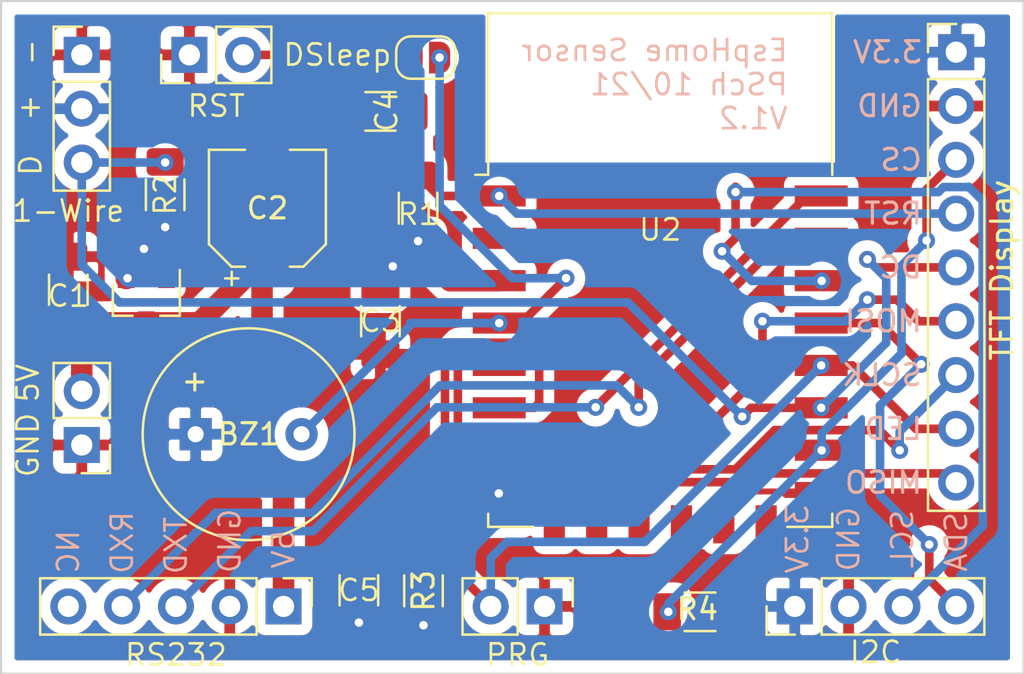
<source format=kicad_pcb>
(kicad_pcb (version 20171130) (host pcbnew 5.1.10)

  (general
    (thickness 1.6)
    (drawings 35)
    (tracks 179)
    (zones 0)
    (modules 20)
    (nets 16)
  )

  (page A4)
  (layers
    (0 F.Cu signal)
    (31 B.Cu signal)
    (32 B.Adhes user hide)
    (33 F.Adhes user hide)
    (34 B.Paste user hide)
    (35 F.Paste user hide)
    (36 B.SilkS user)
    (37 F.SilkS user)
    (38 B.Mask user hide)
    (39 F.Mask user hide)
    (40 Dwgs.User user hide)
    (41 Cmts.User user hide)
    (42 Eco1.User user hide)
    (43 Eco2.User user hide)
    (44 Edge.Cuts user)
    (45 Margin user hide)
    (46 B.CrtYd user hide)
    (47 F.CrtYd user hide)
    (48 B.Fab user hide)
    (49 F.Fab user hide)
  )

  (setup
    (last_trace_width 0.4064)
    (user_trace_width 0.4064)
    (user_trace_width 0.508)
    (user_trace_width 1.016)
    (trace_clearance 0.2)
    (zone_clearance 0.508)
    (zone_45_only no)
    (trace_min 0.4)
    (via_size 0.8)
    (via_drill 0.4)
    (via_min_size 0.5)
    (via_min_drill 0.3)
    (user_via 0.8 0.4)
    (uvia_size 0.3)
    (uvia_drill 0.1)
    (uvias_allowed no)
    (uvia_min_size 0.2)
    (uvia_min_drill 0.1)
    (edge_width 0.05)
    (segment_width 0.2)
    (pcb_text_width 0.3)
    (pcb_text_size 1.5 1.5)
    (mod_edge_width 0.12)
    (mod_text_size 1 1)
    (mod_text_width 0.15)
    (pad_size 1 0.5)
    (pad_drill 0)
    (pad_to_mask_clearance 0)
    (aux_axis_origin 0 0)
    (visible_elements FFFFFF7F)
    (pcbplotparams
      (layerselection 0x010fc_ffffffff)
      (usegerberextensions false)
      (usegerberattributes true)
      (usegerberadvancedattributes true)
      (creategerberjobfile true)
      (excludeedgelayer true)
      (linewidth 0.100000)
      (plotframeref false)
      (viasonmask false)
      (mode 1)
      (useauxorigin false)
      (hpglpennumber 1)
      (hpglpenspeed 20)
      (hpglpendiameter 15.000000)
      (psnegative false)
      (psa4output false)
      (plotreference true)
      (plotvalue true)
      (plotinvisibletext false)
      (padsonsilk false)
      (subtractmaskfromsilk false)
      (outputformat 1)
      (mirror false)
      (drillshape 1)
      (scaleselection 1)
      (outputdirectory ""))
  )

  (net 0 "")
  (net 1 +5V)
  (net 2 +3V3)
  (net 3 TXD)
  (net 4 RXD)
  (net 5 "Net-(BZ1-Pad2)")
  (net 6 RST)
  (net 7 CS-15)
  (net 8 LED-00)
  (net 9 SDA-04)
  (net 10 SCL-05)
  (net 11 MISO-12)
  (net 12 SCLK-14)
  (net 13 MOSI-13)
  (net 14 Wire-02)
  (net 15 GNDD)

  (net_class Default "This is the default net class."
    (clearance 0.2)
    (trace_width 0.4064)
    (via_dia 0.8)
    (via_drill 0.4)
    (uvia_dia 0.3)
    (uvia_drill 0.1)
    (diff_pair_width 0.4064)
    (diff_pair_gap 0.25)
    (add_net CS-15)
    (add_net GNDD)
    (add_net LED-00)
    (add_net MISO-12)
    (add_net MOSI-13)
    (add_net "Net-(BZ1-Pad2)")
    (add_net RST)
    (add_net RXD)
    (add_net SCL-05)
    (add_net SCLK-14)
    (add_net SDA-04)
    (add_net TXD)
    (add_net Wire-02)
  )

  (net_class Power ""
    (clearance 0.2)
    (trace_width 1.016)
    (via_dia 0.8)
    (via_drill 0.4)
    (uvia_dia 0.3)
    (uvia_drill 0.1)
    (diff_pair_width 1.016)
    (diff_pair_gap 0.25)
    (add_net +3V3)
    (add_net +5V)
  )

  (module lib_sch:Buzzer_9x5RM5 (layer F.Cu) (tedit 6165AEBF) (tstamp 61660F7A)
    (at 115.189 61.722)
    (path /60F57C4C)
    (fp_text reference BZ1 (at 0 0) (layer F.SilkS)
      (effects (font (size 1 1) (thickness 0.15)))
    )
    (fp_text value Buzzer (at 0 6.35) (layer F.Fab)
      (effects (font (size 1 1) (thickness 0.15)))
    )
    (fp_text user + (at -2.54 -2.54) (layer F.SilkS)
      (effects (font (size 1 1) (thickness 0.15)))
    )
    (fp_circle (center 0 0) (end 5 0) (layer F.SilkS) (width 0.12))
    (pad 2 thru_hole circle (at 2.5 0) (size 1.524 1.524) (drill 0.762) (layers *.Cu *.Mask)
      (net 5 "Net-(BZ1-Pad2)"))
    (pad 1 thru_hole rect (at -2.5 0) (size 1.524 1.524) (drill 0.762) (layers *.Cu *.Mask)
      (net 2 +3V3))
    (model /home/pschneider/KiCad/Modelle/buzzer10x5-BodyFillet.step
      (at (xyz 0 0 0))
      (scale (xyz 1 1 1))
      (rotate (xyz 0 0 0))
    )
  )

  (module Connector_PinHeader_2.54mm:PinHeader_1x02_P2.54mm_Vertical (layer F.Cu) (tedit 59FED5CC) (tstamp 6166CF5D)
    (at 112.395 43.815 90)
    (descr "Through hole straight pin header, 1x02, 2.54mm pitch, single row")
    (tags "Through hole pin header THT 1x02 2.54mm single row")
    (path /61763FE9)
    (fp_text reference J7 (at 0 -2.33 90) (layer F.SilkS) hide
      (effects (font (size 1 1) (thickness 0.15)))
    )
    (fp_text value Conn_01x02 (at 0 4.87 90) (layer F.Fab)
      (effects (font (size 1 1) (thickness 0.15)))
    )
    (fp_line (start 1.8 -1.8) (end -1.8 -1.8) (layer F.CrtYd) (width 0.05))
    (fp_line (start 1.8 4.35) (end 1.8 -1.8) (layer F.CrtYd) (width 0.05))
    (fp_line (start -1.8 4.35) (end 1.8 4.35) (layer F.CrtYd) (width 0.05))
    (fp_line (start -1.8 -1.8) (end -1.8 4.35) (layer F.CrtYd) (width 0.05))
    (fp_line (start -1.33 -1.33) (end 0 -1.33) (layer F.SilkS) (width 0.12))
    (fp_line (start -1.33 0) (end -1.33 -1.33) (layer F.SilkS) (width 0.12))
    (fp_line (start -1.33 1.27) (end 1.33 1.27) (layer F.SilkS) (width 0.12))
    (fp_line (start 1.33 1.27) (end 1.33 3.87) (layer F.SilkS) (width 0.12))
    (fp_line (start -1.33 1.27) (end -1.33 3.87) (layer F.SilkS) (width 0.12))
    (fp_line (start -1.33 3.87) (end 1.33 3.87) (layer F.SilkS) (width 0.12))
    (fp_line (start -1.27 -0.635) (end -0.635 -1.27) (layer F.Fab) (width 0.1))
    (fp_line (start -1.27 3.81) (end -1.27 -0.635) (layer F.Fab) (width 0.1))
    (fp_line (start 1.27 3.81) (end -1.27 3.81) (layer F.Fab) (width 0.1))
    (fp_line (start 1.27 -1.27) (end 1.27 3.81) (layer F.Fab) (width 0.1))
    (fp_line (start -0.635 -1.27) (end 1.27 -1.27) (layer F.Fab) (width 0.1))
    (fp_text user %R (at 0 1.27) (layer F.Fab)
      (effects (font (size 1 1) (thickness 0.15)))
    )
    (pad 2 thru_hole oval (at 0 2.54 90) (size 1.7 1.7) (drill 1) (layers *.Cu *.Mask)
      (net 6 RST))
    (pad 1 thru_hole rect (at 0 0 90) (size 1.7 1.7) (drill 1) (layers *.Cu *.Mask)
      (net 15 GNDD))
    (model ${KISYS3DMOD}/Connector_PinHeader_2.54mm.3dshapes/PinHeader_1x02_P2.54mm_Vertical.wrl
      (at (xyz 0 0 0))
      (scale (xyz 1 1 1))
      (rotate (xyz 0 0 0))
    )
  )

  (module Package_TO_SOT_SMD:SOT-23 (layer F.Cu) (tedit 5A02FF57) (tstamp 6166C111)
    (at 110.363 55.372 270)
    (descr "SOT-23, Standard")
    (tags SOT-23)
    (path /6175267B)
    (attr smd)
    (fp_text reference U1 (at 0.635 -3.048 180) (layer F.SilkS) hide
      (effects (font (size 1 1) (thickness 0.15)))
    )
    (fp_text value MCP1700-3302E_SOT23 (at 0 2.5 90) (layer F.Fab)
      (effects (font (size 1 1) (thickness 0.15)))
    )
    (fp_line (start 0.76 1.58) (end -0.7 1.58) (layer F.SilkS) (width 0.12))
    (fp_line (start 0.76 -1.58) (end -1.4 -1.58) (layer F.SilkS) (width 0.12))
    (fp_line (start -1.7 1.75) (end -1.7 -1.75) (layer F.CrtYd) (width 0.05))
    (fp_line (start 1.7 1.75) (end -1.7 1.75) (layer F.CrtYd) (width 0.05))
    (fp_line (start 1.7 -1.75) (end 1.7 1.75) (layer F.CrtYd) (width 0.05))
    (fp_line (start -1.7 -1.75) (end 1.7 -1.75) (layer F.CrtYd) (width 0.05))
    (fp_line (start 0.76 -1.58) (end 0.76 -0.65) (layer F.SilkS) (width 0.12))
    (fp_line (start 0.76 1.58) (end 0.76 0.65) (layer F.SilkS) (width 0.12))
    (fp_line (start -0.7 1.52) (end 0.7 1.52) (layer F.Fab) (width 0.1))
    (fp_line (start 0.7 -1.52) (end 0.7 1.52) (layer F.Fab) (width 0.1))
    (fp_line (start -0.7 -0.95) (end -0.15 -1.52) (layer F.Fab) (width 0.1))
    (fp_line (start -0.15 -1.52) (end 0.7 -1.52) (layer F.Fab) (width 0.1))
    (fp_line (start -0.7 -0.95) (end -0.7 1.5) (layer F.Fab) (width 0.1))
    (fp_text user %R (at 0 0) (layer F.Fab)
      (effects (font (size 0.5 0.5) (thickness 0.075)))
    )
    (pad 3 smd rect (at 1 0 270) (size 0.9 0.8) (layers F.Cu F.Paste F.Mask)
      (net 1 +5V))
    (pad 2 smd rect (at -1 0.95 270) (size 0.9 0.8) (layers F.Cu F.Paste F.Mask)
      (net 2 +3V3))
    (pad 1 smd rect (at -1 -0.95 270) (size 0.9 0.8) (layers F.Cu F.Paste F.Mask)
      (net 15 GNDD))
    (model ${KISYS3DMOD}/Package_TO_SOT_SMD.3dshapes/SOT-23.wrl
      (at (xyz 0 0 0))
      (scale (xyz 1 1 1))
      (rotate (xyz 0 0 0))
    )
  )

  (module Capacitor_SMD:CP_Elec_5x5.3 (layer F.Cu) (tedit 5BCA39CF) (tstamp 610AFEB9)
    (at 116.078 51.054 90)
    (descr "SMD capacitor, aluminum electrolytic, Nichicon, 5.0x5.3mm")
    (tags "capacitor electrolytic")
    (path /60F217C5)
    (attr smd)
    (fp_text reference C2 (at 0 0 180) (layer F.SilkS)
      (effects (font (size 1 1) (thickness 0.15)))
    )
    (fp_text value 100µF/16V (at 0 3.7 90) (layer F.Fab)
      (effects (font (size 1 1) (thickness 0.15)))
    )
    (fp_circle (center 0 0) (end 2.5 0) (layer F.Fab) (width 0.1))
    (fp_line (start 2.65 -2.65) (end 2.65 2.65) (layer F.Fab) (width 0.1))
    (fp_line (start -1.65 -2.65) (end 2.65 -2.65) (layer F.Fab) (width 0.1))
    (fp_line (start -1.65 2.65) (end 2.65 2.65) (layer F.Fab) (width 0.1))
    (fp_line (start -2.65 -1.65) (end -2.65 1.65) (layer F.Fab) (width 0.1))
    (fp_line (start -2.65 -1.65) (end -1.65 -2.65) (layer F.Fab) (width 0.1))
    (fp_line (start -2.65 1.65) (end -1.65 2.65) (layer F.Fab) (width 0.1))
    (fp_line (start -2.033956 -1.2) (end -1.533956 -1.2) (layer F.Fab) (width 0.1))
    (fp_line (start -1.783956 -1.45) (end -1.783956 -0.95) (layer F.Fab) (width 0.1))
    (fp_line (start 2.76 2.76) (end 2.76 1.06) (layer F.SilkS) (width 0.12))
    (fp_line (start 2.76 -2.76) (end 2.76 -1.06) (layer F.SilkS) (width 0.12))
    (fp_line (start -1.695563 -2.76) (end 2.76 -2.76) (layer F.SilkS) (width 0.12))
    (fp_line (start -1.695563 2.76) (end 2.76 2.76) (layer F.SilkS) (width 0.12))
    (fp_line (start -2.76 1.695563) (end -2.76 1.06) (layer F.SilkS) (width 0.12))
    (fp_line (start -2.76 -1.695563) (end -2.76 -1.06) (layer F.SilkS) (width 0.12))
    (fp_line (start -2.76 -1.695563) (end -1.695563 -2.76) (layer F.SilkS) (width 0.12))
    (fp_line (start -2.76 1.695563) (end -1.695563 2.76) (layer F.SilkS) (width 0.12))
    (fp_line (start -3.625 -1.685) (end -3 -1.685) (layer F.SilkS) (width 0.12))
    (fp_line (start -3.3125 -1.9975) (end -3.3125 -1.3725) (layer F.SilkS) (width 0.12))
    (fp_line (start 2.9 -2.9) (end 2.9 -1.05) (layer F.CrtYd) (width 0.05))
    (fp_line (start 2.9 -1.05) (end 3.95 -1.05) (layer F.CrtYd) (width 0.05))
    (fp_line (start 3.95 -1.05) (end 3.95 1.05) (layer F.CrtYd) (width 0.05))
    (fp_line (start 3.95 1.05) (end 2.9 1.05) (layer F.CrtYd) (width 0.05))
    (fp_line (start 2.9 1.05) (end 2.9 2.9) (layer F.CrtYd) (width 0.05))
    (fp_line (start -1.75 2.9) (end 2.9 2.9) (layer F.CrtYd) (width 0.05))
    (fp_line (start -1.75 -2.9) (end 2.9 -2.9) (layer F.CrtYd) (width 0.05))
    (fp_line (start -2.9 1.75) (end -1.75 2.9) (layer F.CrtYd) (width 0.05))
    (fp_line (start -2.9 -1.75) (end -1.75 -2.9) (layer F.CrtYd) (width 0.05))
    (fp_line (start -2.9 -1.75) (end -2.9 -1.05) (layer F.CrtYd) (width 0.05))
    (fp_line (start -2.9 1.05) (end -2.9 1.75) (layer F.CrtYd) (width 0.05))
    (fp_line (start -2.9 -1.05) (end -3.95 -1.05) (layer F.CrtYd) (width 0.05))
    (fp_line (start -3.95 -1.05) (end -3.95 1.05) (layer F.CrtYd) (width 0.05))
    (fp_line (start -3.95 1.05) (end -2.9 1.05) (layer F.CrtYd) (width 0.05))
    (fp_text user %R (at 0 0 90) (layer F.Fab)
      (effects (font (size 1 1) (thickness 0.15)))
    )
    (pad 1 smd roundrect (at -2.2 0 90) (size 3 1.6) (layers F.Cu F.Paste F.Mask) (roundrect_rratio 0.15625)
      (net 1 +5V))
    (pad 2 smd roundrect (at 2.2 0 90) (size 3 1.6) (layers F.Cu F.Paste F.Mask) (roundrect_rratio 0.15625)
      (net 15 GNDD))
    (model ${KISYS3DMOD}/Capacitor_SMD.3dshapes/CP_Elec_5x5.3.wrl
      (at (xyz 0 0 0))
      (scale (xyz 1 1 1))
      (rotate (xyz 0 0 0))
    )
  )

  (module RF_Module:ESP-12E (layer F.Cu) (tedit 5A030172) (tstamp 60F35742)
    (at 134.62 53.975)
    (descr "Wi-Fi Module, http://wiki.ai-thinker.com/_media/esp8266/docs/aithinker_esp_12f_datasheet_en.pdf")
    (tags "Wi-Fi Module")
    (path /60F20B2D)
    (attr smd)
    (fp_text reference U2 (at 0 -1.905) (layer F.SilkS)
      (effects (font (size 1 1) (thickness 0.127)))
    )
    (fp_text value ESP-12E (at -0.06 -12.78) (layer F.Fab)
      (effects (font (size 1 1) (thickness 0.15)))
    )
    (fp_line (start 5.56 -4.8) (end 8.12 -7.36) (layer Dwgs.User) (width 0.12))
    (fp_line (start 2.56 -4.8) (end 8.12 -10.36) (layer Dwgs.User) (width 0.12))
    (fp_line (start -0.44 -4.8) (end 6.88 -12.12) (layer Dwgs.User) (width 0.12))
    (fp_line (start -3.44 -4.8) (end 3.88 -12.12) (layer Dwgs.User) (width 0.12))
    (fp_line (start -6.44 -4.8) (end 0.88 -12.12) (layer Dwgs.User) (width 0.12))
    (fp_line (start -8.12 -6.12) (end -2.12 -12.12) (layer Dwgs.User) (width 0.12))
    (fp_line (start -8.12 -9.12) (end -5.12 -12.12) (layer Dwgs.User) (width 0.12))
    (fp_line (start -8.12 -4.8) (end -8.12 -12.12) (layer Dwgs.User) (width 0.12))
    (fp_line (start 8.12 -4.8) (end -8.12 -4.8) (layer Dwgs.User) (width 0.12))
    (fp_line (start 8.12 -12.12) (end 8.12 -4.8) (layer Dwgs.User) (width 0.12))
    (fp_line (start -8.12 -12.12) (end 8.12 -12.12) (layer Dwgs.User) (width 0.12))
    (fp_line (start -8.12 -4.5) (end -8.73 -4.5) (layer F.SilkS) (width 0.12))
    (fp_line (start -8.12 -4.5) (end -8.12 -12.12) (layer F.SilkS) (width 0.12))
    (fp_line (start -8.12 12.12) (end -8.12 11.5) (layer F.SilkS) (width 0.12))
    (fp_line (start -6 12.12) (end -8.12 12.12) (layer F.SilkS) (width 0.12))
    (fp_line (start 8.12 12.12) (end 6 12.12) (layer F.SilkS) (width 0.12))
    (fp_line (start 8.12 11.5) (end 8.12 12.12) (layer F.SilkS) (width 0.12))
    (fp_line (start 8.12 -12.12) (end 8.12 -4.5) (layer F.SilkS) (width 0.12))
    (fp_line (start -8.12 -12.12) (end 8.12 -12.12) (layer F.SilkS) (width 0.12))
    (fp_line (start -9.05 13.1) (end -9.05 -12.2) (layer F.CrtYd) (width 0.05))
    (fp_line (start 9.05 13.1) (end -9.05 13.1) (layer F.CrtYd) (width 0.05))
    (fp_line (start 9.05 -12.2) (end 9.05 13.1) (layer F.CrtYd) (width 0.05))
    (fp_line (start -9.05 -12.2) (end 9.05 -12.2) (layer F.CrtYd) (width 0.05))
    (fp_line (start -8 -4) (end -8 -12) (layer F.Fab) (width 0.12))
    (fp_line (start -7.5 -3.5) (end -8 -4) (layer F.Fab) (width 0.12))
    (fp_line (start -8 -3) (end -7.5 -3.5) (layer F.Fab) (width 0.12))
    (fp_line (start -8 12) (end -8 -3) (layer F.Fab) (width 0.12))
    (fp_line (start 8 12) (end -8 12) (layer F.Fab) (width 0.12))
    (fp_line (start 8 -12) (end 8 12) (layer F.Fab) (width 0.12))
    (fp_line (start -8 -12) (end 8 -12) (layer F.Fab) (width 0.12))
    (fp_text user %R (at 0.49 -0.8) (layer F.Fab)
      (effects (font (size 1 1) (thickness 0.15)))
    )
    (fp_text user "KEEP-OUT ZONE" (at 0.03 -9.55 180) (layer Cmts.User)
      (effects (font (size 1 1) (thickness 0.15)))
    )
    (fp_text user Antenna (at -0.06 -7 180) (layer Cmts.User)
      (effects (font (size 1 1) (thickness 0.15)))
    )
    (pad 22 smd rect (at 7.6 -3.5) (size 2.5 1) (layers F.Cu F.Paste F.Mask)
      (net 3 TXD))
    (pad 21 smd rect (at 7.6 -1.5) (size 2.5 1) (layers F.Cu F.Paste F.Mask)
      (net 4 RXD))
    (pad 20 smd rect (at 7.6 0.5) (size 2.5 1) (layers F.Cu F.Paste F.Mask)
      (net 10 SCL-05))
    (pad 19 smd rect (at 7.6 2.5) (size 2.5 1) (layers F.Cu F.Paste F.Mask)
      (net 9 SDA-04))
    (pad 18 smd rect (at 7.6 4.5) (size 2.5 1) (layers F.Cu F.Paste F.Mask)
      (net 8 LED-00))
    (pad 17 smd rect (at 7.6 6.5) (size 2.5 1) (layers F.Cu F.Paste F.Mask)
      (net 14 Wire-02))
    (pad 16 smd rect (at 7.6 8.5) (size 2.5 1) (layers F.Cu F.Paste F.Mask)
      (net 7 CS-15))
    (pad 15 smd rect (at 7.6 10.5) (size 2.5 1) (layers F.Cu F.Paste F.Mask)
      (net 15 GNDD))
    (pad 14 smd rect (at 5 12) (size 1 1.8) (layers F.Cu F.Paste F.Mask))
    (pad 13 smd rect (at 3 12) (size 1 1.8) (layers F.Cu F.Paste F.Mask))
    (pad 12 smd rect (at 1 12) (size 1 1.8) (layers F.Cu F.Paste F.Mask))
    (pad 11 smd rect (at -1 12) (size 1 1.8) (layers F.Cu F.Paste F.Mask))
    (pad 10 smd rect (at -3 12) (size 1 1.8) (layers F.Cu F.Paste F.Mask))
    (pad 9 smd rect (at -5 12) (size 1 1.8) (layers F.Cu F.Paste F.Mask))
    (pad 8 smd rect (at -7.6 10.5) (size 2.5 1) (layers F.Cu F.Paste F.Mask)
      (net 2 +3V3))
    (pad 7 smd rect (at -7.6 8.5) (size 2.5 1) (layers F.Cu F.Paste F.Mask)
      (net 13 MOSI-13))
    (pad 6 smd rect (at -7.6 6.5) (size 2.5 1) (layers F.Cu F.Paste F.Mask)
      (net 11 MISO-12))
    (pad 5 smd rect (at -7.6 4.5) (size 2.5 1) (layers F.Cu F.Paste F.Mask)
      (net 12 SCLK-14))
    (pad 4 smd rect (at -7.6 2.5) (size 2.5 1) (layers F.Cu F.Paste F.Mask)
      (net 5 "Net-(BZ1-Pad2)"))
    (pad 3 smd rect (at -7.6 0.5) (size 2.5 1) (layers F.Cu F.Paste F.Mask)
      (net 2 +3V3))
    (pad 2 smd rect (at -7.6 -1.5) (size 2.5 1) (layers F.Cu F.Paste F.Mask))
    (pad 1 smd rect (at -7.6 -3.5) (size 2.5 1) (layers F.Cu F.Paste F.Mask)
      (net 6 RST))
    (model ${KISYS3DMOD}/RF_Module.3dshapes/ESP-12E.wrl
      (at (xyz 0 0 0))
      (scale (xyz 1 1 1))
      (rotate (xyz 0 0 0))
    )
  )

  (module Resistor_SMD:R_1206_3216Metric_Pad1.30x1.75mm_HandSolder (layer F.Cu) (tedit 5F68FEEE) (tstamp 610AE66C)
    (at 136.499 70.104 180)
    (descr "Resistor SMD 1206 (3216 Metric), square (rectangular) end terminal, IPC_7351 nominal with elongated pad for handsoldering. (Body size source: IPC-SM-782 page 72, https://www.pcb-3d.com/wordpress/wp-content/uploads/ipc-sm-782a_amendment_1_and_2.pdf), generated with kicad-footprint-generator")
    (tags "resistor handsolder")
    (path /6131C624)
    (attr smd)
    (fp_text reference R4 (at 0.127 0.127) (layer F.SilkS)
      (effects (font (size 1 1) (thickness 0.15)))
    )
    (fp_text value 4k7 (at 0 1.82) (layer F.Fab)
      (effects (font (size 1 1) (thickness 0.15)))
    )
    (fp_line (start 2.45 1.12) (end -2.45 1.12) (layer F.CrtYd) (width 0.05))
    (fp_line (start 2.45 -1.12) (end 2.45 1.12) (layer F.CrtYd) (width 0.05))
    (fp_line (start -2.45 -1.12) (end 2.45 -1.12) (layer F.CrtYd) (width 0.05))
    (fp_line (start -2.45 1.12) (end -2.45 -1.12) (layer F.CrtYd) (width 0.05))
    (fp_line (start -0.727064 0.91) (end 0.727064 0.91) (layer F.SilkS) (width 0.12))
    (fp_line (start -0.727064 -0.91) (end 0.727064 -0.91) (layer F.SilkS) (width 0.12))
    (fp_line (start 1.6 0.8) (end -1.6 0.8) (layer F.Fab) (width 0.1))
    (fp_line (start 1.6 -0.8) (end 1.6 0.8) (layer F.Fab) (width 0.1))
    (fp_line (start -1.6 -0.8) (end 1.6 -0.8) (layer F.Fab) (width 0.1))
    (fp_line (start -1.6 0.8) (end -1.6 -0.8) (layer F.Fab) (width 0.1))
    (fp_text user %R (at 0 0) (layer F.Fab)
      (effects (font (size 0.8 0.8) (thickness 0.12)))
    )
    (pad 2 smd roundrect (at 1.55 0 180) (size 1.3 1.75) (layers F.Cu F.Paste F.Mask) (roundrect_rratio 0.192308)
      (net 7 CS-15))
    (pad 1 smd roundrect (at -1.55 0 180) (size 1.3 1.75) (layers F.Cu F.Paste F.Mask) (roundrect_rratio 0.192308)
      (net 15 GNDD))
    (model ${KISYS3DMOD}/Resistor_SMD.3dshapes/R_1206_3216Metric.wrl
      (at (xyz 0 0 0))
      (scale (xyz 1 1 1))
      (rotate (xyz 0 0 0))
    )
  )

  (module Connector_PinHeader_2.54mm:PinHeader_1x09_P2.54mm_Vertical (layer F.Cu) (tedit 59FED5CC) (tstamp 610B0732)
    (at 148.59 43.688)
    (descr "Through hole straight pin header, 1x09, 2.54mm pitch, single row")
    (tags "Through hole pin header THT 1x09 2.54mm single row")
    (path /612EECF6)
    (fp_text reference J5 (at 0 -2.33) (layer F.SilkS) hide
      (effects (font (size 1 1) (thickness 0.15)))
    )
    (fp_text value Conn_01x09 (at 0 22.65) (layer F.Fab)
      (effects (font (size 1 1) (thickness 0.15)))
    )
    (fp_line (start -0.635 -1.27) (end 1.27 -1.27) (layer F.Fab) (width 0.1))
    (fp_line (start 1.27 -1.27) (end 1.27 21.59) (layer F.Fab) (width 0.1))
    (fp_line (start 1.27 21.59) (end -1.27 21.59) (layer F.Fab) (width 0.1))
    (fp_line (start -1.27 21.59) (end -1.27 -0.635) (layer F.Fab) (width 0.1))
    (fp_line (start -1.27 -0.635) (end -0.635 -1.27) (layer F.Fab) (width 0.1))
    (fp_line (start -1.33 21.65) (end 1.33 21.65) (layer F.SilkS) (width 0.12))
    (fp_line (start -1.33 1.27) (end -1.33 21.65) (layer F.SilkS) (width 0.12))
    (fp_line (start 1.33 1.27) (end 1.33 21.65) (layer F.SilkS) (width 0.12))
    (fp_line (start -1.33 1.27) (end 1.33 1.27) (layer F.SilkS) (width 0.12))
    (fp_line (start -1.33 0) (end -1.33 -1.33) (layer F.SilkS) (width 0.12))
    (fp_line (start -1.33 -1.33) (end 0 -1.33) (layer F.SilkS) (width 0.12))
    (fp_line (start -1.8 -1.8) (end -1.8 22.1) (layer F.CrtYd) (width 0.05))
    (fp_line (start -1.8 22.1) (end 1.8 22.1) (layer F.CrtYd) (width 0.05))
    (fp_line (start 1.8 22.1) (end 1.8 -1.8) (layer F.CrtYd) (width 0.05))
    (fp_line (start 1.8 -1.8) (end -1.8 -1.8) (layer F.CrtYd) (width 0.05))
    (fp_text user %R (at 0 10.16 90) (layer F.Fab)
      (effects (font (size 1 1) (thickness 0.15)))
    )
    (pad 9 thru_hole oval (at 0 20.32) (size 1.7 1.7) (drill 1) (layers *.Cu *.Mask)
      (net 11 MISO-12))
    (pad 8 thru_hole oval (at 0 17.78) (size 1.7 1.7) (drill 1) (layers *.Cu *.Mask)
      (net 8 LED-00))
    (pad 7 thru_hole oval (at 0 15.24) (size 1.7 1.7) (drill 1) (layers *.Cu *.Mask)
      (net 12 SCLK-14))
    (pad 6 thru_hole oval (at 0 12.7) (size 1.7 1.7) (drill 1) (layers *.Cu *.Mask)
      (net 13 MOSI-13))
    (pad 5 thru_hole oval (at 0 10.16) (size 1.7 1.7) (drill 1) (layers *.Cu *.Mask)
      (net 14 Wire-02))
    (pad 4 thru_hole oval (at 0 7.62) (size 1.7 1.7) (drill 1) (layers *.Cu *.Mask)
      (net 6 RST))
    (pad 3 thru_hole oval (at 0 5.08) (size 1.7 1.7) (drill 1) (layers *.Cu *.Mask)
      (net 7 CS-15))
    (pad 2 thru_hole oval (at 0 2.54) (size 1.7 1.7) (drill 1) (layers *.Cu *.Mask)
      (net 15 GNDD))
    (pad 1 thru_hole rect (at 0 0) (size 1.7 1.7) (drill 1) (layers *.Cu *.Mask)
      (net 2 +3V3))
    (model ${KISYS3DMOD}/Connector_PinHeader_2.54mm.3dshapes/PinHeader_1x09_P2.54mm_Vertical.wrl
      (at (xyz 0 0 0))
      (scale (xyz 1 1 1))
      (rotate (xyz 0 0 0))
    )
  )

  (module Resistor_SMD:R_1206_3216Metric_Pad1.30x1.75mm_HandSolder (layer F.Cu) (tedit 5F68FEEE) (tstamp 60F39CDF)
    (at 111.252 50.419 90)
    (descr "Resistor SMD 1206 (3216 Metric), square (rectangular) end terminal, IPC_7351 nominal with elongated pad for handsoldering. (Body size source: IPC-SM-782 page 72, https://www.pcb-3d.com/wordpress/wp-content/uploads/ipc-sm-782a_amendment_1_and_2.pdf), generated with kicad-footprint-generator")
    (tags "resistor handsolder")
    (path /60F7966E)
    (attr smd)
    (fp_text reference R2 (at 0 0 90) (layer F.SilkS)
      (effects (font (size 1 1) (thickness 0.127)))
    )
    (fp_text value 1k (at 0 1.82 90) (layer F.Fab)
      (effects (font (size 1 1) (thickness 0.15)))
    )
    (fp_line (start -1.6 0.8) (end -1.6 -0.8) (layer F.Fab) (width 0.1))
    (fp_line (start -1.6 -0.8) (end 1.6 -0.8) (layer F.Fab) (width 0.1))
    (fp_line (start 1.6 -0.8) (end 1.6 0.8) (layer F.Fab) (width 0.1))
    (fp_line (start 1.6 0.8) (end -1.6 0.8) (layer F.Fab) (width 0.1))
    (fp_line (start -0.727064 -0.91) (end 0.727064 -0.91) (layer F.SilkS) (width 0.12))
    (fp_line (start -0.727064 0.91) (end 0.727064 0.91) (layer F.SilkS) (width 0.12))
    (fp_line (start -2.45 1.12) (end -2.45 -1.12) (layer F.CrtYd) (width 0.05))
    (fp_line (start -2.45 -1.12) (end 2.45 -1.12) (layer F.CrtYd) (width 0.05))
    (fp_line (start 2.45 -1.12) (end 2.45 1.12) (layer F.CrtYd) (width 0.05))
    (fp_line (start 2.45 1.12) (end -2.45 1.12) (layer F.CrtYd) (width 0.05))
    (fp_text user %R (at 0 0 90) (layer F.Fab)
      (effects (font (size 0.8 0.8) (thickness 0.12)))
    )
    (pad 2 smd roundrect (at 1.55 0 90) (size 1.3 1.75) (layers F.Cu F.Paste F.Mask) (roundrect_rratio 0.192308)
      (net 14 Wire-02))
    (pad 1 smd roundrect (at -1.55 0 90) (size 1.3 1.75) (layers F.Cu F.Paste F.Mask) (roundrect_rratio 0.192308)
      (net 2 +3V3))
    (model ${KISYS3DMOD}/Resistor_SMD.3dshapes/R_1206_3216Metric.wrl
      (at (xyz 0 0 0))
      (scale (xyz 1 1 1))
      (rotate (xyz 0 0 0))
    )
  )

  (module Resistor_SMD:R_1206_3216Metric_Pad1.30x1.75mm_HandSolder (layer F.Cu) (tedit 5F68FEEE) (tstamp 60F356E3)
    (at 123.19 51.054 270)
    (descr "Resistor SMD 1206 (3216 Metric), square (rectangular) end terminal, IPC_7351 nominal with elongated pad for handsoldering. (Body size source: IPC-SM-782 page 72, https://www.pcb-3d.com/wordpress/wp-content/uploads/ipc-sm-782a_amendment_1_and_2.pdf), generated with kicad-footprint-generator")
    (tags "resistor handsolder")
    (path /60F291A6)
    (attr smd)
    (fp_text reference R1 (at 0.28 0) (layer F.SilkS)
      (effects (font (size 1 1) (thickness 0.127)))
    )
    (fp_text value 4k7 (at 0 1.82 90) (layer F.Fab)
      (effects (font (size 1 1) (thickness 0.15)))
    )
    (fp_line (start 2.45 1.12) (end -2.45 1.12) (layer F.CrtYd) (width 0.05))
    (fp_line (start 2.45 -1.12) (end 2.45 1.12) (layer F.CrtYd) (width 0.05))
    (fp_line (start -2.45 -1.12) (end 2.45 -1.12) (layer F.CrtYd) (width 0.05))
    (fp_line (start -2.45 1.12) (end -2.45 -1.12) (layer F.CrtYd) (width 0.05))
    (fp_line (start -0.727064 0.91) (end 0.727064 0.91) (layer F.SilkS) (width 0.12))
    (fp_line (start -0.727064 -0.91) (end 0.727064 -0.91) (layer F.SilkS) (width 0.12))
    (fp_line (start 1.6 0.8) (end -1.6 0.8) (layer F.Fab) (width 0.1))
    (fp_line (start 1.6 -0.8) (end 1.6 0.8) (layer F.Fab) (width 0.1))
    (fp_line (start -1.6 -0.8) (end 1.6 -0.8) (layer F.Fab) (width 0.1))
    (fp_line (start -1.6 0.8) (end -1.6 -0.8) (layer F.Fab) (width 0.1))
    (fp_text user %R (at 0 0 90) (layer F.Fab)
      (effects (font (size 0.8 0.8) (thickness 0.12)))
    )
    (pad 2 smd roundrect (at 1.55 0 270) (size 1.3 1.75) (layers F.Cu F.Paste F.Mask) (roundrect_rratio 0.192308)
      (net 2 +3V3))
    (pad 1 smd roundrect (at -1.55 0 270) (size 1.3 1.75) (layers F.Cu F.Paste F.Mask) (roundrect_rratio 0.192308)
      (net 6 RST))
    (model ${KISYS3DMOD}/Resistor_SMD.3dshapes/R_1206_3216Metric.wrl
      (at (xyz 0 0 0))
      (scale (xyz 1 1 1))
      (rotate (xyz 0 0 0))
    )
  )

  (module Capacitor_SMD:C_1206_3216Metric_Pad1.33x1.80mm_HandSolder (layer F.Cu) (tedit 5F68FEEF) (tstamp 616714D2)
    (at 121.412 56.388 270)
    (descr "Capacitor SMD 1206 (3216 Metric), square (rectangular) end terminal, IPC_7351 nominal with elongated pad for handsoldering. (Body size source: IPC-SM-782 page 76, https://www.pcb-3d.com/wordpress/wp-content/uploads/ipc-sm-782a_amendment_1_and_2.pdf), generated with kicad-footprint-generator")
    (tags "capacitor handsolder")
    (path /60F240F7)
    (attr smd)
    (fp_text reference C3 (at 0 0) (layer F.SilkS)
      (effects (font (size 1 1) (thickness 0.127)))
    )
    (fp_text value 100nF (at 0 1.85 90) (layer F.Fab)
      (effects (font (size 1 1) (thickness 0.15)))
    )
    (fp_line (start 2.48 1.15) (end -2.48 1.15) (layer F.CrtYd) (width 0.05))
    (fp_line (start 2.48 -1.15) (end 2.48 1.15) (layer F.CrtYd) (width 0.05))
    (fp_line (start -2.48 -1.15) (end 2.48 -1.15) (layer F.CrtYd) (width 0.05))
    (fp_line (start -2.48 1.15) (end -2.48 -1.15) (layer F.CrtYd) (width 0.05))
    (fp_line (start -0.711252 0.91) (end 0.711252 0.91) (layer F.SilkS) (width 0.12))
    (fp_line (start -0.711252 -0.91) (end 0.711252 -0.91) (layer F.SilkS) (width 0.12))
    (fp_line (start 1.6 0.8) (end -1.6 0.8) (layer F.Fab) (width 0.1))
    (fp_line (start 1.6 -0.8) (end 1.6 0.8) (layer F.Fab) (width 0.1))
    (fp_line (start -1.6 -0.8) (end 1.6 -0.8) (layer F.Fab) (width 0.1))
    (fp_line (start -1.6 0.8) (end -1.6 -0.8) (layer F.Fab) (width 0.1))
    (fp_text user %R (at 0 0 90) (layer F.Fab)
      (effects (font (size 0.8 0.8) (thickness 0.12)))
    )
    (pad 2 smd roundrect (at 1.5625 0 270) (size 1.325 1.8) (layers F.Cu F.Paste F.Mask) (roundrect_rratio 0.188679)
      (net 15 GNDD))
    (pad 1 smd roundrect (at -1.5625 0 270) (size 1.325 1.8) (layers F.Cu F.Paste F.Mask) (roundrect_rratio 0.188679)
      (net 2 +3V3))
    (model ${KISYS3DMOD}/Capacitor_SMD.3dshapes/C_1206_3216Metric.wrl
      (at (xyz 0 0 0))
      (scale (xyz 1 1 1))
      (rotate (xyz 0 0 0))
    )
  )

  (module Connector_PinHeader_2.54mm:PinHeader_1x04_P2.54mm_Vertical (layer F.Cu) (tedit 59FED5CC) (tstamp 610686BC)
    (at 140.97 69.85 90)
    (descr "Through hole straight pin header, 1x04, 2.54mm pitch, single row")
    (tags "Through hole pin header THT 1x04 2.54mm single row")
    (path /60F25364)
    (fp_text reference J2 (at 0 -2.33 90) (layer F.SilkS) hide
      (effects (font (size 1 1) (thickness 0.127)))
    )
    (fp_text value Conn_01x04 (at 0 9.95 90) (layer F.Fab)
      (effects (font (size 1 1) (thickness 0.15)))
    )
    (fp_line (start 1.8 -1.8) (end -1.8 -1.8) (layer F.CrtYd) (width 0.05))
    (fp_line (start 1.8 9.4) (end 1.8 -1.8) (layer F.CrtYd) (width 0.05))
    (fp_line (start -1.8 9.4) (end 1.8 9.4) (layer F.CrtYd) (width 0.05))
    (fp_line (start -1.8 -1.8) (end -1.8 9.4) (layer F.CrtYd) (width 0.05))
    (fp_line (start -1.33 -1.33) (end 0 -1.33) (layer F.SilkS) (width 0.12))
    (fp_line (start -1.33 0) (end -1.33 -1.33) (layer F.SilkS) (width 0.12))
    (fp_line (start -1.33 1.27) (end 1.33 1.27) (layer F.SilkS) (width 0.12))
    (fp_line (start 1.33 1.27) (end 1.33 8.95) (layer F.SilkS) (width 0.12))
    (fp_line (start -1.33 1.27) (end -1.33 8.95) (layer F.SilkS) (width 0.12))
    (fp_line (start -1.33 8.95) (end 1.33 8.95) (layer F.SilkS) (width 0.12))
    (fp_line (start -1.27 -0.635) (end -0.635 -1.27) (layer F.Fab) (width 0.1))
    (fp_line (start -1.27 8.89) (end -1.27 -0.635) (layer F.Fab) (width 0.1))
    (fp_line (start 1.27 8.89) (end -1.27 8.89) (layer F.Fab) (width 0.1))
    (fp_line (start 1.27 -1.27) (end 1.27 8.89) (layer F.Fab) (width 0.1))
    (fp_line (start -0.635 -1.27) (end 1.27 -1.27) (layer F.Fab) (width 0.1))
    (fp_text user %R (at 0 3.81) (layer F.Fab)
      (effects (font (size 1 1) (thickness 0.15)))
    )
    (pad 4 thru_hole oval (at 0 7.62 90) (size 1.7 1.7) (drill 1) (layers *.Cu *.Mask)
      (net 9 SDA-04))
    (pad 3 thru_hole oval (at 0 5.08 90) (size 1.7 1.7) (drill 1) (layers *.Cu *.Mask)
      (net 10 SCL-05))
    (pad 2 thru_hole oval (at 0 2.54 90) (size 1.7 1.7) (drill 1) (layers *.Cu *.Mask)
      (net 15 GNDD))
    (pad 1 thru_hole rect (at 0 0 90) (size 1.7 1.7) (drill 1) (layers *.Cu *.Mask)
      (net 2 +3V3))
    (model ${KISYS3DMOD}/Connector_PinHeader_2.54mm.3dshapes/PinHeader_1x04_P2.54mm_Vertical.wrl
      (at (xyz 0 0 0))
      (scale (xyz 1 1 1))
      (rotate (xyz 0 0 0))
    )
  )

  (module Capacitor_SMD:C_1206_3216Metric_Pad1.33x1.80mm_HandSolder (layer F.Cu) (tedit 5F68FEEF) (tstamp 60F35674)
    (at 121.412 46.482 180)
    (descr "Capacitor SMD 1206 (3216 Metric), square (rectangular) end terminal, IPC_7351 nominal with elongated pad for handsoldering. (Body size source: IPC-SM-782 page 76, https://www.pcb-3d.com/wordpress/wp-content/uploads/ipc-sm-782a_amendment_1_and_2.pdf), generated with kicad-footprint-generator")
    (tags "capacitor handsolder")
    (path /60F7C46E)
    (attr smd)
    (fp_text reference C4 (at -0.2925 0 90) (layer F.SilkS)
      (effects (font (size 1 1) (thickness 0.127)))
    )
    (fp_text value 100nF (at 0 1.85) (layer F.Fab)
      (effects (font (size 1 1) (thickness 0.15)))
    )
    (fp_line (start 2.48 1.15) (end -2.48 1.15) (layer F.CrtYd) (width 0.05))
    (fp_line (start 2.48 -1.15) (end 2.48 1.15) (layer F.CrtYd) (width 0.05))
    (fp_line (start -2.48 -1.15) (end 2.48 -1.15) (layer F.CrtYd) (width 0.05))
    (fp_line (start -2.48 1.15) (end -2.48 -1.15) (layer F.CrtYd) (width 0.05))
    (fp_line (start -0.711252 0.91) (end 0.711252 0.91) (layer F.SilkS) (width 0.12))
    (fp_line (start -0.711252 -0.91) (end 0.711252 -0.91) (layer F.SilkS) (width 0.12))
    (fp_line (start 1.6 0.8) (end -1.6 0.8) (layer F.Fab) (width 0.1))
    (fp_line (start 1.6 -0.8) (end 1.6 0.8) (layer F.Fab) (width 0.1))
    (fp_line (start -1.6 -0.8) (end 1.6 -0.8) (layer F.Fab) (width 0.1))
    (fp_line (start -1.6 0.8) (end -1.6 -0.8) (layer F.Fab) (width 0.1))
    (fp_text user %R (at 0 0) (layer F.Fab)
      (effects (font (size 0.8 0.8) (thickness 0.12)))
    )
    (pad 2 smd roundrect (at 1.5625 0 180) (size 1.325 1.8) (layers F.Cu F.Paste F.Mask) (roundrect_rratio 0.188679)
      (net 15 GNDD))
    (pad 1 smd roundrect (at -1.5625 0 180) (size 1.325 1.8) (layers F.Cu F.Paste F.Mask) (roundrect_rratio 0.188679)
      (net 6 RST))
    (model ${KISYS3DMOD}/Capacitor_SMD.3dshapes/C_1206_3216Metric.wrl
      (at (xyz 0 0 0))
      (scale (xyz 1 1 1))
      (rotate (xyz 0 0 0))
    )
  )

  (module Jumper:SolderJumper-2_P1.3mm_Open_RoundedPad1.0x1.5mm (layer F.Cu) (tedit 5B391E66) (tstamp 60F6849E)
    (at 123.556 43.942 180)
    (descr "SMD Solder Jumper, 1x1.5mm, rounded Pads, 0.3mm gap, open")
    (tags "solder jumper open")
    (path /60FF1853)
    (attr virtual)
    (fp_text reference JP1 (at 3.16 0.127) (layer F.SilkS) hide
      (effects (font (size 1 1) (thickness 0.15)))
    )
    (fp_text value SolderJumper_2_Open (at 0 1.9) (layer F.Fab)
      (effects (font (size 1 1) (thickness 0.15)))
    )
    (fp_line (start -1.4 0.3) (end -1.4 -0.3) (layer F.SilkS) (width 0.12))
    (fp_line (start 0.7 1) (end -0.7 1) (layer F.SilkS) (width 0.12))
    (fp_line (start 1.4 -0.3) (end 1.4 0.3) (layer F.SilkS) (width 0.12))
    (fp_line (start -0.7 -1) (end 0.7 -1) (layer F.SilkS) (width 0.12))
    (fp_line (start -1.65 -1.25) (end 1.65 -1.25) (layer F.CrtYd) (width 0.05))
    (fp_line (start -1.65 -1.25) (end -1.65 1.25) (layer F.CrtYd) (width 0.05))
    (fp_line (start 1.65 1.25) (end 1.65 -1.25) (layer F.CrtYd) (width 0.05))
    (fp_line (start 1.65 1.25) (end -1.65 1.25) (layer F.CrtYd) (width 0.05))
    (fp_arc (start -0.7 -0.3) (end -0.7 -1) (angle -90) (layer F.SilkS) (width 0.12))
    (fp_arc (start -0.7 0.3) (end -1.4 0.3) (angle -90) (layer F.SilkS) (width 0.12))
    (fp_arc (start 0.7 0.3) (end 0.7 1) (angle -90) (layer F.SilkS) (width 0.12))
    (fp_arc (start 0.7 -0.3) (end 1.4 -0.3) (angle -90) (layer F.SilkS) (width 0.12))
    (pad 2 smd custom (at 0.65 0 180) (size 1 0.5) (layers F.Cu F.Mask)
      (net 6 RST) (zone_connect 2)
      (options (clearance outline) (anchor rect))
      (primitives
        (gr_circle (center 0 0.25) (end 0.5 0.25) (width 0))
        (gr_circle (center 0 -0.25) (end 0.5 -0.25) (width 0))
        (gr_poly (pts
           (xy 0 -0.75) (xy -0.5 -0.75) (xy -0.5 0.75) (xy 0 0.75)) (width 0))
      ))
    (pad 1 smd custom (at -0.65 0 180) (size 1 0.5) (layers F.Cu F.Mask)
      (net 5 "Net-(BZ1-Pad2)") (zone_connect 2)
      (options (clearance outline) (anchor rect))
      (primitives
        (gr_circle (center 0 0.25) (end 0.5 0.25) (width 0))
        (gr_circle (center 0 -0.25) (end 0.5 -0.25) (width 0))
        (gr_poly (pts
           (xy 0 -0.75) (xy 0.5 -0.75) (xy 0.5 0.75) (xy 0 0.75)) (width 0))
      ))
  )

  (module Capacitor_SMD:C_1206_3216Metric_Pad1.33x1.80mm_HandSolder (layer F.Cu) (tedit 5F68FEEF) (tstamp 6106881C)
    (at 120.396 69.088 270)
    (descr "Capacitor SMD 1206 (3216 Metric), square (rectangular) end terminal, IPC_7351 nominal with elongated pad for handsoldering. (Body size source: IPC-SM-782 page 76, https://www.pcb-3d.com/wordpress/wp-content/uploads/ipc-sm-782a_amendment_1_and_2.pdf), generated with kicad-footprint-generator")
    (tags "capacitor handsolder")
    (path /6101BF45)
    (attr smd)
    (fp_text reference C5 (at 0 0 180) (layer F.SilkS)
      (effects (font (size 1 1) (thickness 0.127)))
    )
    (fp_text value 100nF (at 0 1.85 90) (layer F.Fab)
      (effects (font (size 1 1) (thickness 0.15)))
    )
    (fp_line (start 2.48 1.15) (end -2.48 1.15) (layer F.CrtYd) (width 0.05))
    (fp_line (start 2.48 -1.15) (end 2.48 1.15) (layer F.CrtYd) (width 0.05))
    (fp_line (start -2.48 -1.15) (end 2.48 -1.15) (layer F.CrtYd) (width 0.05))
    (fp_line (start -2.48 1.15) (end -2.48 -1.15) (layer F.CrtYd) (width 0.05))
    (fp_line (start -0.711252 0.91) (end 0.711252 0.91) (layer F.SilkS) (width 0.12))
    (fp_line (start -0.711252 -0.91) (end 0.711252 -0.91) (layer F.SilkS) (width 0.12))
    (fp_line (start 1.6 0.8) (end -1.6 0.8) (layer F.Fab) (width 0.1))
    (fp_line (start 1.6 -0.8) (end 1.6 0.8) (layer F.Fab) (width 0.1))
    (fp_line (start -1.6 -0.8) (end 1.6 -0.8) (layer F.Fab) (width 0.1))
    (fp_line (start -1.6 0.8) (end -1.6 -0.8) (layer F.Fab) (width 0.1))
    (fp_text user %R (at 0 0 90) (layer F.Fab)
      (effects (font (size 0.8 0.8) (thickness 0.12)))
    )
    (pad 2 smd roundrect (at 1.5625 0 270) (size 1.325 1.8) (layers F.Cu F.Paste F.Mask) (roundrect_rratio 0.188679)
      (net 2 +3V3))
    (pad 1 smd roundrect (at -1.5625 0 270) (size 1.325 1.8) (layers F.Cu F.Paste F.Mask) (roundrect_rratio 0.188679)
      (net 15 GNDD))
    (model ${KISYS3DMOD}/Capacitor_SMD.3dshapes/C_1206_3216Metric.wrl
      (at (xyz 0 0 0))
      (scale (xyz 1 1 1))
      (rotate (xyz 0 0 0))
    )
  )

  (module Resistor_SMD:R_1206_3216Metric_Pad1.30x1.75mm_HandSolder (layer F.Cu) (tedit 5F68FEEE) (tstamp 610AEC06)
    (at 123.444 69.114 270)
    (descr "Resistor SMD 1206 (3216 Metric), square (rectangular) end terminal, IPC_7351 nominal with elongated pad for handsoldering. (Body size source: IPC-SM-782 page 72, https://www.pcb-3d.com/wordpress/wp-content/uploads/ipc-sm-782a_amendment_1_and_2.pdf), generated with kicad-footprint-generator")
    (tags "resistor handsolder")
    (path /61046039)
    (attr smd)
    (fp_text reference R3 (at 0 0 90) (layer F.SilkS)
      (effects (font (size 1 1) (thickness 0.15)))
    )
    (fp_text value 4k7 (at 0 1.82 90) (layer F.Fab)
      (effects (font (size 1 1) (thickness 0.15)))
    )
    (fp_line (start 2.45 1.12) (end -2.45 1.12) (layer F.CrtYd) (width 0.05))
    (fp_line (start 2.45 -1.12) (end 2.45 1.12) (layer F.CrtYd) (width 0.05))
    (fp_line (start -2.45 -1.12) (end 2.45 -1.12) (layer F.CrtYd) (width 0.05))
    (fp_line (start -2.45 1.12) (end -2.45 -1.12) (layer F.CrtYd) (width 0.05))
    (fp_line (start -0.727064 0.91) (end 0.727064 0.91) (layer F.SilkS) (width 0.12))
    (fp_line (start -0.727064 -0.91) (end 0.727064 -0.91) (layer F.SilkS) (width 0.12))
    (fp_line (start 1.6 0.8) (end -1.6 0.8) (layer F.Fab) (width 0.1))
    (fp_line (start 1.6 -0.8) (end 1.6 0.8) (layer F.Fab) (width 0.1))
    (fp_line (start -1.6 -0.8) (end 1.6 -0.8) (layer F.Fab) (width 0.1))
    (fp_line (start -1.6 0.8) (end -1.6 -0.8) (layer F.Fab) (width 0.1))
    (fp_text user %R (at 0 0 90) (layer F.Fab)
      (effects (font (size 0.8 0.8) (thickness 0.12)))
    )
    (pad 2 smd roundrect (at 1.55 0 270) (size 1.3 1.75) (layers F.Cu F.Paste F.Mask) (roundrect_rratio 0.192308)
      (net 2 +3V3))
    (pad 1 smd roundrect (at -1.55 0 270) (size 1.3 1.75) (layers F.Cu F.Paste F.Mask) (roundrect_rratio 0.192308)
      (net 8 LED-00))
    (model ${KISYS3DMOD}/Resistor_SMD.3dshapes/R_1206_3216Metric.wrl
      (at (xyz 0 0 0))
      (scale (xyz 1 1 1))
      (rotate (xyz 0 0 0))
    )
  )

  (module Capacitor_SMD:C_1206_3216Metric_Pad1.33x1.80mm_HandSolder (layer F.Cu) (tedit 5F68FEEF) (tstamp 60F6A11C)
    (at 106.68 54.9025 90)
    (descr "Capacitor SMD 1206 (3216 Metric), square (rectangular) end terminal, IPC_7351 nominal with elongated pad for handsoldering. (Body size source: IPC-SM-782 page 76, https://www.pcb-3d.com/wordpress/wp-content/uploads/ipc-sm-782a_amendment_1_and_2.pdf), generated with kicad-footprint-generator")
    (tags "capacitor handsolder")
    (path /60F23C59)
    (attr smd)
    (fp_text reference C1 (at -0.2925 0 180) (layer F.SilkS)
      (effects (font (size 1 1) (thickness 0.127)))
    )
    (fp_text value 100nF (at 0 1.85 90) (layer F.Fab)
      (effects (font (size 1 1) (thickness 0.15)))
    )
    (fp_line (start 2.48 1.15) (end -2.48 1.15) (layer F.CrtYd) (width 0.05))
    (fp_line (start 2.48 -1.15) (end 2.48 1.15) (layer F.CrtYd) (width 0.05))
    (fp_line (start -2.48 -1.15) (end 2.48 -1.15) (layer F.CrtYd) (width 0.05))
    (fp_line (start -2.48 1.15) (end -2.48 -1.15) (layer F.CrtYd) (width 0.05))
    (fp_line (start -0.711252 0.91) (end 0.711252 0.91) (layer F.SilkS) (width 0.12))
    (fp_line (start -0.711252 -0.91) (end 0.711252 -0.91) (layer F.SilkS) (width 0.12))
    (fp_line (start 1.6 0.8) (end -1.6 0.8) (layer F.Fab) (width 0.1))
    (fp_line (start 1.6 -0.8) (end 1.6 0.8) (layer F.Fab) (width 0.1))
    (fp_line (start -1.6 -0.8) (end 1.6 -0.8) (layer F.Fab) (width 0.1))
    (fp_line (start -1.6 0.8) (end -1.6 -0.8) (layer F.Fab) (width 0.1))
    (fp_text user %R (at 0 0) (layer F.Fab)
      (effects (font (size 0.8 0.8) (thickness 0.12)))
    )
    (pad 2 smd roundrect (at 1.5625 0 90) (size 1.325 1.8) (layers F.Cu F.Paste F.Mask) (roundrect_rratio 0.188679)
      (net 15 GNDD))
    (pad 1 smd roundrect (at -1.5625 0 90) (size 1.325 1.8) (layers F.Cu F.Paste F.Mask) (roundrect_rratio 0.188679)
      (net 1 +5V))
    (model ${KISYS3DMOD}/Capacitor_SMD.3dshapes/C_1206_3216Metric.wrl
      (at (xyz 0 0 0))
      (scale (xyz 1 1 1))
      (rotate (xyz 0 0 0))
    )
  )

  (module Connector_PinHeader_2.54mm:PinHeader_1x02_P2.54mm_Vertical (layer F.Cu) (tedit 59FED5CC) (tstamp 60F3897E)
    (at 107.315 62.23 180)
    (descr "Through hole straight pin header, 1x02, 2.54mm pitch, single row")
    (tags "Through hole pin header THT 1x02 2.54mm single row")
    (path /60F60424)
    (fp_text reference J3 (at 2.54 -1.27) (layer F.SilkS) hide
      (effects (font (size 1 1) (thickness 0.127)))
    )
    (fp_text value Conn_01x02 (at 0 4.87) (layer F.Fab)
      (effects (font (size 1 1) (thickness 0.15)))
    )
    (fp_line (start 1.8 -1.8) (end -1.8 -1.8) (layer F.CrtYd) (width 0.05))
    (fp_line (start 1.8 4.35) (end 1.8 -1.8) (layer F.CrtYd) (width 0.05))
    (fp_line (start -1.8 4.35) (end 1.8 4.35) (layer F.CrtYd) (width 0.05))
    (fp_line (start -1.8 -1.8) (end -1.8 4.35) (layer F.CrtYd) (width 0.05))
    (fp_line (start -1.33 -1.33) (end 0 -1.33) (layer F.SilkS) (width 0.12))
    (fp_line (start -1.33 0) (end -1.33 -1.33) (layer F.SilkS) (width 0.12))
    (fp_line (start -1.33 1.27) (end 1.33 1.27) (layer F.SilkS) (width 0.12))
    (fp_line (start 1.33 1.27) (end 1.33 3.87) (layer F.SilkS) (width 0.12))
    (fp_line (start -1.33 1.27) (end -1.33 3.87) (layer F.SilkS) (width 0.12))
    (fp_line (start -1.33 3.87) (end 1.33 3.87) (layer F.SilkS) (width 0.12))
    (fp_line (start -1.27 -0.635) (end -0.635 -1.27) (layer F.Fab) (width 0.1))
    (fp_line (start -1.27 3.81) (end -1.27 -0.635) (layer F.Fab) (width 0.1))
    (fp_line (start 1.27 3.81) (end -1.27 3.81) (layer F.Fab) (width 0.1))
    (fp_line (start 1.27 -1.27) (end 1.27 3.81) (layer F.Fab) (width 0.1))
    (fp_line (start -0.635 -1.27) (end 1.27 -1.27) (layer F.Fab) (width 0.1))
    (fp_text user %R (at 0 1.27 90) (layer F.Fab)
      (effects (font (size 1 1) (thickness 0.15)))
    )
    (pad 2 thru_hole oval (at 0 2.54 180) (size 1.7 1.7) (drill 1) (layers *.Cu *.Mask)
      (net 1 +5V))
    (pad 1 thru_hole rect (at 0 0 180) (size 1.7 1.7) (drill 1) (layers *.Cu *.Mask)
      (net 15 GNDD))
    (model ${KISYS3DMOD}/Connector_PinHeader_2.54mm.3dshapes/PinHeader_1x02_P2.54mm_Vertical.wrl
      (at (xyz 0 0 0))
      (scale (xyz 1 1 1))
      (rotate (xyz 0 0 0))
    )
  )

  (module Connector_PinHeader_2.54mm:PinHeader_1x02_P2.54mm_Vertical (layer F.Cu) (tedit 59FED5CC) (tstamp 610AE595)
    (at 129.159 69.85 270)
    (descr "Through hole straight pin header, 1x02, 2.54mm pitch, single row")
    (tags "Through hole pin header THT 1x02 2.54mm single row")
    (path /61190162)
    (fp_text reference J1 (at 1.778 0.381 90) (layer F.SilkS) hide
      (effects (font (size 1 1) (thickness 0.15)))
    )
    (fp_text value Conn_01x02 (at 0 4.87 90) (layer F.Fab)
      (effects (font (size 1 1) (thickness 0.15)))
    )
    (fp_line (start 1.8 -1.8) (end -1.8 -1.8) (layer F.CrtYd) (width 0.05))
    (fp_line (start 1.8 4.35) (end 1.8 -1.8) (layer F.CrtYd) (width 0.05))
    (fp_line (start -1.8 4.35) (end 1.8 4.35) (layer F.CrtYd) (width 0.05))
    (fp_line (start -1.8 -1.8) (end -1.8 4.35) (layer F.CrtYd) (width 0.05))
    (fp_line (start -1.33 -1.33) (end 0 -1.33) (layer F.SilkS) (width 0.12))
    (fp_line (start -1.33 0) (end -1.33 -1.33) (layer F.SilkS) (width 0.12))
    (fp_line (start -1.33 1.27) (end 1.33 1.27) (layer F.SilkS) (width 0.12))
    (fp_line (start 1.33 1.27) (end 1.33 3.87) (layer F.SilkS) (width 0.12))
    (fp_line (start -1.33 1.27) (end -1.33 3.87) (layer F.SilkS) (width 0.12))
    (fp_line (start -1.33 3.87) (end 1.33 3.87) (layer F.SilkS) (width 0.12))
    (fp_line (start -1.27 -0.635) (end -0.635 -1.27) (layer F.Fab) (width 0.1))
    (fp_line (start -1.27 3.81) (end -1.27 -0.635) (layer F.Fab) (width 0.1))
    (fp_line (start 1.27 3.81) (end -1.27 3.81) (layer F.Fab) (width 0.1))
    (fp_line (start 1.27 -1.27) (end 1.27 3.81) (layer F.Fab) (width 0.1))
    (fp_line (start -0.635 -1.27) (end 1.27 -1.27) (layer F.Fab) (width 0.1))
    (fp_text user %R (at 0 1.27) (layer F.Fab)
      (effects (font (size 1 1) (thickness 0.15)))
    )
    (pad 2 thru_hole oval (at 0 2.54 270) (size 1.7 1.7) (drill 1) (layers *.Cu *.Mask)
      (net 8 LED-00))
    (pad 1 thru_hole rect (at 0 0 270) (size 1.7 1.7) (drill 1) (layers *.Cu *.Mask)
      (net 15 GNDD))
    (model ${KISYS3DMOD}/Connector_PinHeader_2.54mm.3dshapes/PinHeader_1x02_P2.54mm_Vertical.wrl
      (at (xyz 0 0 0))
      (scale (xyz 1 1 1))
      (rotate (xyz 0 0 0))
    )
  )

  (module Connector_PinHeader_2.54mm:PinHeader_1x05_P2.54mm_Vertical (layer F.Cu) (tedit 59FED5CC) (tstamp 60F69DA7)
    (at 116.84 69.85 270)
    (descr "Through hole straight pin header, 1x05, 2.54mm pitch, single row")
    (tags "Through hole pin header THT 1x05 2.54mm single row")
    (path /6102658D)
    (fp_text reference J4 (at 0 12.192 270) (layer F.SilkS) hide
      (effects (font (size 1 1) (thickness 0.15)))
    )
    (fp_text value Conn_01x05 (at 0 12.49 90) (layer F.Fab)
      (effects (font (size 1 1) (thickness 0.15)))
    )
    (fp_line (start -0.635 -1.27) (end 1.27 -1.27) (layer F.Fab) (width 0.1))
    (fp_line (start 1.27 -1.27) (end 1.27 11.43) (layer F.Fab) (width 0.1))
    (fp_line (start 1.27 11.43) (end -1.27 11.43) (layer F.Fab) (width 0.1))
    (fp_line (start -1.27 11.43) (end -1.27 -0.635) (layer F.Fab) (width 0.1))
    (fp_line (start -1.27 -0.635) (end -0.635 -1.27) (layer F.Fab) (width 0.1))
    (fp_line (start -1.33 11.49) (end 1.33 11.49) (layer F.SilkS) (width 0.12))
    (fp_line (start -1.33 1.27) (end -1.33 11.49) (layer F.SilkS) (width 0.12))
    (fp_line (start 1.33 1.27) (end 1.33 11.49) (layer F.SilkS) (width 0.12))
    (fp_line (start -1.33 1.27) (end 1.33 1.27) (layer F.SilkS) (width 0.12))
    (fp_line (start -1.33 0) (end -1.33 -1.33) (layer F.SilkS) (width 0.12))
    (fp_line (start -1.33 -1.33) (end 0 -1.33) (layer F.SilkS) (width 0.12))
    (fp_line (start -1.8 -1.8) (end -1.8 11.95) (layer F.CrtYd) (width 0.05))
    (fp_line (start -1.8 11.95) (end 1.8 11.95) (layer F.CrtYd) (width 0.05))
    (fp_line (start 1.8 11.95) (end 1.8 -1.8) (layer F.CrtYd) (width 0.05))
    (fp_line (start 1.8 -1.8) (end -1.8 -1.8) (layer F.CrtYd) (width 0.05))
    (fp_text user %R (at 0 5.08) (layer F.Fab)
      (effects (font (size 1 1) (thickness 0.15)))
    )
    (pad 5 thru_hole oval (at 0 10.16 270) (size 1.7 1.7) (drill 1) (layers *.Cu *.Mask))
    (pad 4 thru_hole oval (at 0 7.62 270) (size 1.7 1.7) (drill 1) (layers *.Cu *.Mask)
      (net 4 RXD))
    (pad 3 thru_hole oval (at 0 5.08 270) (size 1.7 1.7) (drill 1) (layers *.Cu *.Mask)
      (net 3 TXD))
    (pad 2 thru_hole oval (at 0 2.54 270) (size 1.7 1.7) (drill 1) (layers *.Cu *.Mask)
      (net 15 GNDD))
    (pad 1 thru_hole rect (at 0 0 270) (size 1.7 1.7) (drill 1) (layers *.Cu *.Mask)
      (net 1 +5V))
    (model ${KISYS3DMOD}/Connector_PinHeader_2.54mm.3dshapes/PinHeader_1x05_P2.54mm_Vertical.wrl
      (at (xyz 0 0 0))
      (scale (xyz 1 1 1))
      (rotate (xyz 0 0 0))
    )
  )

  (module Connector_PinHeader_2.54mm:PinHeader_1x03_P2.54mm_Vertical (layer F.Cu) (tedit 59FED5CC) (tstamp 60F3950C)
    (at 107.315 43.815)
    (descr "Through hole straight pin header, 1x03, 2.54mm pitch, single row")
    (tags "Through hole pin header THT 1x03 2.54mm single row")
    (path /60F6D648)
    (fp_text reference J6 (at 2.54 -1.27) (layer F.SilkS) hide
      (effects (font (size 1 1) (thickness 0.127)))
    )
    (fp_text value Conn_01x03 (at 0 7.41) (layer F.Fab)
      (effects (font (size 1 1) (thickness 0.15)))
    )
    (fp_line (start 1.8 -1.8) (end -1.8 -1.8) (layer F.CrtYd) (width 0.05))
    (fp_line (start 1.8 6.85) (end 1.8 -1.8) (layer F.CrtYd) (width 0.05))
    (fp_line (start -1.8 6.85) (end 1.8 6.85) (layer F.CrtYd) (width 0.05))
    (fp_line (start -1.8 -1.8) (end -1.8 6.85) (layer F.CrtYd) (width 0.05))
    (fp_line (start -1.33 -1.33) (end 0 -1.33) (layer F.SilkS) (width 0.12))
    (fp_line (start -1.33 0) (end -1.33 -1.33) (layer F.SilkS) (width 0.12))
    (fp_line (start -1.33 1.27) (end 1.33 1.27) (layer F.SilkS) (width 0.12))
    (fp_line (start 1.33 1.27) (end 1.33 6.41) (layer F.SilkS) (width 0.12))
    (fp_line (start -1.33 1.27) (end -1.33 6.41) (layer F.SilkS) (width 0.12))
    (fp_line (start -1.33 6.41) (end 1.33 6.41) (layer F.SilkS) (width 0.12))
    (fp_line (start -1.27 -0.635) (end -0.635 -1.27) (layer F.Fab) (width 0.1))
    (fp_line (start -1.27 6.35) (end -1.27 -0.635) (layer F.Fab) (width 0.1))
    (fp_line (start 1.27 6.35) (end -1.27 6.35) (layer F.Fab) (width 0.1))
    (fp_line (start 1.27 -1.27) (end 1.27 6.35) (layer F.Fab) (width 0.1))
    (fp_line (start -0.635 -1.27) (end 1.27 -1.27) (layer F.Fab) (width 0.1))
    (fp_text user %R (at 0 2.54 90) (layer F.Fab)
      (effects (font (size 1 1) (thickness 0.15)))
    )
    (pad 3 thru_hole oval (at 0 5.08) (size 1.7 1.7) (drill 1) (layers *.Cu *.Mask)
      (net 14 Wire-02))
    (pad 2 thru_hole oval (at 0 2.54) (size 1.7 1.7) (drill 1) (layers *.Cu *.Mask)
      (net 2 +3V3))
    (pad 1 thru_hole rect (at 0 0) (size 1.7 1.7) (drill 1) (layers *.Cu *.Mask)
      (net 15 GNDD))
    (model ${KISYS3DMOD}/Connector_PinHeader_2.54mm.3dshapes/PinHeader_1x03_P2.54mm_Vertical.wrl
      (at (xyz 0 0 0))
      (scale (xyz 1 1 1))
      (rotate (xyz 0 0 0))
    )
  )

  (gr_text 3.3V (at 147.066 43.688) (layer B.SilkS)
    (effects (font (size 1 1) (thickness 0.15)) (justify left mirror))
  )
  (gr_text GND (at 147.066 46.228) (layer B.SilkS)
    (effects (font (size 1 1) (thickness 0.15)) (justify left mirror))
  )
  (gr_text CS (at 147.066 48.768) (layer B.SilkS)
    (effects (font (size 1 1) (thickness 0.15)) (justify left mirror))
  )
  (gr_text RST (at 147.066 51.308) (layer B.SilkS)
    (effects (font (size 1 1) (thickness 0.15)) (justify left mirror))
  )
  (gr_text DC (at 147.066 53.848) (layer B.SilkS)
    (effects (font (size 1 1) (thickness 0.15)) (justify left mirror))
  )
  (gr_text MOSI (at 147.066 56.388) (layer B.SilkS)
    (effects (font (size 1 1) (thickness 0.15)) (justify left mirror))
  )
  (gr_text SCLK (at 147.066 58.928) (layer B.SilkS)
    (effects (font (size 1 1) (thickness 0.15)) (justify left mirror))
  )
  (gr_text LED (at 147.066 61.468) (layer B.SilkS)
    (effects (font (size 1 1) (thickness 0.15)) (justify left mirror))
  )
  (gr_text MISO (at 147.066 64.008) (layer B.SilkS)
    (effects (font (size 1 1) (thickness 0.15)) (justify left mirror))
  )
  (gr_text "TFT Display" (at 150.749 53.975 90) (layer F.SilkS)
    (effects (font (size 1 1) (thickness 0.15)))
  )
  (gr_text TXD (at 111.76 65.532 90) (layer B.SilkS)
    (effects (font (size 1 1) (thickness 0.127)) (justify left mirror))
  )
  (gr_text 5V (at 116.84 66.167 90) (layer B.SilkS) (tstamp 610AEEEE)
    (effects (font (size 1 1) (thickness 0.127)) (justify left mirror))
  )
  (gr_text SDA (at 148.59 66.802 90) (layer B.SilkS)
    (effects (font (size 1 1) (thickness 0.127)) (justify mirror))
  )
  (gr_text SCL (at 146.05 66.675 90) (layer B.SilkS)
    (effects (font (size 1 1) (thickness 0.127)) (justify mirror))
  )
  (gr_text 3.3V (at 141.097 66.675 90) (layer B.SilkS) (tstamp 610AEFA4)
    (effects (font (size 1 1) (thickness 0.127)) (justify mirror))
  )
  (gr_text GND (at 143.51 66.675 90) (layer B.SilkS)
    (effects (font (size 1 1) (thickness 0.127)) (justify mirror))
  )
  (gr_text "EspHome Sensor\nPSch 10/21\nV1.2" (at 140.716 45.212) (layer B.SilkS) (tstamp 61044120)
    (effects (font (size 1 1) (thickness 0.127)) (justify left mirror))
  )
  (gr_text RXD (at 109.22 65.278 90) (layer B.SilkS) (tstamp 610AEEF6)
    (effects (font (size 1 1) (thickness 0.127)) (justify left mirror))
  )
  (gr_text GND (at 114.3 65.151 90) (layer B.SilkS)
    (effects (font (size 1 1) (thickness 0.127)) (justify left mirror))
  )
  (gr_text DSleep (at 119.38 43.815) (layer F.SilkS) (tstamp 610B0500)
    (effects (font (size 1 1) (thickness 0.127)))
  )
  (gr_text NC (at 106.68 66.167 90) (layer B.SilkS)
    (effects (font (size 1 1) (thickness 0.127)) (justify left mirror))
  )
  (gr_text RS232 (at 111.76 72.136) (layer F.SilkS)
    (effects (font (size 1 1) (thickness 0.127)))
  )
  (gr_text PRG (at 127.889 72.136) (layer F.SilkS)
    (effects (font (size 1 1) (thickness 0.127)))
  )
  (gr_text 1-Wire (at 106.68 51.181) (layer F.SilkS)
    (effects (font (size 1 1) (thickness 0.127)))
  )
  (gr_line (start 103.505 41.275) (end 151.765 41.275) (layer Edge.Cuts) (width 0.1))
  (gr_text + (at 104.902 46.228) (layer F.SilkS)
    (effects (font (size 1 1) (thickness 0.127)))
  )
  (gr_text - (at 104.902 43.688 90) (layer F.SilkS)
    (effects (font (size 1 1) (thickness 0.127)))
  )
  (gr_text D (at 104.902 49.022 90) (layer F.SilkS)
    (effects (font (size 1 1) (thickness 0.127)))
  )
  (gr_line (start 151.765 41.275) (end 151.765 73.025) (layer Edge.Cuts) (width 0.1))
  (gr_line (start 103.505 73.025) (end 103.505 41.275) (layer Edge.Cuts) (width 0.1))
  (gr_line (start 151.765 73.025) (end 103.505 73.025) (layer Edge.Cuts) (width 0.1))
  (gr_text GND (at 104.775 62.23 90) (layer F.SilkS) (tstamp 61672C51)
    (effects (font (size 1 1) (thickness 0.127)))
  )
  (gr_text 5V (at 104.775 59.309 90) (layer F.SilkS)
    (effects (font (size 1 1) (thickness 0.127)))
  )
  (gr_text I2C (at 144.78 72.009) (layer F.SilkS) (tstamp 60F47177)
    (effects (font (size 1 1) (thickness 0.127)))
  )
  (gr_text RST (at 113.665 46.228) (layer F.SilkS)
    (effects (font (size 1 1) (thickness 0.127)))
  )

  (segment (start 106.857 56.642) (end 106.68 56.465) (width 1.016) (layer F.Cu) (net 1))
  (segment (start 107.315 57.1) (end 106.68 56.465) (width 1.016) (layer F.Cu) (net 1))
  (segment (start 107.315 59.69) (end 107.315 57.1) (width 1.016) (layer F.Cu) (net 1))
  (segment (start 106.68 56.465) (end 109.7145 56.465) (width 1.016) (layer F.Cu) (net 1))
  (segment (start 112.867 56.465) (end 116.078 53.254) (width 1.016) (layer F.Cu) (net 1))
  (segment (start 109.7145 56.465) (end 112.867 56.465) (width 1.016) (layer F.Cu) (net 1))
  (segment (start 115.824 63.373) (end 115.824 53.508) (width 1.016) (layer F.Cu) (net 1))
  (segment (start 116.84 64.389) (end 115.824 63.373) (width 1.016) (layer F.Cu) (net 1))
  (segment (start 115.824 53.508) (end 116.078 53.254) (width 1.016) (layer F.Cu) (net 1))
  (segment (start 116.84 69.85) (end 116.84 64.389) (width 1.016) (layer F.Cu) (net 1))
  (via (at 109.474 54.356) (size 0.8) (drill 0.4) (layers F.Cu B.Cu) (net 2))
  (via (at 120.396 70.612) (size 0.8) (drill 0.4) (layers F.Cu B.Cu) (net 2))
  (via (at 123.444 70.739) (size 0.8) (drill 0.4) (layers F.Cu B.Cu) (net 2))
  (via (at 127 64.516) (size 0.8) (drill 0.4) (layers F.Cu B.Cu) (net 2))
  (via (at 111.252 51.943) (size 0.8) (drill 0.4) (layers F.Cu B.Cu) (net 2))
  (segment (start 123.139 52.655) (end 123.19 52.604) (width 1.016) (layer F.Cu) (net 2))
  (segment (start 123.19 52.604) (end 123.19 52.959) (width 1.016) (layer F.Cu) (net 2))
  (segment (start 124.706 54.475) (end 127.02 54.475) (width 1.016) (layer F.Cu) (net 2))
  (segment (start 123.19 52.959) (end 124.706 54.475) (width 1.016) (layer F.Cu) (net 2))
  (segment (start 123.19 52.604) (end 123.19 52.604) (width 1.016) (layer F.Cu) (net 2) (tstamp 610B0D55))
  (via (at 123.19 52.604) (size 0.8) (drill 0.4) (layers F.Cu B.Cu) (net 2))
  (segment (start 121.412 54.382) (end 121.9965 53.7975) (width 1.016) (layer F.Cu) (net 2))
  (segment (start 121.412 54.8255) (end 121.412 54.382) (width 1.016) (layer F.Cu) (net 2))
  (segment (start 121.9965 53.7975) (end 123.19 52.604) (width 1.016) (layer F.Cu) (net 2) (tstamp 61671863))
  (via (at 121.9965 53.7975) (size 0.8) (drill 0.4) (layers F.Cu B.Cu) (net 2))
  (segment (start 109.413 53.808) (end 110.249 52.972) (width 1.016) (layer F.Cu) (net 2))
  (segment (start 109.413 54.372) (end 109.413 53.808) (width 1.016) (layer F.Cu) (net 2))
  (segment (start 110.249 52.972) (end 111.252 51.969) (width 1.016) (layer F.Cu) (net 2) (tstamp 61671BB0))
  (via (at 110.249 52.972) (size 0.8) (drill 0.4) (layers F.Cu B.Cu) (net 2))
  (via (at 131.572 60.452) (size 0.8) (drill 0.4) (layers F.Cu B.Cu) (net 3))
  (segment (start 124.079 60.452) (end 131.572 60.452) (width 0.4064) (layer B.Cu) (net 3))
  (segment (start 118.237 66.294) (end 124.079 60.452) (width 0.4064) (layer B.Cu) (net 3))
  (segment (start 115.316 66.294) (end 118.237 66.294) (width 0.4064) (layer B.Cu) (net 3))
  (segment (start 111.76 69.85) (end 115.316 66.294) (width 0.4064) (layer B.Cu) (net 3))
  (segment (start 131.971999 60.052001) (end 131.572 60.452) (width 0.4064) (layer F.Cu) (net 3))
  (segment (start 141.549 50.475) (end 131.971999 60.052001) (width 0.4064) (layer F.Cu) (net 3))
  (segment (start 142.22 50.475) (end 141.549 50.475) (width 0.4064) (layer F.Cu) (net 3))
  (via (at 133.604 60.452) (size 0.8) (drill 0.4) (layers F.Cu B.Cu) (net 4) (tstamp 6106B19C))
  (segment (start 113.63641 65.43359) (end 110.069999 69.000001) (width 0.4064) (layer B.Cu) (net 4))
  (segment (start 118.20841 65.43359) (end 113.63641 65.43359) (width 0.4064) (layer B.Cu) (net 4))
  (segment (start 110.069999 69.000001) (end 109.22 69.85) (width 0.4064) (layer B.Cu) (net 4))
  (segment (start 124.224333 59.417667) (end 118.20841 65.43359) (width 0.4064) (layer B.Cu) (net 4))
  (segment (start 132.569667 59.417667) (end 124.224333 59.417667) (width 0.4064) (layer B.Cu) (net 4))
  (segment (start 133.604 60.452) (end 132.569667 59.417667) (width 0.4064) (layer B.Cu) (net 4))
  (segment (start 133.604 59.309) (end 133.604 60.452) (width 0.4064) (layer F.Cu) (net 4))
  (segment (start 140.438 52.475) (end 133.604 59.309) (width 0.4064) (layer F.Cu) (net 4))
  (segment (start 142.22 52.475) (end 140.438 52.475) (width 0.4064) (layer F.Cu) (net 4))
  (segment (start 127.02 56.475) (end 127.02 56.475) (width 0.4064) (layer F.Cu) (net 5))
  (via (at 124.206 43.942) (size 0.8) (drill 0.4) (layers F.Cu B.Cu) (net 5))
  (via (at 127.02 56.475) (size 0.8) (drill 0.4) (layers F.Cu B.Cu) (net 5))
  (via (at 130.175 54.356) (size 0.8) (drill 0.4) (layers F.Cu B.Cu) (net 5))
  (segment (start 127.02 56.475) (end 128.056 56.475) (width 0.4064) (layer F.Cu) (net 5))
  (segment (start 128.056 56.475) (end 130.175 54.356) (width 0.4064) (layer F.Cu) (net 5))
  (segment (start 124.206 43.942) (end 124.206 50.927) (width 0.4064) (layer B.Cu) (net 5))
  (segment (start 124.206 50.927) (end 127.635 54.356) (width 0.4064) (layer B.Cu) (net 5))
  (segment (start 127.635 54.356) (end 130.175 54.356) (width 0.4064) (layer B.Cu) (net 5))
  (segment (start 127.02 56.475) (end 122.809 56.475) (width 0.4064) (layer B.Cu) (net 5))
  (segment (start 122.809 56.602) (end 117.689 61.722) (width 0.4064) (layer B.Cu) (net 5))
  (segment (start 122.809 56.475) (end 122.809 56.602) (width 0.4064) (layer B.Cu) (net 5))
  (segment (start 122.779 44.069) (end 122.906 43.942) (width 0.4064) (layer F.Cu) (net 6))
  (segment (start 123.013 44.049) (end 122.906 43.942) (width 0.4064) (layer F.Cu) (net 6))
  (segment (start 124.161 50.475) (end 123.19 49.504) (width 0.4064) (layer F.Cu) (net 6))
  (segment (start 127.02 50.475) (end 127.02 50.475) (width 0.4064) (layer F.Cu) (net 6))
  (segment (start 123.19 46.6975) (end 122.9745 46.482) (width 0.4064) (layer F.Cu) (net 6))
  (segment (start 123.19 49.504) (end 123.19 46.6975) (width 0.4064) (layer F.Cu) (net 6))
  (segment (start 122.9745 44.0105) (end 122.906 43.942) (width 0.4064) (layer F.Cu) (net 6))
  (segment (start 122.9745 46.482) (end 122.9745 44.0105) (width 0.4064) (layer F.Cu) (net 6))
  (segment (start 127.02 50.475) (end 124.161 50.475) (width 0.4064) (layer F.Cu) (net 6) (tstamp 610B0DCE))
  (via (at 127.02 50.475) (size 0.8) (drill 0.4) (layers F.Cu B.Cu) (net 6))
  (segment (start 148.59 51.308) (end 127.853 51.308) (width 0.4064) (layer B.Cu) (net 6))
  (segment (start 127.853 51.308) (end 127.02 50.475) (width 0.4064) (layer B.Cu) (net 6))
  (segment (start 122.779 43.815) (end 122.906 43.942) (width 0.4064) (layer F.Cu) (net 6))
  (segment (start 114.935 43.815) (end 122.779 43.815) (width 0.4064) (layer F.Cu) (net 6))
  (via (at 142.24 62.484) (size 0.8) (drill 0.4) (layers F.Cu B.Cu) (net 7))
  (via (at 135.001 70.104) (size 0.8) (drill 0.4) (layers F.Cu B.Cu) (net 7))
  (via (at 147.193 52.578) (size 0.8) (drill 0.4) (layers F.Cu B.Cu) (net 7))
  (segment (start 148.59 48.768) (end 147.193 50.165) (width 0.4064) (layer F.Cu) (net 7))
  (segment (start 147.193 50.165) (end 147.193 52.578) (width 0.4064) (layer F.Cu) (net 7))
  (segment (start 135.001 69.723) (end 142.24 62.484) (width 0.4064) (layer B.Cu) (net 7))
  (segment (start 135.001 70.104) (end 135.001 69.723) (width 0.4064) (layer B.Cu) (net 7))
  (segment (start 142.24 62.484) (end 142.24 61.676262) (width 0.4064) (layer B.Cu) (net 7))
  (segment (start 142.24 61.676262) (end 146.008799 57.907463) (width 0.4064) (layer B.Cu) (net 7))
  (segment (start 146.008799 57.907463) (end 146.008799 53.762201) (width 0.4064) (layer B.Cu) (net 7))
  (segment (start 146.008799 53.762201) (end 147.193 52.578) (width 0.4064) (layer B.Cu) (net 7))
  (segment (start 124.333 67.564) (end 126.619 69.85) (width 0.4064) (layer F.Cu) (net 8))
  (segment (start 123.444 67.564) (end 124.333 67.564) (width 0.4064) (layer F.Cu) (net 8))
  (segment (start 142.22 58.475) (end 142.22 58.475) (width 0.4064) (layer F.Cu) (net 8) (tstamp 610B0EC7))
  (via (at 142.22 58.475) (size 0.8) (drill 0.4) (layers F.Cu B.Cu) (net 8))
  (segment (start 142.22 58.475) (end 133.893 66.802) (width 0.4064) (layer B.Cu) (net 8))
  (segment (start 133.893 66.802) (end 127.381 66.802) (width 0.4064) (layer B.Cu) (net 8))
  (segment (start 126.619 67.564) (end 126.619 69.85) (width 0.4064) (layer B.Cu) (net 8))
  (segment (start 127.381 66.802) (end 126.619 67.564) (width 0.4064) (layer B.Cu) (net 8))
  (segment (start 143.692 58.475) (end 142.22 58.475) (width 0.4064) (layer F.Cu) (net 8))
  (segment (start 148.59 61.468) (end 146.685 61.468) (width 0.4064) (layer F.Cu) (net 8))
  (segment (start 146.685 61.468) (end 143.692 58.475) (width 0.4064) (layer F.Cu) (net 8))
  (segment (start 142.22 56.475) (end 142.22 56.475) (width 0.4064) (layer F.Cu) (net 9))
  (segment (start 142.22 56.475) (end 142.915 56.475) (width 0.4064) (layer F.Cu) (net 9) (tstamp 610B0E29))
  (segment (start 143.309402 56.475) (end 142.22 56.475) (width 0.4064) (layer F.Cu) (net 9))
  (segment (start 147.32 68.58) (end 147.32 66.929) (width 0.4064) (layer F.Cu) (net 9))
  (segment (start 148.59 69.85) (end 147.32 68.58) (width 0.4064) (layer F.Cu) (net 9))
  (via (at 147.32 66.929) (size 0.8) (drill 0.4) (layers F.Cu B.Cu) (net 9))
  (segment (start 144.996338 60.36266) (end 146.939 58.419998) (width 0.4064) (layer B.Cu) (net 9))
  (via (at 146.939 58.419998) (size 0.8) (drill 0.4) (layers F.Cu B.Cu) (net 9))
  (segment (start 147.32 66.929) (end 144.996338 64.605338) (width 0.4064) (layer B.Cu) (net 9))
  (segment (start 142.22 56.475) (end 144.994002 56.475) (width 0.4064) (layer F.Cu) (net 9))
  (segment (start 144.994002 56.475) (end 146.939 58.419998) (width 0.4064) (layer F.Cu) (net 9))
  (segment (start 144.996338 64.605338) (end 144.996338 60.36266) (width 0.4064) (layer B.Cu) (net 9))
  (via (at 142.24 54.483) (size 0.8) (drill 0.4) (layers F.Cu B.Cu) (net 10))
  (via (at 138.176006 50.292) (size 0.8) (drill 0.4) (layers F.Cu B.Cu) (net 10))
  (segment (start 146.05 69.85) (end 149.843201 66.056799) (width 0.4064) (layer B.Cu) (net 10))
  (segment (start 149.843201 50.706463) (end 149.174738 50.038) (width 0.4064) (layer B.Cu) (net 10))
  (segment (start 138.176006 50.038) (end 138.176 50.038) (width 0.4064) (layer F.Cu) (net 10))
  (segment (start 149.843201 66.056799) (end 149.843201 50.706463) (width 0.4064) (layer B.Cu) (net 10))
  (segment (start 147.988463 50.054799) (end 149.191537 50.054799) (width 0.4064) (layer B.Cu) (net 10))
  (segment (start 147.751262 50.292) (end 147.988463 50.054799) (width 0.4064) (layer B.Cu) (net 10))
  (segment (start 138.176006 50.292) (end 147.751262 50.292) (width 0.4064) (layer B.Cu) (net 10))
  (segment (start 138.176006 50.292) (end 138.176006 52.45099) (width 0.4064) (layer F.Cu) (net 10))
  (segment (start 138.938004 54.483) (end 137.541 53.085996) (width 0.4064) (layer B.Cu) (net 10))
  (segment (start 142.24 54.483) (end 138.938004 54.483) (width 0.4064) (layer B.Cu) (net 10))
  (via (at 137.541 53.085996) (size 0.8) (drill 0.4) (layers F.Cu B.Cu) (net 10))
  (segment (start 138.176006 52.45099) (end 137.541 53.085996) (width 0.4064) (layer F.Cu) (net 10))
  (segment (start 128.6764 60.475) (end 127.02 60.475) (width 0.4064) (layer F.Cu) (net 11))
  (segment (start 128.905 57.884238) (end 128.905 60.2464) (width 0.4064) (layer F.Cu) (net 11))
  (segment (start 148.59 64.008) (end 148.153799 63.571799) (width 0.4064) (layer F.Cu) (net 11))
  (segment (start 148.153799 63.571799) (end 138.834795 63.571799) (width 0.4064) (layer F.Cu) (net 11))
  (segment (start 138.421982 63.984612) (end 129.309388 63.984612) (width 0.4064) (layer F.Cu) (net 11))
  (segment (start 129.309388 63.984612) (end 128.673201 64.620799) (width 0.4064) (layer F.Cu) (net 11))
  (segment (start 128.673201 64.620799) (end 128.673201 65.297561) (width 0.4064) (layer F.Cu) (net 11))
  (segment (start 124.46 64.643) (end 124.46 58.039) (width 0.4064) (layer F.Cu) (net 11))
  (segment (start 125.095 57.404) (end 128.424762 57.404) (width 0.4064) (layer F.Cu) (net 11))
  (segment (start 128.673201 65.297561) (end 128.057762 65.913) (width 0.4064) (layer F.Cu) (net 11))
  (segment (start 124.46 58.039) (end 125.095 57.404) (width 0.4064) (layer F.Cu) (net 11))
  (segment (start 128.905 60.2464) (end 128.6764 60.475) (width 0.4064) (layer F.Cu) (net 11))
  (segment (start 128.057762 65.913) (end 125.73 65.913) (width 0.4064) (layer F.Cu) (net 11))
  (segment (start 125.73 65.913) (end 124.46 64.643) (width 0.4064) (layer F.Cu) (net 11))
  (segment (start 138.834795 63.571799) (end 138.421982 63.984612) (width 0.4064) (layer F.Cu) (net 11))
  (segment (start 128.424762 57.404) (end 128.905 57.884238) (width 0.4064) (layer F.Cu) (net 11))
  (segment (start 127.495762 58.475) (end 127.02 58.475) (width 0.4064) (layer F.Cu) (net 12))
  (via (at 145.923 62.484) (size 0.8) (drill 0.4) (layers F.Cu B.Cu) (net 12))
  (segment (start 125.227201 63.378201) (end 138.170799 63.378201) (width 0.4064) (layer F.Cu) (net 12))
  (segment (start 148.59 58.928) (end 145.923 61.595) (width 0.4064) (layer B.Cu) (net 12))
  (segment (start 145.923 61.595) (end 145.923 62.484) (width 0.4064) (layer B.Cu) (net 12))
  (segment (start 127.02 58.475) (end 125.167001 58.475) (width 0.4064) (layer F.Cu) (net 12))
  (segment (start 125.167001 58.475) (end 125.066411 58.57559) (width 0.4064) (layer F.Cu) (net 12))
  (segment (start 125.066411 58.57559) (end 125.066411 63.217411) (width 0.4064) (layer F.Cu) (net 12))
  (segment (start 125.066411 63.217411) (end 125.227201 63.378201) (width 0.4064) (layer F.Cu) (net 12))
  (segment (start 138.170799 63.378201) (end 140.021049 61.527951) (width 0.4064) (layer F.Cu) (net 12))
  (segment (start 140.021049 61.527951) (end 144.966951 61.527951) (width 0.4064) (layer F.Cu) (net 12))
  (segment (start 144.966951 61.527951) (end 145.923 62.484) (width 0.4064) (layer F.Cu) (net 12))
  (segment (start 139.446 56.388) (end 139.446 56.388) (width 0.4064) (layer F.Cu) (net 13) (tstamp 610B10A8))
  (via (at 139.446 56.388) (size 0.8) (drill 0.4) (layers F.Cu B.Cu) (net 13))
  (via (at 144.399 55.372) (size 0.8) (drill 0.4) (layers F.Cu B.Cu) (net 13))
  (segment (start 139.446 56.388) (end 143.383 56.388) (width 0.4064) (layer B.Cu) (net 13))
  (segment (start 143.383 56.388) (end 144.399 55.372) (width 0.4064) (layer B.Cu) (net 13))
  (segment (start 139.446 58.801) (end 139.446 56.388) (width 0.4064) (layer F.Cu) (net 13))
  (segment (start 135.772 62.475) (end 139.446 58.801) (width 0.4064) (layer F.Cu) (net 13))
  (segment (start 127.02 62.475) (end 135.772 62.475) (width 0.4064) (layer F.Cu) (net 13))
  (segment (start 145.796 55.372) (end 144.399 55.372) (width 0.4064) (layer F.Cu) (net 13))
  (segment (start 146.812 56.388) (end 145.796 55.372) (width 0.4064) (layer F.Cu) (net 13))
  (segment (start 148.59 56.388) (end 146.812 56.388) (width 0.4064) (layer F.Cu) (net 13))
  (via (at 111.252 48.895) (size 0.8) (drill 0.4) (layers F.Cu B.Cu) (net 14))
  (segment (start 142.22 60.475) (end 142.22 60.475) (width 0.4064) (layer F.Cu) (net 14) (tstamp 610B0F7D))
  (via (at 142.22 60.475) (size 0.8) (drill 0.4) (layers F.Cu B.Cu) (net 14))
  (via (at 144.399008 53.467) (size 0.8) (drill 0.4) (layers F.Cu B.Cu) (net 14))
  (segment (start 148.59 53.848) (end 144.780008 53.848) (width 0.4064) (layer F.Cu) (net 14))
  (segment (start 144.780008 53.848) (end 144.399008 53.467) (width 0.4064) (layer F.Cu) (net 14))
  (segment (start 142.22 60.475) (end 138.907912 60.475) (width 0.4064) (layer F.Cu) (net 14))
  (via (at 138.489956 60.892956) (size 0.8) (drill 0.4) (layers F.Cu B.Cu) (net 14))
  (segment (start 138.907912 60.475) (end 138.489956 60.892956) (width 0.4064) (layer F.Cu) (net 14))
  (segment (start 145.288 54.355992) (end 144.399008 53.467) (width 0.4064) (layer B.Cu) (net 14))
  (segment (start 145.288 57.404) (end 145.288 54.355992) (width 0.4064) (layer B.Cu) (net 14))
  (segment (start 142.22 60.472) (end 145.288 57.404) (width 0.4064) (layer B.Cu) (net 14))
  (segment (start 142.22 60.475) (end 142.22 60.472) (width 0.4064) (layer B.Cu) (net 14))
  (segment (start 133.096 55.499) (end 138.489956 60.892956) (width 0.4064) (layer B.Cu) (net 14))
  (segment (start 109.093 55.499) (end 133.096 55.499) (width 0.4064) (layer B.Cu) (net 14))
  (segment (start 107.315 53.721) (end 109.093 55.499) (width 0.4064) (layer B.Cu) (net 14))
  (segment (start 107.315 48.895) (end 107.315 53.721) (width 0.4064) (layer B.Cu) (net 14))
  (segment (start 107.315 48.895) (end 110.49 48.895) (width 0.4064) (layer B.Cu) (net 14))
  (segment (start 110.49 48.895) (end 111.252 48.895) (width 0.4064) (layer B.Cu) (net 14))

  (zone (net 15) (net_name GNDD) (layer F.Cu) (tstamp 6106BC1D) (hatch edge 0.508)
    (connect_pads (clearance 0.508))
    (min_thickness 0.254)
    (fill yes (arc_segments 32) (thermal_gap 0.508) (thermal_bridge_width 0.508))
    (polygon
      (pts
        (xy 151.13 72.39) (xy 104.14 72.39) (xy 104.14 41.91) (xy 151.13 41.91)
      )
    )
    (filled_polygon
      (pts
        (xy 126.238 48.895) (xy 126.24044 48.919776) (xy 126.247667 48.943601) (xy 126.259403 48.965557) (xy 126.275197 48.984803)
        (xy 126.294443 49.000597) (xy 126.316399 49.012333) (xy 126.340224 49.01956) (xy 126.365 49.022) (xy 142.875 49.022)
        (xy 142.899776 49.01956) (xy 142.923601 49.012333) (xy 142.945557 49.000597) (xy 142.964803 48.984803) (xy 142.980597 48.965557)
        (xy 142.992333 48.943601) (xy 142.99956 48.919776) (xy 143.002 48.895) (xy 143.002 42.838) (xy 147.101928 42.838)
        (xy 147.101928 44.538) (xy 147.114188 44.662482) (xy 147.150498 44.78218) (xy 147.209463 44.892494) (xy 147.288815 44.989185)
        (xy 147.385506 45.068537) (xy 147.49582 45.127502) (xy 147.576466 45.151966) (xy 147.492412 45.227731) (xy 147.318359 45.46108)
        (xy 147.193175 45.723901) (xy 147.148524 45.87111) (xy 147.269845 46.101) (xy 148.463 46.101) (xy 148.463 46.081)
        (xy 148.717 46.081) (xy 148.717 46.101) (xy 149.910155 46.101) (xy 150.031476 45.87111) (xy 149.986825 45.723901)
        (xy 149.861641 45.46108) (xy 149.687588 45.227731) (xy 149.603534 45.151966) (xy 149.68418 45.127502) (xy 149.794494 45.068537)
        (xy 149.891185 44.989185) (xy 149.970537 44.892494) (xy 150.029502 44.78218) (xy 150.065812 44.662482) (xy 150.078072 44.538)
        (xy 150.078072 42.838) (xy 150.065812 42.713518) (xy 150.029502 42.59382) (xy 149.970537 42.483506) (xy 149.891185 42.386815)
        (xy 149.794494 42.307463) (xy 149.68418 42.248498) (xy 149.564482 42.212188) (xy 149.44 42.199928) (xy 147.74 42.199928)
        (xy 147.615518 42.212188) (xy 147.49582 42.248498) (xy 147.385506 42.307463) (xy 147.288815 42.386815) (xy 147.209463 42.483506)
        (xy 147.150498 42.59382) (xy 147.114188 42.713518) (xy 147.101928 42.838) (xy 143.002 42.838) (xy 143.002 42.037)
        (xy 151.003 42.037) (xy 151.003 72.263) (xy 104.267 72.263) (xy 104.267 69.70374) (xy 105.195 69.70374)
        (xy 105.195 69.99626) (xy 105.252068 70.283158) (xy 105.36401 70.553411) (xy 105.526525 70.796632) (xy 105.733368 71.003475)
        (xy 105.976589 71.16599) (xy 106.246842 71.277932) (xy 106.53374 71.335) (xy 106.82626 71.335) (xy 107.113158 71.277932)
        (xy 107.383411 71.16599) (xy 107.626632 71.003475) (xy 107.833475 70.796632) (xy 107.95 70.62224) (xy 108.066525 70.796632)
        (xy 108.273368 71.003475) (xy 108.516589 71.16599) (xy 108.786842 71.277932) (xy 109.07374 71.335) (xy 109.36626 71.335)
        (xy 109.653158 71.277932) (xy 109.923411 71.16599) (xy 110.166632 71.003475) (xy 110.373475 70.796632) (xy 110.49 70.62224)
        (xy 110.606525 70.796632) (xy 110.813368 71.003475) (xy 111.056589 71.16599) (xy 111.326842 71.277932) (xy 111.61374 71.335)
        (xy 111.90626 71.335) (xy 112.193158 71.277932) (xy 112.463411 71.16599) (xy 112.706632 71.003475) (xy 112.913475 70.796632)
        (xy 113.035195 70.614466) (xy 113.104822 70.731355) (xy 113.299731 70.947588) (xy 113.53308 71.121641) (xy 113.795901 71.246825)
        (xy 113.94311 71.291476) (xy 114.173 71.170155) (xy 114.173 69.977) (xy 114.153 69.977) (xy 114.153 69.723)
        (xy 114.173 69.723) (xy 114.173 68.529845) (xy 113.94311 68.408524) (xy 113.795901 68.453175) (xy 113.53308 68.578359)
        (xy 113.299731 68.752412) (xy 113.104822 68.968645) (xy 113.035195 69.085534) (xy 112.913475 68.903368) (xy 112.706632 68.696525)
        (xy 112.463411 68.53401) (xy 112.193158 68.422068) (xy 111.90626 68.365) (xy 111.61374 68.365) (xy 111.326842 68.422068)
        (xy 111.056589 68.53401) (xy 110.813368 68.696525) (xy 110.606525 68.903368) (xy 110.49 69.07776) (xy 110.373475 68.903368)
        (xy 110.166632 68.696525) (xy 109.923411 68.53401) (xy 109.653158 68.422068) (xy 109.36626 68.365) (xy 109.07374 68.365)
        (xy 108.786842 68.422068) (xy 108.516589 68.53401) (xy 108.273368 68.696525) (xy 108.066525 68.903368) (xy 107.95 69.07776)
        (xy 107.833475 68.903368) (xy 107.626632 68.696525) (xy 107.383411 68.53401) (xy 107.113158 68.422068) (xy 106.82626 68.365)
        (xy 106.53374 68.365) (xy 106.246842 68.422068) (xy 105.976589 68.53401) (xy 105.733368 68.696525) (xy 105.526525 68.903368)
        (xy 105.36401 69.146589) (xy 105.252068 69.416842) (xy 105.195 69.70374) (xy 104.267 69.70374) (xy 104.267 63.08)
        (xy 105.826928 63.08) (xy 105.839188 63.204482) (xy 105.875498 63.32418) (xy 105.934463 63.434494) (xy 106.013815 63.531185)
        (xy 106.110506 63.610537) (xy 106.22082 63.669502) (xy 106.340518 63.705812) (xy 106.465 63.718072) (xy 107.02925 63.715)
        (xy 107.188 63.55625) (xy 107.188 62.357) (xy 107.442 62.357) (xy 107.442 63.55625) (xy 107.60075 63.715)
        (xy 108.165 63.718072) (xy 108.289482 63.705812) (xy 108.40918 63.669502) (xy 108.519494 63.610537) (xy 108.616185 63.531185)
        (xy 108.695537 63.434494) (xy 108.754502 63.32418) (xy 108.790812 63.204482) (xy 108.803072 63.08) (xy 108.8 62.51575)
        (xy 108.64125 62.357) (xy 107.442 62.357) (xy 107.188 62.357) (xy 105.98875 62.357) (xy 105.83 62.51575)
        (xy 105.826928 63.08) (xy 104.267 63.08) (xy 104.267 56.052499) (xy 105.141928 56.052499) (xy 105.141928 56.877501)
        (xy 105.158992 57.050755) (xy 105.209528 57.217351) (xy 105.291595 57.370887) (xy 105.402038 57.505462) (xy 105.536613 57.615905)
        (xy 105.690149 57.697972) (xy 105.856745 57.748508) (xy 106.029999 57.765572) (xy 106.172001 57.765572) (xy 106.172 58.732893)
        (xy 106.161525 58.743368) (xy 105.99901 58.986589) (xy 105.887068 59.256842) (xy 105.83 59.54374) (xy 105.83 59.83626)
        (xy 105.887068 60.123158) (xy 105.99901 60.393411) (xy 106.161525 60.636632) (xy 106.29338 60.768487) (xy 106.22082 60.790498)
        (xy 106.110506 60.849463) (xy 106.013815 60.928815) (xy 105.934463 61.025506) (xy 105.875498 61.13582) (xy 105.839188 61.255518)
        (xy 105.826928 61.38) (xy 105.83 61.94425) (xy 105.98875 62.103) (xy 107.188 62.103) (xy 107.188 62.083)
        (xy 107.442 62.083) (xy 107.442 62.103) (xy 108.64125 62.103) (xy 108.8 61.94425) (xy 108.803072 61.38)
        (xy 108.790812 61.255518) (xy 108.754502 61.13582) (xy 108.695537 61.025506) (xy 108.641778 60.96) (xy 111.288928 60.96)
        (xy 111.288928 62.484) (xy 111.301188 62.608482) (xy 111.337498 62.72818) (xy 111.396463 62.838494) (xy 111.475815 62.935185)
        (xy 111.572506 63.014537) (xy 111.68282 63.073502) (xy 111.802518 63.109812) (xy 111.927 63.122072) (xy 113.451 63.122072)
        (xy 113.575482 63.109812) (xy 113.69518 63.073502) (xy 113.805494 63.014537) (xy 113.902185 62.935185) (xy 113.981537 62.838494)
        (xy 114.040502 62.72818) (xy 114.076812 62.608482) (xy 114.089072 62.484) (xy 114.089072 60.96) (xy 114.076812 60.835518)
        (xy 114.040502 60.71582) (xy 113.981537 60.605506) (xy 113.902185 60.508815) (xy 113.805494 60.429463) (xy 113.69518 60.370498)
        (xy 113.575482 60.334188) (xy 113.451 60.321928) (xy 111.927 60.321928) (xy 111.802518 60.334188) (xy 111.68282 60.370498)
        (xy 111.572506 60.429463) (xy 111.475815 60.508815) (xy 111.396463 60.605506) (xy 111.337498 60.71582) (xy 111.301188 60.835518)
        (xy 111.288928 60.96) (xy 108.641778 60.96) (xy 108.616185 60.928815) (xy 108.519494 60.849463) (xy 108.40918 60.790498)
        (xy 108.33662 60.768487) (xy 108.468475 60.636632) (xy 108.63099 60.393411) (xy 108.742932 60.123158) (xy 108.8 59.83626)
        (xy 108.8 59.54374) (xy 108.742932 59.256842) (xy 108.63099 58.986589) (xy 108.468475 58.743368) (xy 108.458 58.732893)
        (xy 108.458 57.608) (xy 112.810861 57.608) (xy 112.867 57.613529) (xy 112.923139 57.608) (xy 112.923146 57.608)
        (xy 113.091067 57.591461) (xy 113.306523 57.526103) (xy 113.505089 57.419968) (xy 113.679133 57.277133) (xy 113.714927 57.233518)
        (xy 114.681001 56.267445) (xy 114.681 63.316861) (xy 114.675471 63.373) (xy 114.681 63.429139) (xy 114.681 63.429145)
        (xy 114.697539 63.597066) (xy 114.762897 63.812522) (xy 114.869032 64.011088) (xy 115.011867 64.185133) (xy 115.055482 64.220927)
        (xy 115.697001 64.862447) (xy 115.697 68.436593) (xy 115.635506 68.469463) (xy 115.538815 68.548815) (xy 115.459463 68.645506)
        (xy 115.400498 68.75582) (xy 115.376034 68.836466) (xy 115.300269 68.752412) (xy 115.06692 68.578359) (xy 114.804099 68.453175)
        (xy 114.65689 68.408524) (xy 114.427 68.529845) (xy 114.427 69.723) (xy 114.447 69.723) (xy 114.447 69.977)
        (xy 114.427 69.977) (xy 114.427 71.170155) (xy 114.65689 71.291476) (xy 114.804099 71.246825) (xy 115.06692 71.121641)
        (xy 115.300269 70.947588) (xy 115.376034 70.863534) (xy 115.400498 70.94418) (xy 115.459463 71.054494) (xy 115.538815 71.151185)
        (xy 115.635506 71.230537) (xy 115.74582 71.289502) (xy 115.865518 71.325812) (xy 115.99 71.338072) (xy 117.69 71.338072)
        (xy 117.814482 71.325812) (xy 117.93418 71.289502) (xy 118.044494 71.230537) (xy 118.141185 71.151185) (xy 118.220537 71.054494)
        (xy 118.279502 70.94418) (xy 118.315812 70.824482) (xy 118.328072 70.7) (xy 118.328072 70.237999) (xy 118.857928 70.237999)
        (xy 118.857928 71.063001) (xy 118.874992 71.236255) (xy 118.925528 71.402851) (xy 119.007595 71.556387) (xy 119.118038 71.690962)
        (xy 119.252613 71.801405) (xy 119.406149 71.883472) (xy 119.572745 71.934008) (xy 119.745999 71.951072) (xy 121.046001 71.951072)
        (xy 121.219255 71.934008) (xy 121.385851 71.883472) (xy 121.539387 71.801405) (xy 121.673962 71.690962) (xy 121.784405 71.556387)
        (xy 121.866472 71.402851) (xy 121.917008 71.236255) (xy 121.932451 71.079461) (xy 121.947992 71.237254) (xy 121.998528 71.40385)
        (xy 122.080595 71.557386) (xy 122.191038 71.691962) (xy 122.325614 71.802405) (xy 122.47915 71.884472) (xy 122.645746 71.935008)
        (xy 122.819 71.952072) (xy 124.069 71.952072) (xy 124.242254 71.935008) (xy 124.40885 71.884472) (xy 124.562386 71.802405)
        (xy 124.696962 71.691962) (xy 124.807405 71.557386) (xy 124.889472 71.40385) (xy 124.940008 71.237254) (xy 124.957072 71.064)
        (xy 124.957072 70.264) (xy 124.940008 70.090746) (xy 124.889472 69.92415) (xy 124.807405 69.770614) (xy 124.696962 69.636038)
        (xy 124.562386 69.525595) (xy 124.40885 69.443528) (xy 124.242254 69.392992) (xy 124.069 69.375928) (xy 122.819 69.375928)
        (xy 122.645746 69.392992) (xy 122.47915 69.443528) (xy 122.325614 69.525595) (xy 122.191038 69.636038) (xy 122.080595 69.770614)
        (xy 121.998528 69.92415) (xy 121.947992 70.090746) (xy 121.93378 70.235039) (xy 121.917008 70.064745) (xy 121.866472 69.898149)
        (xy 121.784405 69.744613) (xy 121.673962 69.610038) (xy 121.539387 69.499595) (xy 121.385851 69.417528) (xy 121.219255 69.366992)
        (xy 121.046001 69.349928) (xy 119.745999 69.349928) (xy 119.572745 69.366992) (xy 119.406149 69.417528) (xy 119.252613 69.499595)
        (xy 119.118038 69.610038) (xy 119.007595 69.744613) (xy 118.925528 69.898149) (xy 118.874992 70.064745) (xy 118.857928 70.237999)
        (xy 118.328072 70.237999) (xy 118.328072 69) (xy 118.315812 68.875518) (xy 118.279502 68.75582) (xy 118.220537 68.645506)
        (xy 118.141185 68.548815) (xy 118.044494 68.469463) (xy 117.983 68.436593) (xy 117.983 68.188) (xy 118.857928 68.188)
        (xy 118.870188 68.312482) (xy 118.906498 68.43218) (xy 118.965463 68.542494) (xy 119.044815 68.639185) (xy 119.141506 68.718537)
        (xy 119.25182 68.777502) (xy 119.371518 68.813812) (xy 119.496 68.826072) (xy 120.11025 68.823) (xy 120.269 68.66425)
        (xy 120.269 67.6525) (xy 119.01975 67.6525) (xy 118.861 67.81125) (xy 118.857928 68.188) (xy 117.983 68.188)
        (xy 117.983 66.863) (xy 118.857928 66.863) (xy 118.861 67.23975) (xy 119.01975 67.3985) (xy 120.269 67.3985)
        (xy 120.269 66.38675) (xy 120.523 66.38675) (xy 120.523 67.3985) (xy 120.543 67.3985) (xy 120.543 67.6525)
        (xy 120.523 67.6525) (xy 120.523 68.66425) (xy 120.68175 68.823) (xy 121.296 68.826072) (xy 121.420482 68.813812)
        (xy 121.54018 68.777502) (xy 121.650494 68.718537) (xy 121.747185 68.639185) (xy 121.826537 68.542494) (xy 121.885502 68.43218)
        (xy 121.921812 68.312482) (xy 121.934072 68.188) (xy 121.932364 67.978584) (xy 121.947992 68.137254) (xy 121.998528 68.30385)
        (xy 122.080595 68.457386) (xy 122.191038 68.591962) (xy 122.325614 68.702405) (xy 122.47915 68.784472) (xy 122.645746 68.835008)
        (xy 122.819 68.852072) (xy 124.069 68.852072) (xy 124.242254 68.835008) (xy 124.377568 68.793961) (xy 125.159442 69.575836)
        (xy 125.134 69.70374) (xy 125.134 69.99626) (xy 125.191068 70.283158) (xy 125.30301 70.553411) (xy 125.465525 70.796632)
        (xy 125.672368 71.003475) (xy 125.915589 71.16599) (xy 126.185842 71.277932) (xy 126.47274 71.335) (xy 126.76526 71.335)
        (xy 127.052158 71.277932) (xy 127.322411 71.16599) (xy 127.565632 71.003475) (xy 127.697487 70.87162) (xy 127.719498 70.94418)
        (xy 127.778463 71.054494) (xy 127.857815 71.151185) (xy 127.954506 71.230537) (xy 128.06482 71.289502) (xy 128.184518 71.325812)
        (xy 128.309 71.338072) (xy 128.87325 71.335) (xy 129.032 71.17625) (xy 129.032 69.977) (xy 129.286 69.977)
        (xy 129.286 71.17625) (xy 129.44475 71.335) (xy 130.009 71.338072) (xy 130.133482 71.325812) (xy 130.25318 71.289502)
        (xy 130.363494 71.230537) (xy 130.460185 71.151185) (xy 130.539537 71.054494) (xy 130.598502 70.94418) (xy 130.634812 70.824482)
        (xy 130.647072 70.7) (xy 130.644 70.13575) (xy 130.48525 69.977) (xy 129.286 69.977) (xy 129.032 69.977)
        (xy 129.012 69.977) (xy 129.012 69.723) (xy 129.032 69.723) (xy 129.032 68.52375) (xy 129.286 68.52375)
        (xy 129.286 69.723) (xy 130.48525 69.723) (xy 130.644 69.56425) (xy 130.644464 69.479) (xy 133.660928 69.479)
        (xy 133.660928 70.729) (xy 133.677992 70.902254) (xy 133.728528 71.06885) (xy 133.810595 71.222386) (xy 133.921038 71.356962)
        (xy 134.055614 71.467405) (xy 134.20915 71.549472) (xy 134.375746 71.600008) (xy 134.549 71.617072) (xy 135.349 71.617072)
        (xy 135.522254 71.600008) (xy 135.68885 71.549472) (xy 135.842386 71.467405) (xy 135.976962 71.356962) (xy 136.087405 71.222386)
        (xy 136.169472 71.06885) (xy 136.196727 70.979) (xy 136.760928 70.979) (xy 136.773188 71.103482) (xy 136.809498 71.22318)
        (xy 136.868463 71.333494) (xy 136.947815 71.430185) (xy 137.044506 71.509537) (xy 137.15482 71.568502) (xy 137.274518 71.604812)
        (xy 137.399 71.617072) (xy 137.76325 71.614) (xy 137.922 71.45525) (xy 137.922 70.231) (xy 138.176 70.231)
        (xy 138.176 71.45525) (xy 138.33475 71.614) (xy 138.699 71.617072) (xy 138.823482 71.604812) (xy 138.94318 71.568502)
        (xy 139.053494 71.509537) (xy 139.150185 71.430185) (xy 139.229537 71.333494) (xy 139.288502 71.22318) (xy 139.324812 71.103482)
        (xy 139.337072 70.979) (xy 139.334 70.38975) (xy 139.17525 70.231) (xy 138.176 70.231) (xy 137.922 70.231)
        (xy 136.92275 70.231) (xy 136.764 70.38975) (xy 136.760928 70.979) (xy 136.196727 70.979) (xy 136.220008 70.902254)
        (xy 136.237072 70.729) (xy 136.237072 69.479) (xy 136.220008 69.305746) (xy 136.196728 69.229) (xy 136.760928 69.229)
        (xy 136.764 69.81825) (xy 136.92275 69.977) (xy 137.922 69.977) (xy 137.922 68.75275) (xy 138.176 68.75275)
        (xy 138.176 69.977) (xy 139.17525 69.977) (xy 139.334 69.81825) (xy 139.337072 69.229) (xy 139.324812 69.104518)
        (xy 139.293107 69) (xy 139.481928 69) (xy 139.481928 70.7) (xy 139.494188 70.824482) (xy 139.530498 70.94418)
        (xy 139.589463 71.054494) (xy 139.668815 71.151185) (xy 139.765506 71.230537) (xy 139.87582 71.289502) (xy 139.995518 71.325812)
        (xy 140.12 71.338072) (xy 141.82 71.338072) (xy 141.944482 71.325812) (xy 142.06418 71.289502) (xy 142.174494 71.230537)
        (xy 142.271185 71.151185) (xy 142.350537 71.054494) (xy 142.409502 70.94418) (xy 142.433966 70.863534) (xy 142.509731 70.947588)
        (xy 142.74308 71.121641) (xy 143.005901 71.246825) (xy 143.15311 71.291476) (xy 143.383 71.170155) (xy 143.383 69.977)
        (xy 143.363 69.977) (xy 143.363 69.723) (xy 143.383 69.723) (xy 143.383 68.529845) (xy 143.637 68.529845)
        (xy 143.637 69.723) (xy 143.657 69.723) (xy 143.657 69.977) (xy 143.637 69.977) (xy 143.637 71.170155)
        (xy 143.86689 71.291476) (xy 144.014099 71.246825) (xy 144.27692 71.121641) (xy 144.510269 70.947588) (xy 144.705178 70.731355)
        (xy 144.774805 70.614466) (xy 144.896525 70.796632) (xy 145.103368 71.003475) (xy 145.346589 71.16599) (xy 145.616842 71.277932)
        (xy 145.90374 71.335) (xy 146.19626 71.335) (xy 146.483158 71.277932) (xy 146.753411 71.16599) (xy 146.996632 71.003475)
        (xy 147.203475 70.796632) (xy 147.32 70.62224) (xy 147.436525 70.796632) (xy 147.643368 71.003475) (xy 147.886589 71.16599)
        (xy 148.156842 71.277932) (xy 148.44374 71.335) (xy 148.73626 71.335) (xy 149.023158 71.277932) (xy 149.293411 71.16599)
        (xy 149.536632 71.003475) (xy 149.743475 70.796632) (xy 149.90599 70.553411) (xy 150.017932 70.283158) (xy 150.075 69.99626)
        (xy 150.075 69.70374) (xy 150.017932 69.416842) (xy 149.90599 69.146589) (xy 149.743475 68.903368) (xy 149.536632 68.696525)
        (xy 149.293411 68.53401) (xy 149.023158 68.422068) (xy 148.73626 68.365) (xy 148.44374 68.365) (xy 148.315835 68.390442)
        (xy 148.1582 68.232807) (xy 148.1582 67.537496) (xy 148.237205 67.419256) (xy 148.315226 67.230898) (xy 148.355 67.030939)
        (xy 148.355 66.827061) (xy 148.315226 66.627102) (xy 148.237205 66.438744) (xy 148.123937 66.269226) (xy 147.979774 66.125063)
        (xy 147.810256 66.011795) (xy 147.621898 65.933774) (xy 147.421939 65.894) (xy 147.218061 65.894) (xy 147.018102 65.933774)
        (xy 146.829744 66.011795) (xy 146.660226 66.125063) (xy 146.516063 66.269226) (xy 146.402795 66.438744) (xy 146.324774 66.627102)
        (xy 146.285 66.827061) (xy 146.285 67.030939) (xy 146.324774 67.230898) (xy 146.402795 67.419256) (xy 146.481801 67.537497)
        (xy 146.4818 68.421798) (xy 146.19626 68.365) (xy 145.90374 68.365) (xy 145.616842 68.422068) (xy 145.346589 68.53401)
        (xy 145.103368 68.696525) (xy 144.896525 68.903368) (xy 144.774805 69.085534) (xy 144.705178 68.968645) (xy 144.510269 68.752412)
        (xy 144.27692 68.578359) (xy 144.014099 68.453175) (xy 143.86689 68.408524) (xy 143.637 68.529845) (xy 143.383 68.529845)
        (xy 143.15311 68.408524) (xy 143.005901 68.453175) (xy 142.74308 68.578359) (xy 142.509731 68.752412) (xy 142.433966 68.836466)
        (xy 142.409502 68.75582) (xy 142.350537 68.645506) (xy 142.271185 68.548815) (xy 142.174494 68.469463) (xy 142.06418 68.410498)
        (xy 141.944482 68.374188) (xy 141.82 68.361928) (xy 140.12 68.361928) (xy 139.995518 68.374188) (xy 139.87582 68.410498)
        (xy 139.765506 68.469463) (xy 139.668815 68.548815) (xy 139.589463 68.645506) (xy 139.530498 68.75582) (xy 139.494188 68.875518)
        (xy 139.481928 69) (xy 139.293107 69) (xy 139.288502 68.98482) (xy 139.229537 68.874506) (xy 139.150185 68.777815)
        (xy 139.053494 68.698463) (xy 138.94318 68.639498) (xy 138.823482 68.603188) (xy 138.699 68.590928) (xy 138.33475 68.594)
        (xy 138.176 68.75275) (xy 137.922 68.75275) (xy 137.76325 68.594) (xy 137.399 68.590928) (xy 137.274518 68.603188)
        (xy 137.15482 68.639498) (xy 137.044506 68.698463) (xy 136.947815 68.777815) (xy 136.868463 68.874506) (xy 136.809498 68.98482)
        (xy 136.773188 69.104518) (xy 136.760928 69.229) (xy 136.196728 69.229) (xy 136.169472 69.13915) (xy 136.087405 68.985614)
        (xy 135.976962 68.851038) (xy 135.842386 68.740595) (xy 135.68885 68.658528) (xy 135.522254 68.607992) (xy 135.349 68.590928)
        (xy 134.549 68.590928) (xy 134.375746 68.607992) (xy 134.20915 68.658528) (xy 134.055614 68.740595) (xy 133.921038 68.851038)
        (xy 133.810595 68.985614) (xy 133.728528 69.13915) (xy 133.677992 69.305746) (xy 133.660928 69.479) (xy 130.644464 69.479)
        (xy 130.647072 69) (xy 130.634812 68.875518) (xy 130.598502 68.75582) (xy 130.539537 68.645506) (xy 130.460185 68.548815)
        (xy 130.363494 68.469463) (xy 130.25318 68.410498) (xy 130.133482 68.374188) (xy 130.009 68.361928) (xy 129.44475 68.365)
        (xy 129.286 68.52375) (xy 129.032 68.52375) (xy 128.87325 68.365) (xy 128.309 68.361928) (xy 128.184518 68.374188)
        (xy 128.06482 68.410498) (xy 127.954506 68.469463) (xy 127.857815 68.548815) (xy 127.778463 68.645506) (xy 127.719498 68.75582)
        (xy 127.697487 68.82838) (xy 127.565632 68.696525) (xy 127.322411 68.53401) (xy 127.052158 68.422068) (xy 126.76526 68.365)
        (xy 126.47274 68.365) (xy 126.344836 68.390442) (xy 124.954811 67.000418) (xy 124.935982 66.977475) (xy 124.889472 66.82415)
        (xy 124.807405 66.670614) (xy 124.696962 66.536038) (xy 124.562386 66.425595) (xy 124.40885 66.343528) (xy 124.242254 66.292992)
        (xy 124.069 66.275928) (xy 122.819 66.275928) (xy 122.645746 66.292992) (xy 122.47915 66.343528) (xy 122.325614 66.425595)
        (xy 122.191038 66.536038) (xy 122.080595 66.670614) (xy 121.998528 66.82415) (xy 121.947992 66.990746) (xy 121.93168 67.156366)
        (xy 121.934072 66.863) (xy 121.921812 66.738518) (xy 121.885502 66.61882) (xy 121.826537 66.508506) (xy 121.747185 66.411815)
        (xy 121.650494 66.332463) (xy 121.54018 66.273498) (xy 121.420482 66.237188) (xy 121.296 66.224928) (xy 120.68175 66.228)
        (xy 120.523 66.38675) (xy 120.269 66.38675) (xy 120.11025 66.228) (xy 119.496 66.224928) (xy 119.371518 66.237188)
        (xy 119.25182 66.273498) (xy 119.141506 66.332463) (xy 119.044815 66.411815) (xy 118.965463 66.508506) (xy 118.906498 66.61882)
        (xy 118.870188 66.738518) (xy 118.857928 66.863) (xy 117.983 66.863) (xy 117.983 64.445139) (xy 117.988529 64.389)
        (xy 117.983 64.332861) (xy 117.983 64.332854) (xy 117.966461 64.164933) (xy 117.963856 64.156343) (xy 117.940245 64.07851)
        (xy 117.901103 63.949477) (xy 117.794968 63.750911) (xy 117.652133 63.576867) (xy 117.608523 63.541077) (xy 117.027576 62.96013)
        (xy 117.28151 63.065314) (xy 117.551408 63.119) (xy 117.826592 63.119) (xy 118.09649 63.065314) (xy 118.350727 62.960005)
        (xy 118.579535 62.80712) (xy 118.77412 62.612535) (xy 118.927005 62.383727) (xy 119.032314 62.12949) (xy 119.086 61.859592)
        (xy 119.086 61.584408) (xy 119.032314 61.31451) (xy 118.927005 61.060273) (xy 118.77412 60.831465) (xy 118.579535 60.63688)
        (xy 118.350727 60.483995) (xy 118.09649 60.378686) (xy 117.826592 60.325) (xy 117.551408 60.325) (xy 117.28151 60.378686)
        (xy 117.027273 60.483995) (xy 116.967 60.524268) (xy 116.967 58.613) (xy 119.873928 58.613) (xy 119.886188 58.737482)
        (xy 119.922498 58.85718) (xy 119.981463 58.967494) (xy 120.060815 59.064185) (xy 120.157506 59.143537) (xy 120.26782 59.202502)
        (xy 120.387518 59.238812) (xy 120.512 59.251072) (xy 121.12625 59.248) (xy 121.285 59.08925) (xy 121.285 58.0775)
        (xy 121.539 58.0775) (xy 121.539 59.08925) (xy 121.69775 59.248) (xy 122.312 59.251072) (xy 122.436482 59.238812)
        (xy 122.55618 59.202502) (xy 122.666494 59.143537) (xy 122.763185 59.064185) (xy 122.842537 58.967494) (xy 122.901502 58.85718)
        (xy 122.937812 58.737482) (xy 122.950072 58.613) (xy 122.947 58.23625) (xy 122.78825 58.0775) (xy 121.539 58.0775)
        (xy 121.285 58.0775) (xy 120.03575 58.0775) (xy 119.877 58.23625) (xy 119.873928 58.613) (xy 116.967 58.613)
        (xy 116.967 57.288) (xy 119.873928 57.288) (xy 119.877 57.66475) (xy 120.03575 57.8235) (xy 121.285 57.8235)
        (xy 121.285 56.81175) (xy 121.539 56.81175) (xy 121.539 57.8235) (xy 122.78825 57.8235) (xy 122.947 57.66475)
        (xy 122.950072 57.288) (xy 122.937812 57.163518) (xy 122.901502 57.04382) (xy 122.842537 56.933506) (xy 122.763185 56.836815)
        (xy 122.666494 56.757463) (xy 122.55618 56.698498) (xy 122.436482 56.662188) (xy 122.312 56.649928) (xy 121.69775 56.653)
        (xy 121.539 56.81175) (xy 121.285 56.81175) (xy 121.12625 56.653) (xy 120.512 56.649928) (xy 120.387518 56.662188)
        (xy 120.26782 56.698498) (xy 120.157506 56.757463) (xy 120.060815 56.836815) (xy 119.981463 56.933506) (xy 119.922498 57.04382)
        (xy 119.886188 57.163518) (xy 119.873928 57.288) (xy 116.967 57.288) (xy 116.967 55.32473) (xy 116.96785 55.324472)
        (xy 117.121386 55.242405) (xy 117.255962 55.131962) (xy 117.366405 54.997386) (xy 117.448472 54.84385) (xy 117.499008 54.677254)
        (xy 117.516072 54.504) (xy 117.516072 52.004) (xy 117.499008 51.830746) (xy 117.448472 51.66415) (xy 117.366405 51.510614)
        (xy 117.255962 51.376038) (xy 117.121386 51.265595) (xy 116.96785 51.183528) (xy 116.801254 51.132992) (xy 116.628 51.115928)
        (xy 115.528 51.115928) (xy 115.354746 51.132992) (xy 115.18815 51.183528) (xy 115.034614 51.265595) (xy 114.900038 51.376038)
        (xy 114.789595 51.510614) (xy 114.707528 51.66415) (xy 114.656992 51.830746) (xy 114.639928 52.004) (xy 114.639928 53.075626)
        (xy 112.393555 55.322) (xy 112.104704 55.322) (xy 112.164185 55.273185) (xy 112.243537 55.176494) (xy 112.302502 55.06618)
        (xy 112.338812 54.946482) (xy 112.351072 54.822) (xy 112.348 54.65775) (xy 112.18925 54.499) (xy 111.44 54.499)
        (xy 111.44 54.519) (xy 111.186 54.519) (xy 111.186 54.499) (xy 111.166 54.499) (xy 111.166 54.245)
        (xy 111.186 54.245) (xy 111.186 54.225) (xy 111.44 54.225) (xy 111.44 54.245) (xy 112.18925 54.245)
        (xy 112.348 54.08625) (xy 112.351072 53.922) (xy 112.338812 53.797518) (xy 112.302502 53.67782) (xy 112.243537 53.567506)
        (xy 112.164185 53.470815) (xy 112.067494 53.391463) (xy 111.95718 53.332498) (xy 111.837482 53.296188) (xy 111.713 53.283928)
        (xy 111.59875 53.287) (xy 111.440002 53.445748) (xy 111.440002 53.397444) (xy 111.580374 53.257072) (xy 111.877 53.257072)
        (xy 112.050254 53.240008) (xy 112.21685 53.189472) (xy 112.370386 53.107405) (xy 112.504962 52.996962) (xy 112.615405 52.862386)
        (xy 112.697472 52.70885) (xy 112.748008 52.542254) (xy 112.765072 52.369) (xy 112.765072 51.569) (xy 112.748008 51.395746)
        (xy 112.697472 51.22915) (xy 112.615405 51.075614) (xy 112.504962 50.941038) (xy 112.370386 50.830595) (xy 112.21685 50.748528)
        (xy 112.050254 50.697992) (xy 111.877 50.680928) (xy 110.627 50.680928) (xy 110.453746 50.697992) (xy 110.28715 50.748528)
        (xy 110.133614 50.830595) (xy 109.999038 50.941038) (xy 109.888595 51.075614) (xy 109.806528 51.22915) (xy 109.755992 51.395746)
        (xy 109.738928 51.569) (xy 109.738928 51.865627) (xy 109.480483 52.124072) (xy 109.480478 52.124076) (xy 108.644478 52.960077)
        (xy 108.600868 52.995867) (xy 108.565078 53.039477) (xy 108.565076 53.039479) (xy 108.541278 53.068477) (xy 108.458033 53.169911)
        (xy 108.351897 53.368477) (xy 108.286539 53.583933) (xy 108.27 53.751854) (xy 108.27 53.751861) (xy 108.264471 53.808)
        (xy 108.27 53.864138) (xy 108.27 54.428145) (xy 108.286539 54.596066) (xy 108.351897 54.811522) (xy 108.378865 54.861976)
        (xy 108.387188 54.946482) (xy 108.423498 55.06618) (xy 108.482463 55.176494) (xy 108.561815 55.273185) (xy 108.621296 55.322)
        (xy 107.833019 55.322) (xy 107.823387 55.314095) (xy 107.669851 55.232028) (xy 107.503255 55.181492) (xy 107.330001 55.164428)
        (xy 106.029999 55.164428) (xy 105.856745 55.181492) (xy 105.690149 55.232028) (xy 105.536613 55.314095) (xy 105.402038 55.424538)
        (xy 105.291595 55.559113) (xy 105.209528 55.712649) (xy 105.158992 55.879245) (xy 105.141928 56.052499) (xy 104.267 56.052499)
        (xy 104.267 54.0025) (xy 105.141928 54.0025) (xy 105.154188 54.126982) (xy 105.190498 54.24668) (xy 105.249463 54.356994)
        (xy 105.328815 54.453685) (xy 105.425506 54.533037) (xy 105.53582 54.592002) (xy 105.655518 54.628312) (xy 105.78 54.640572)
        (xy 106.39425 54.6375) (xy 106.553 54.47875) (xy 106.553 53.467) (xy 106.807 53.467) (xy 106.807 54.47875)
        (xy 106.96575 54.6375) (xy 107.58 54.640572) (xy 107.704482 54.628312) (xy 107.82418 54.592002) (xy 107.934494 54.533037)
        (xy 108.031185 54.453685) (xy 108.110537 54.356994) (xy 108.169502 54.24668) (xy 108.205812 54.126982) (xy 108.218072 54.0025)
        (xy 108.215 53.62575) (xy 108.05625 53.467) (xy 106.807 53.467) (xy 106.553 53.467) (xy 105.30375 53.467)
        (xy 105.145 53.62575) (xy 105.141928 54.0025) (xy 104.267 54.0025) (xy 104.267 52.6775) (xy 105.141928 52.6775)
        (xy 105.145 53.05425) (xy 105.30375 53.213) (xy 106.553 53.213) (xy 106.553 52.20125) (xy 106.807 52.20125)
        (xy 106.807 53.213) (xy 108.05625 53.213) (xy 108.215 53.05425) (xy 108.218072 52.6775) (xy 108.205812 52.553018)
        (xy 108.169502 52.43332) (xy 108.110537 52.323006) (xy 108.031185 52.226315) (xy 107.934494 52.146963) (xy 107.82418 52.087998)
        (xy 107.704482 52.051688) (xy 107.58 52.039428) (xy 106.96575 52.0425) (xy 106.807 52.20125) (xy 106.553 52.20125)
        (xy 106.39425 52.0425) (xy 105.78 52.039428) (xy 105.655518 52.051688) (xy 105.53582 52.087998) (xy 105.425506 52.146963)
        (xy 105.328815 52.226315) (xy 105.249463 52.323006) (xy 105.190498 52.43332) (xy 105.154188 52.553018) (xy 105.141928 52.6775)
        (xy 104.267 52.6775) (xy 104.267 44.665) (xy 105.826928 44.665) (xy 105.839188 44.789482) (xy 105.875498 44.90918)
        (xy 105.934463 45.019494) (xy 106.013815 45.116185) (xy 106.110506 45.195537) (xy 106.22082 45.254502) (xy 106.29338 45.276513)
        (xy 106.161525 45.408368) (xy 105.99901 45.651589) (xy 105.887068 45.921842) (xy 105.83 46.20874) (xy 105.83 46.50126)
        (xy 105.887068 46.788158) (xy 105.99901 47.058411) (xy 106.161525 47.301632) (xy 106.368368 47.508475) (xy 106.54276 47.625)
        (xy 106.368368 47.741525) (xy 106.161525 47.948368) (xy 105.99901 48.191589) (xy 105.887068 48.461842) (xy 105.83 48.74874)
        (xy 105.83 49.04126) (xy 105.887068 49.328158) (xy 105.99901 49.598411) (xy 106.161525 49.841632) (xy 106.368368 50.048475)
        (xy 106.611589 50.21099) (xy 106.881842 50.322932) (xy 107.16874 50.38) (xy 107.46126 50.38) (xy 107.591969 50.354)
        (xy 114.639928 50.354) (xy 114.652188 50.478482) (xy 114.688498 50.59818) (xy 114.747463 50.708494) (xy 114.826815 50.805185)
        (xy 114.923506 50.884537) (xy 115.03382 50.943502) (xy 115.153518 50.979812) (xy 115.278 50.992072) (xy 115.79225 50.989)
        (xy 115.951 50.83025) (xy 115.951 48.981) (xy 116.205 48.981) (xy 116.205 50.83025) (xy 116.36375 50.989)
        (xy 116.878 50.992072) (xy 117.002482 50.979812) (xy 117.12218 50.943502) (xy 117.232494 50.884537) (xy 117.329185 50.805185)
        (xy 117.408537 50.708494) (xy 117.467502 50.59818) (xy 117.503812 50.478482) (xy 117.516072 50.354) (xy 117.513 49.13975)
        (xy 117.35425 48.981) (xy 116.205 48.981) (xy 115.951 48.981) (xy 114.80175 48.981) (xy 114.643 49.13975)
        (xy 114.639928 50.354) (xy 107.591969 50.354) (xy 107.748158 50.322932) (xy 108.018411 50.21099) (xy 108.261632 50.048475)
        (xy 108.468475 49.841632) (xy 108.63099 49.598411) (xy 108.742932 49.328158) (xy 108.8 49.04126) (xy 108.8 48.74874)
        (xy 108.744356 48.469) (xy 109.738928 48.469) (xy 109.738928 49.269) (xy 109.755992 49.442254) (xy 109.806528 49.60885)
        (xy 109.888595 49.762386) (xy 109.999038 49.896962) (xy 110.133614 50.007405) (xy 110.28715 50.089472) (xy 110.453746 50.140008)
        (xy 110.627 50.157072) (xy 111.877 50.157072) (xy 112.050254 50.140008) (xy 112.21685 50.089472) (xy 112.370386 50.007405)
        (xy 112.504962 49.896962) (xy 112.615405 49.762386) (xy 112.697472 49.60885) (xy 112.748008 49.442254) (xy 112.765072 49.269)
        (xy 112.765072 48.469) (xy 112.748008 48.295746) (xy 112.697472 48.12915) (xy 112.615405 47.975614) (xy 112.504962 47.841038)
        (xy 112.370386 47.730595) (xy 112.21685 47.648528) (xy 112.050254 47.597992) (xy 111.877 47.580928) (xy 110.627 47.580928)
        (xy 110.453746 47.597992) (xy 110.28715 47.648528) (xy 110.133614 47.730595) (xy 109.999038 47.841038) (xy 109.888595 47.975614)
        (xy 109.806528 48.12915) (xy 109.755992 48.295746) (xy 109.738928 48.469) (xy 108.744356 48.469) (xy 108.742932 48.461842)
        (xy 108.63099 48.191589) (xy 108.468475 47.948368) (xy 108.261632 47.741525) (xy 108.08724 47.625) (xy 108.261632 47.508475)
        (xy 108.416107 47.354) (xy 114.639928 47.354) (xy 114.643 48.56825) (xy 114.80175 48.727) (xy 115.951 48.727)
        (xy 115.951 46.87775) (xy 116.205 46.87775) (xy 116.205 48.727) (xy 117.35425 48.727) (xy 117.513 48.56825)
        (xy 117.516001 47.382) (xy 118.548928 47.382) (xy 118.561188 47.506482) (xy 118.597498 47.62618) (xy 118.656463 47.736494)
        (xy 118.735815 47.833185) (xy 118.832506 47.912537) (xy 118.94282 47.971502) (xy 119.062518 48.007812) (xy 119.187 48.020072)
        (xy 119.56375 48.017) (xy 119.7225 47.85825) (xy 119.7225 46.609) (xy 119.9765 46.609) (xy 119.9765 47.85825)
        (xy 120.13525 48.017) (xy 120.512 48.020072) (xy 120.636482 48.007812) (xy 120.75618 47.971502) (xy 120.866494 47.912537)
        (xy 120.963185 47.833185) (xy 121.042537 47.736494) (xy 121.101502 47.62618) (xy 121.137812 47.506482) (xy 121.150072 47.382)
        (xy 121.147 46.76775) (xy 120.98825 46.609) (xy 119.9765 46.609) (xy 119.7225 46.609) (xy 118.71075 46.609)
        (xy 118.552 46.76775) (xy 118.548928 47.382) (xy 117.516001 47.382) (xy 117.516072 47.354) (xy 117.503812 47.229518)
        (xy 117.467502 47.10982) (xy 117.408537 46.999506) (xy 117.329185 46.902815) (xy 117.232494 46.823463) (xy 117.12218 46.764498)
        (xy 117.002482 46.728188) (xy 116.878 46.715928) (xy 116.36375 46.719) (xy 116.205 46.87775) (xy 115.951 46.87775)
        (xy 115.79225 46.719) (xy 115.278 46.715928) (xy 115.153518 46.728188) (xy 115.03382 46.764498) (xy 114.923506 46.823463)
        (xy 114.826815 46.902815) (xy 114.747463 46.999506) (xy 114.688498 47.10982) (xy 114.652188 47.229518) (xy 114.639928 47.354)
        (xy 108.416107 47.354) (xy 108.468475 47.301632) (xy 108.63099 47.058411) (xy 108.742932 46.788158) (xy 108.8 46.50126)
        (xy 108.8 46.20874) (xy 108.742932 45.921842) (xy 108.63099 45.651589) (xy 108.584493 45.582) (xy 118.548928 45.582)
        (xy 118.552 46.19625) (xy 118.71075 46.355) (xy 119.7225 46.355) (xy 119.7225 45.10575) (xy 119.9765 45.10575)
        (xy 119.9765 46.355) (xy 120.98825 46.355) (xy 121.147 46.19625) (xy 121.150072 45.582) (xy 121.137812 45.457518)
        (xy 121.101502 45.33782) (xy 121.042537 45.227506) (xy 120.963185 45.130815) (xy 120.866494 45.051463) (xy 120.75618 44.992498)
        (xy 120.636482 44.956188) (xy 120.512 44.943928) (xy 120.13525 44.947) (xy 119.9765 45.10575) (xy 119.7225 45.10575)
        (xy 119.56375 44.947) (xy 119.187 44.943928) (xy 119.062518 44.956188) (xy 118.94282 44.992498) (xy 118.832506 45.051463)
        (xy 118.735815 45.130815) (xy 118.656463 45.227506) (xy 118.597498 45.33782) (xy 118.561188 45.457518) (xy 118.548928 45.582)
        (xy 108.584493 45.582) (xy 108.468475 45.408368) (xy 108.33662 45.276513) (xy 108.40918 45.254502) (xy 108.519494 45.195537)
        (xy 108.616185 45.116185) (xy 108.695537 45.019494) (xy 108.754502 44.90918) (xy 108.790812 44.789482) (xy 108.803072 44.665)
        (xy 110.906928 44.665) (xy 110.919188 44.789482) (xy 110.955498 44.90918) (xy 111.014463 45.019494) (xy 111.093815 45.116185)
        (xy 111.190506 45.195537) (xy 111.30082 45.254502) (xy 111.420518 45.290812) (xy 111.545 45.303072) (xy 112.10925 45.3)
        (xy 112.268 45.14125) (xy 112.268 43.942) (xy 111.06875 43.942) (xy 110.91 44.10075) (xy 110.906928 44.665)
        (xy 108.803072 44.665) (xy 108.8 44.10075) (xy 108.64125 43.942) (xy 107.442 43.942) (xy 107.442 43.962)
        (xy 107.188 43.962) (xy 107.188 43.942) (xy 105.98875 43.942) (xy 105.83 44.10075) (xy 105.826928 44.665)
        (xy 104.267 44.665) (xy 104.267 42.965) (xy 105.826928 42.965) (xy 105.83 43.52925) (xy 105.98875 43.688)
        (xy 107.188 43.688) (xy 107.188 42.48875) (xy 107.442 42.48875) (xy 107.442 43.688) (xy 108.64125 43.688)
        (xy 108.8 43.52925) (xy 108.803072 42.965) (xy 110.906928 42.965) (xy 110.91 43.52925) (xy 111.06875 43.688)
        (xy 112.268 43.688) (xy 112.268 42.48875) (xy 112.522 42.48875) (xy 112.522 43.688) (xy 112.542 43.688)
        (xy 112.542 43.942) (xy 112.522 43.942) (xy 112.522 45.14125) (xy 112.68075 45.3) (xy 113.245 45.303072)
        (xy 113.369482 45.290812) (xy 113.48918 45.254502) (xy 113.599494 45.195537) (xy 113.696185 45.116185) (xy 113.775537 45.019494)
        (xy 113.834502 44.90918) (xy 113.856513 44.83662) (xy 113.988368 44.968475) (xy 114.231589 45.13099) (xy 114.501842 45.242932)
        (xy 114.78874 45.3) (xy 115.08126 45.3) (xy 115.368158 45.242932) (xy 115.638411 45.13099) (xy 115.881632 44.968475)
        (xy 116.088475 44.761632) (xy 116.160927 44.6532) (xy 121.867801 44.6532) (xy 121.875536 44.671875) (xy 121.934502 44.782192)
        (xy 121.988958 44.863691) (xy 122.06831 44.960382) (xy 122.136301 45.028373) (xy 122.136301 45.057415) (xy 122.068613 45.093595)
        (xy 121.934038 45.204038) (xy 121.823595 45.338613) (xy 121.741528 45.492149) (xy 121.690992 45.658745) (xy 121.673928 45.831999)
        (xy 121.673928 47.132001) (xy 121.690992 47.305255) (xy 121.741528 47.471851) (xy 121.823595 47.625387) (xy 121.934038 47.759962)
        (xy 122.068613 47.870405) (xy 122.222149 47.952472) (xy 122.351801 47.991801) (xy 122.3518 48.245109) (xy 122.22515 48.283528)
        (xy 122.071614 48.365595) (xy 121.937038 48.476038) (xy 121.826595 48.610614) (xy 121.744528 48.76415) (xy 121.693992 48.930746)
        (xy 121.676928 49.104) (xy 121.676928 49.904) (xy 121.693992 50.077254) (xy 121.744528 50.24385) (xy 121.826595 50.397386)
        (xy 121.937038 50.531962) (xy 122.071614 50.642405) (xy 122.22515 50.724472) (xy 122.391746 50.775008) (xy 122.565 50.792072)
        (xy 123.292678 50.792072) (xy 123.539192 51.038586) (xy 123.565436 51.070564) (xy 123.597412 51.096806) (xy 123.597414 51.096808)
        (xy 123.643676 51.134774) (xy 123.693068 51.175309) (xy 123.838683 51.253142) (xy 123.996684 51.301071) (xy 124.11983 51.3132)
        (xy 124.119839 51.3132) (xy 124.160999 51.317254) (xy 124.202159 51.3132) (xy 125.230754 51.3132) (xy 125.239463 51.329494)
        (xy 125.318815 51.426185) (xy 125.378296 51.475) (xy 125.318815 51.523815) (xy 125.239463 51.620506) (xy 125.180498 51.73082)
        (xy 125.144188 51.850518) (xy 125.131928 51.975) (xy 125.131928 52.975) (xy 125.144188 53.099482) (xy 125.180498 53.21918)
        (xy 125.239463 53.329494) (xy 125.24152 53.332) (xy 125.179446 53.332) (xy 124.703072 52.855627) (xy 124.703072 52.204)
        (xy 124.686008 52.030746) (xy 124.635472 51.86415) (xy 124.553405 51.710614) (xy 124.442962 51.576038) (xy 124.308386 51.465595)
        (xy 124.15485 51.383528) (xy 123.988254 51.332992) (xy 123.815 51.315928) (xy 122.565 51.315928) (xy 122.391746 51.332992)
        (xy 122.22515 51.383528) (xy 122.071614 51.465595) (xy 121.937038 51.576038) (xy 121.826595 51.710614) (xy 121.744528 51.86415)
        (xy 121.693992 52.030746) (xy 121.676928 52.204) (xy 121.676928 52.500627) (xy 120.643478 53.534077) (xy 120.639983 53.536946)
        (xy 120.588745 53.541992) (xy 120.422149 53.592528) (xy 120.268613 53.674595) (xy 120.134038 53.785038) (xy 120.023595 53.919613)
        (xy 119.941528 54.073149) (xy 119.890992 54.239745) (xy 119.873928 54.412999) (xy 119.873928 55.238001) (xy 119.890992 55.411255)
        (xy 119.941528 55.577851) (xy 120.023595 55.731387) (xy 120.134038 55.865962) (xy 120.268613 55.976405) (xy 120.422149 56.058472)
        (xy 120.588745 56.109008) (xy 120.761999 56.126072) (xy 122.062001 56.126072) (xy 122.235255 56.109008) (xy 122.401851 56.058472)
        (xy 122.555387 55.976405) (xy 122.689962 55.865962) (xy 122.800405 55.731387) (xy 122.882472 55.577851) (xy 122.933008 55.411255)
        (xy 122.950072 55.238001) (xy 122.950072 54.460373) (xy 123.0125 54.397945) (xy 123.858077 55.243523) (xy 123.893867 55.287133)
        (xy 124.067911 55.429968) (xy 124.266477 55.536103) (xy 124.416574 55.581635) (xy 124.481932 55.601461) (xy 124.502517 55.603488)
        (xy 124.649854 55.618) (xy 124.649861 55.618) (xy 124.706 55.623529) (xy 124.762139 55.618) (xy 125.24152 55.618)
        (xy 125.239463 55.620506) (xy 125.180498 55.73082) (xy 125.144188 55.850518) (xy 125.131928 55.975) (xy 125.131928 56.565383)
        (xy 125.095 56.561746) (xy 125.053837 56.5658) (xy 125.05383 56.5658) (xy 124.930684 56.577929) (xy 124.772683 56.625858)
        (xy 124.627068 56.703691) (xy 124.561547 56.757463) (xy 124.499436 56.808436) (xy 124.473193 56.840413) (xy 123.896413 57.417194)
        (xy 123.864437 57.443436) (xy 123.838195 57.475412) (xy 123.838192 57.475415) (xy 123.759691 57.571069) (xy 123.681858 57.716684)
        (xy 123.633929 57.874685) (xy 123.617746 58.039) (xy 123.621801 58.080173) (xy 123.6218 64.601837) (xy 123.617746 64.643)
        (xy 123.6218 64.684163) (xy 123.6218 64.684169) (xy 123.633929 64.807315) (xy 123.681858 64.965316) (xy 123.759691 65.110931)
        (xy 123.864436 65.238564) (xy 123.896418 65.264811) (xy 125.108193 66.476587) (xy 125.134436 66.508564) (xy 125.262068 66.613309)
        (xy 125.407683 66.691142) (xy 125.565684 66.739071) (xy 125.68883 66.7512) (xy 125.688839 66.7512) (xy 125.729999 66.755254)
        (xy 125.771159 66.7512) (xy 128.016599 66.7512) (xy 128.057762 66.755254) (xy 128.098925 66.7512) (xy 128.098932 66.7512)
        (xy 128.222078 66.739071) (xy 128.380079 66.691142) (xy 128.481928 66.636702) (xy 128.481928 66.875) (xy 128.494188 66.999482)
        (xy 128.530498 67.11918) (xy 128.589463 67.229494) (xy 128.668815 67.326185) (xy 128.765506 67.405537) (xy 128.87582 67.464502)
        (xy 128.995518 67.500812) (xy 129.12 67.513072) (xy 130.12 67.513072) (xy 130.244482 67.500812) (xy 130.36418 67.464502)
        (xy 130.474494 67.405537) (xy 130.571185 67.326185) (xy 130.62 67.266704) (xy 130.668815 67.326185) (xy 130.765506 67.405537)
        (xy 130.87582 67.464502) (xy 130.995518 67.500812) (xy 131.12 67.513072) (xy 132.12 67.513072) (xy 132.244482 67.500812)
        (xy 132.36418 67.464502) (xy 132.474494 67.405537) (xy 132.571185 67.326185) (xy 132.62 67.266704) (xy 132.668815 67.326185)
        (xy 132.765506 67.405537) (xy 132.87582 67.464502) (xy 132.995518 67.500812) (xy 133.12 67.513072) (xy 134.12 67.513072)
        (xy 134.244482 67.500812) (xy 134.36418 67.464502) (xy 134.474494 67.405537) (xy 134.571185 67.326185) (xy 134.62 67.266704)
        (xy 134.668815 67.326185) (xy 134.765506 67.405537) (xy 134.87582 67.464502) (xy 134.995518 67.500812) (xy 135.12 67.513072)
        (xy 136.12 67.513072) (xy 136.244482 67.500812) (xy 136.36418 67.464502) (xy 136.474494 67.405537) (xy 136.571185 67.326185)
        (xy 136.62 67.266704) (xy 136.668815 67.326185) (xy 136.765506 67.405537) (xy 136.87582 67.464502) (xy 136.995518 67.500812)
        (xy 137.12 67.513072) (xy 138.12 67.513072) (xy 138.244482 67.500812) (xy 138.36418 67.464502) (xy 138.474494 67.405537)
        (xy 138.571185 67.326185) (xy 138.62 67.266704) (xy 138.668815 67.326185) (xy 138.765506 67.405537) (xy 138.87582 67.464502)
        (xy 138.995518 67.500812) (xy 139.12 67.513072) (xy 140.12 67.513072) (xy 140.244482 67.500812) (xy 140.36418 67.464502)
        (xy 140.474494 67.405537) (xy 140.571185 67.326185) (xy 140.650537 67.229494) (xy 140.709502 67.11918) (xy 140.745812 66.999482)
        (xy 140.758072 66.875) (xy 140.758072 65.574286) (xy 140.845518 65.600812) (xy 140.97 65.613072) (xy 141.93425 65.61)
        (xy 142.093 65.45125) (xy 142.093 64.602) (xy 142.347 64.602) (xy 142.347 65.45125) (xy 142.50575 65.61)
        (xy 143.47 65.613072) (xy 143.594482 65.600812) (xy 143.71418 65.564502) (xy 143.824494 65.505537) (xy 143.921185 65.426185)
        (xy 144.000537 65.329494) (xy 144.059502 65.21918) (xy 144.095812 65.099482) (xy 144.108072 64.975) (xy 144.105 64.76075)
        (xy 143.94625 64.602) (xy 142.347 64.602) (xy 142.093 64.602) (xy 140.544603 64.602) (xy 140.474494 64.544463)
        (xy 140.36418 64.485498) (xy 140.244482 64.449188) (xy 140.12 64.436928) (xy 139.155059 64.436928) (xy 139.181988 64.409999)
        (xy 147.15587 64.409999) (xy 147.162068 64.441158) (xy 147.27401 64.711411) (xy 147.436525 64.954632) (xy 147.643368 65.161475)
        (xy 147.886589 65.32399) (xy 148.156842 65.435932) (xy 148.44374 65.493) (xy 148.73626 65.493) (xy 149.023158 65.435932)
        (xy 149.293411 65.32399) (xy 149.536632 65.161475) (xy 149.743475 64.954632) (xy 149.90599 64.711411) (xy 150.017932 64.441158)
        (xy 150.075 64.15426) (xy 150.075 63.86174) (xy 150.017932 63.574842) (xy 149.90599 63.304589) (xy 149.743475 63.061368)
        (xy 149.536632 62.854525) (xy 149.36224 62.738) (xy 149.536632 62.621475) (xy 149.743475 62.414632) (xy 149.90599 62.171411)
        (xy 150.017932 61.901158) (xy 150.075 61.61426) (xy 150.075 61.32174) (xy 150.017932 61.034842) (xy 149.90599 60.764589)
        (xy 149.743475 60.521368) (xy 149.536632 60.314525) (xy 149.36224 60.198) (xy 149.536632 60.081475) (xy 149.743475 59.874632)
        (xy 149.90599 59.631411) (xy 150.017932 59.361158) (xy 150.075 59.07426) (xy 150.075 58.78174) (xy 150.017932 58.494842)
        (xy 149.90599 58.224589) (xy 149.743475 57.981368) (xy 149.536632 57.774525) (xy 149.36224 57.658) (xy 149.536632 57.541475)
        (xy 149.743475 57.334632) (xy 149.90599 57.091411) (xy 150.017932 56.821158) (xy 150.075 56.53426) (xy 150.075 56.24174)
        (xy 150.017932 55.954842) (xy 149.90599 55.684589) (xy 149.743475 55.441368) (xy 149.536632 55.234525) (xy 149.36224 55.118)
        (xy 149.536632 55.001475) (xy 149.743475 54.794632) (xy 149.90599 54.551411) (xy 150.017932 54.281158) (xy 150.075 53.99426)
        (xy 150.075 53.70174) (xy 150.017932 53.414842) (xy 149.90599 53.144589) (xy 149.743475 52.901368) (xy 149.536632 52.694525)
        (xy 149.36224 52.578) (xy 149.536632 52.461475) (xy 149.743475 52.254632) (xy 149.90599 52.011411) (xy 150.017932 51.741158)
        (xy 150.075 51.45426) (xy 150.075 51.16174) (xy 150.017932 50.874842) (xy 149.90599 50.604589) (xy 149.743475 50.361368)
        (xy 149.536632 50.154525) (xy 149.36224 50.038) (xy 149.536632 49.921475) (xy 149.743475 49.714632) (xy 149.90599 49.471411)
        (xy 150.017932 49.201158) (xy 150.075 48.91426) (xy 150.075 48.62174) (xy 150.017932 48.334842) (xy 149.90599 48.064589)
        (xy 149.743475 47.821368) (xy 149.536632 47.614525) (xy 149.354466 47.492805) (xy 149.471355 47.423178) (xy 149.687588 47.228269)
        (xy 149.861641 46.99492) (xy 149.986825 46.732099) (xy 150.031476 46.58489) (xy 149.910155 46.355) (xy 148.717 46.355)
        (xy 148.717 46.375) (xy 148.463 46.375) (xy 148.463 46.355) (xy 147.269845 46.355) (xy 147.148524 46.58489)
        (xy 147.193175 46.732099) (xy 147.318359 46.99492) (xy 147.492412 47.228269) (xy 147.708645 47.423178) (xy 147.825534 47.492805)
        (xy 147.643368 47.614525) (xy 147.436525 47.821368) (xy 147.27401 48.064589) (xy 147.162068 48.334842) (xy 147.105 48.62174)
        (xy 147.105 48.91426) (xy 147.130442 49.042165) (xy 146.629418 49.543189) (xy 146.597436 49.569436) (xy 146.492691 49.697069)
        (xy 146.414858 49.842684) (xy 146.366929 50.000685) (xy 146.3548 50.123831) (xy 146.3548 50.123837) (xy 146.350746 50.165)
        (xy 146.3548 50.206163) (xy 146.354801 51.969503) (xy 146.275795 52.087744) (xy 146.197774 52.276102) (xy 146.158 52.476061)
        (xy 146.158 52.679939) (xy 146.197774 52.879898) (xy 146.251582 53.0098) (xy 145.329905 53.0098) (xy 145.316213 52.976744)
        (xy 145.202945 52.807226) (xy 145.058782 52.663063) (xy 144.889264 52.549795) (xy 144.700906 52.471774) (xy 144.500947 52.432)
        (xy 144.297069 52.432) (xy 144.108072 52.469594) (xy 144.108072 51.975) (xy 144.095812 51.850518) (xy 144.059502 51.73082)
        (xy 144.000537 51.620506) (xy 143.921185 51.523815) (xy 143.861704 51.475) (xy 143.921185 51.426185) (xy 144.000537 51.329494)
        (xy 144.059502 51.21918) (xy 144.095812 51.099482) (xy 144.108072 50.975) (xy 144.108072 49.975) (xy 144.095812 49.850518)
        (xy 144.059502 49.73082) (xy 144.000537 49.620506) (xy 143.921185 49.523815) (xy 143.824494 49.444463) (xy 143.71418 49.385498)
        (xy 143.594482 49.349188) (xy 143.47 49.336928) (xy 140.97 49.336928) (xy 140.845518 49.349188) (xy 140.72582 49.385498)
        (xy 140.615506 49.444463) (xy 140.518815 49.523815) (xy 140.439463 49.620506) (xy 140.380498 49.73082) (xy 140.344188 49.850518)
        (xy 140.331928 49.975) (xy 140.331928 50.506678) (xy 139.014206 51.8244) (xy 139.014206 50.900496) (xy 139.093211 50.782256)
        (xy 139.171232 50.593898) (xy 139.211006 50.393939) (xy 139.211006 50.190061) (xy 139.171232 49.990102) (xy 139.093211 49.801744)
        (xy 138.979943 49.632226) (xy 138.83578 49.488063) (xy 138.776519 49.448466) (xy 138.77157 49.442436) (xy 138.643938 49.337691)
        (xy 138.498323 49.259858) (xy 138.340322 49.211929) (xy 138.217176 49.1998) (xy 138.13483 49.1998) (xy 138.011684 49.211929)
        (xy 137.853683 49.259858) (xy 137.708068 49.337691) (xy 137.580436 49.442436) (xy 137.57548 49.448475) (xy 137.516232 49.488063)
        (xy 137.372069 49.632226) (xy 137.258801 49.801744) (xy 137.18078 49.990102) (xy 137.141006 50.190061) (xy 137.141006 50.393939)
        (xy 137.18078 50.593898) (xy 137.258801 50.782256) (xy 137.337806 50.900496) (xy 137.337807 52.071137) (xy 137.239102 52.09077)
        (xy 137.050744 52.168791) (xy 136.881226 52.282059) (xy 136.737063 52.426222) (xy 136.623795 52.59574) (xy 136.545774 52.784098)
        (xy 136.506 52.984057) (xy 136.506 53.187935) (xy 136.545774 53.387894) (xy 136.623795 53.576252) (xy 136.737063 53.74577)
        (xy 136.881226 53.889933) (xy 136.921658 53.916949) (xy 131.409576 59.429031) (xy 131.270102 59.456774) (xy 131.081744 59.534795)
        (xy 130.912226 59.648063) (xy 130.768063 59.792226) (xy 130.654795 59.961744) (xy 130.576774 60.150102) (xy 130.537 60.350061)
        (xy 130.537 60.553939) (xy 130.576774 60.753898) (xy 130.654795 60.942256) (xy 130.768063 61.111774) (xy 130.912226 61.255937)
        (xy 131.081744 61.369205) (xy 131.270102 61.447226) (xy 131.470061 61.487) (xy 131.673939 61.487) (xy 131.873898 61.447226)
        (xy 132.062256 61.369205) (xy 132.231774 61.255937) (xy 132.375937 61.111774) (xy 132.489205 60.942256) (xy 132.567226 60.753898)
        (xy 132.588 60.649459) (xy 132.608774 60.753898) (xy 132.686795 60.942256) (xy 132.800063 61.111774) (xy 132.944226 61.255937)
        (xy 133.113744 61.369205) (xy 133.302102 61.447226) (xy 133.502061 61.487) (xy 133.705939 61.487) (xy 133.905898 61.447226)
        (xy 134.094256 61.369205) (xy 134.263774 61.255937) (xy 134.407937 61.111774) (xy 134.521205 60.942256) (xy 134.599226 60.753898)
        (xy 134.639 60.553939) (xy 134.639 60.350061) (xy 134.599226 60.150102) (xy 134.521205 59.961744) (xy 134.4422 59.843504)
        (xy 134.4422 59.656193) (xy 140.395339 53.703055) (xy 140.380498 53.73082) (xy 140.344188 53.850518) (xy 140.331928 53.975)
        (xy 140.331928 54.975) (xy 140.344188 55.099482) (xy 140.380498 55.21918) (xy 140.439463 55.329494) (xy 140.518815 55.426185)
        (xy 140.578296 55.475) (xy 140.518815 55.523815) (xy 140.439463 55.620506) (xy 140.380498 55.73082) (xy 140.344188 55.850518)
        (xy 140.342577 55.866872) (xy 140.249937 55.728226) (xy 140.105774 55.584063) (xy 139.936256 55.470795) (xy 139.747898 55.392774)
        (xy 139.547939 55.353) (xy 139.344061 55.353) (xy 139.144102 55.392774) (xy 138.955744 55.470795) (xy 138.786226 55.584063)
        (xy 138.642063 55.728226) (xy 138.528795 55.897744) (xy 138.450774 56.086102) (xy 138.411 56.286061) (xy 138.411 56.489939)
        (xy 138.450774 56.689898) (xy 138.528795 56.878256) (xy 138.607801 56.996497) (xy 138.6078 58.453806) (xy 135.424807 61.6368)
        (xy 128.809246 61.6368) (xy 128.800537 61.620506) (xy 128.721185 61.523815) (xy 128.661704 61.475) (xy 128.721185 61.426185)
        (xy 128.800537 61.329494) (xy 128.814341 61.303669) (xy 128.840716 61.301071) (xy 128.998717 61.253142) (xy 129.144332 61.175309)
        (xy 129.271964 61.070564) (xy 129.298211 61.038582) (xy 129.468582 60.868211) (xy 129.500564 60.841964) (xy 129.605309 60.714332)
        (xy 129.683142 60.568717) (xy 129.731071 60.410716) (xy 129.7432 60.28757) (xy 129.7432 60.287561) (xy 129.747254 60.246401)
        (xy 129.7432 60.205241) (xy 129.7432 57.9254) (xy 129.747254 57.884237) (xy 129.7432 57.843074) (xy 129.7432 57.843068)
        (xy 129.731071 57.719922) (xy 129.683142 57.561921) (xy 129.605309 57.416306) (xy 129.500564 57.288674) (xy 129.468583 57.262428)
        (xy 129.046573 56.840418) (xy 129.020326 56.808436) (xy 128.958608 56.757785) (xy 130.337424 55.378969) (xy 130.476898 55.351226)
        (xy 130.665256 55.273205) (xy 130.834774 55.159937) (xy 130.978937 55.015774) (xy 131.092205 54.846256) (xy 131.170226 54.657898)
        (xy 131.21 54.457939) (xy 131.21 54.254061) (xy 131.170226 54.054102) (xy 131.092205 53.865744) (xy 130.978937 53.696226)
        (xy 130.834774 53.552063) (xy 130.665256 53.438795) (xy 130.476898 53.360774) (xy 130.276939 53.321) (xy 130.073061 53.321)
        (xy 129.873102 53.360774) (xy 129.684744 53.438795) (xy 129.515226 53.552063) (xy 129.371063 53.696226) (xy 129.257795 53.865744)
        (xy 129.179774 54.054102) (xy 129.152031 54.193576) (xy 128.908072 54.437535) (xy 128.908072 53.975) (xy 128.895812 53.850518)
        (xy 128.859502 53.73082) (xy 128.800537 53.620506) (xy 128.721185 53.523815) (xy 128.661704 53.475) (xy 128.721185 53.426185)
        (xy 128.800537 53.329494) (xy 128.859502 53.21918) (xy 128.895812 53.099482) (xy 128.908072 52.975) (xy 128.908072 51.975)
        (xy 128.895812 51.850518) (xy 128.859502 51.73082) (xy 128.800537 51.620506) (xy 128.721185 51.523815) (xy 128.661704 51.475)
        (xy 128.721185 51.426185) (xy 128.800537 51.329494) (xy 128.859502 51.21918) (xy 128.895812 51.099482) (xy 128.908072 50.975)
        (xy 128.908072 49.975) (xy 128.895812 49.850518) (xy 128.859502 49.73082) (xy 128.800537 49.620506) (xy 128.721185 49.523815)
        (xy 128.624494 49.444463) (xy 128.51418 49.385498) (xy 128.394482 49.349188) (xy 128.27 49.336928) (xy 125.77 49.336928)
        (xy 125.645518 49.349188) (xy 125.52582 49.385498) (xy 125.415506 49.444463) (xy 125.318815 49.523815) (xy 125.239463 49.620506)
        (xy 125.230754 49.6368) (xy 124.703072 49.6368) (xy 124.703072 49.104) (xy 124.686008 48.930746) (xy 124.635472 48.76415)
        (xy 124.553405 48.610614) (xy 124.442962 48.476038) (xy 124.308386 48.365595) (xy 124.15485 48.283528) (xy 124.0282 48.245109)
        (xy 124.0282 47.743831) (xy 124.125405 47.625387) (xy 124.207472 47.471851) (xy 124.258008 47.305255) (xy 124.275072 47.132001)
        (xy 124.275072 45.831999) (xy 124.258008 45.658745) (xy 124.207472 45.492149) (xy 124.125405 45.338613) (xy 124.118396 45.330072)
        (xy 124.206 45.330072) (xy 124.23045 45.327664) (xy 124.255009 45.327664) (xy 124.37949 45.315404) (xy 124.475623 45.296282)
        (xy 124.595319 45.259973) (xy 124.685875 45.222464) (xy 124.796192 45.163498) (xy 124.877691 45.109042) (xy 124.974382 45.02969)
        (xy 125.04369 44.960382) (xy 125.123042 44.863691) (xy 125.177498 44.782192) (xy 125.236464 44.671875) (xy 125.273973 44.581319)
        (xy 125.310282 44.461623) (xy 125.329404 44.36549) (xy 125.341664 44.241009) (xy 125.341664 44.21645) (xy 125.344072 44.192)
        (xy 125.344072 43.692) (xy 125.341664 43.66755) (xy 125.341664 43.642991) (xy 125.329404 43.51851) (xy 125.310282 43.422377)
        (xy 125.273973 43.302681) (xy 125.236464 43.212125) (xy 125.177498 43.101808) (xy 125.123042 43.020309) (xy 125.04369 42.923618)
        (xy 124.974382 42.85431) (xy 124.877691 42.774958) (xy 124.796192 42.720502) (xy 124.685875 42.661536) (xy 124.595319 42.624027)
        (xy 124.475623 42.587718) (xy 124.37949 42.568596) (xy 124.255009 42.556336) (xy 124.23045 42.556336) (xy 124.206 42.553928)
        (xy 123.706 42.553928) (xy 123.581518 42.566188) (xy 123.556 42.573929) (xy 123.530482 42.566188) (xy 123.406 42.553928)
        (xy 122.906 42.553928) (xy 122.88155 42.556336) (xy 122.856991 42.556336) (xy 122.73251 42.568596) (xy 122.636377 42.587718)
        (xy 122.516681 42.624027) (xy 122.426125 42.661536) (xy 122.315808 42.720502) (xy 122.234309 42.774958) (xy 122.137618 42.85431)
        (xy 122.06831 42.923618) (xy 122.024665 42.9768) (xy 116.160927 42.9768) (xy 116.088475 42.868368) (xy 115.881632 42.661525)
        (xy 115.638411 42.49901) (xy 115.368158 42.387068) (xy 115.08126 42.33) (xy 114.78874 42.33) (xy 114.501842 42.387068)
        (xy 114.231589 42.49901) (xy 113.988368 42.661525) (xy 113.856513 42.79338) (xy 113.834502 42.72082) (xy 113.775537 42.610506)
        (xy 113.696185 42.513815) (xy 113.599494 42.434463) (xy 113.48918 42.375498) (xy 113.369482 42.339188) (xy 113.245 42.326928)
        (xy 112.68075 42.33) (xy 112.522 42.48875) (xy 112.268 42.48875) (xy 112.10925 42.33) (xy 111.545 42.326928)
        (xy 111.420518 42.339188) (xy 111.30082 42.375498) (xy 111.190506 42.434463) (xy 111.093815 42.513815) (xy 111.014463 42.610506)
        (xy 110.955498 42.72082) (xy 110.919188 42.840518) (xy 110.906928 42.965) (xy 108.803072 42.965) (xy 108.790812 42.840518)
        (xy 108.754502 42.72082) (xy 108.695537 42.610506) (xy 108.616185 42.513815) (xy 108.519494 42.434463) (xy 108.40918 42.375498)
        (xy 108.289482 42.339188) (xy 108.165 42.326928) (xy 107.60075 42.33) (xy 107.442 42.48875) (xy 107.188 42.48875)
        (xy 107.02925 42.33) (xy 106.465 42.326928) (xy 106.340518 42.339188) (xy 106.22082 42.375498) (xy 106.110506 42.434463)
        (xy 106.013815 42.513815) (xy 105.934463 42.610506) (xy 105.875498 42.72082) (xy 105.839188 42.840518) (xy 105.826928 42.965)
        (xy 104.267 42.965) (xy 104.267 42.037) (xy 126.238 42.037)
      )
    )
  )
  (zone (net 0) (net_name "") (layers F&B.Cu) (tstamp 0) (hatch edge 0.508)
    (connect_pads (clearance 0.508))
    (min_thickness 0.254)
    (keepout (tracks not_allowed) (vias not_allowed) (copperpour allowed))
    (fill (arc_segments 32) (thermal_gap 0.508) (thermal_bridge_width 0.508))
    (polygon
      (pts
        (xy 142.875 48.895) (xy 126.365 48.895) (xy 126.365 41.91) (xy 142.875 41.91)
      )
    )
  )
  (zone (net 0) (net_name "") (layers F&B.Cu) (tstamp 0) (hatch edge 0.508)
    (connect_pads (clearance 0.508))
    (min_thickness 0.254)
    (keepout (tracks not_allowed) (vias not_allowed) (copperpour not_allowed))
    (fill (arc_segments 32) (thermal_gap 0.508) (thermal_bridge_width 0.508))
    (polygon
      (pts
        (xy 142.875 48.895) (xy 126.365 48.895) (xy 126.365 41.91) (xy 142.875 41.91)
      )
    )
  )
  (zone (net 2) (net_name +3V3) (layer B.Cu) (tstamp 6106BC1A) (hatch edge 0.508)
    (connect_pads (clearance 0.508))
    (min_thickness 0.254)
    (fill yes (arc_segments 32) (thermal_gap 0.508) (thermal_bridge_width 0.508))
    (polygon
      (pts
        (xy 151.13 72.39) (xy 104.14 72.39) (xy 104.14 41.91) (xy 151.13 41.91)
      )
    )
    (filled_polygon
      (pts
        (xy 126.238 48.895) (xy 126.24044 48.919776) (xy 126.247667 48.943601) (xy 126.259403 48.965557) (xy 126.275197 48.984803)
        (xy 126.294443 49.000597) (xy 126.316399 49.012333) (xy 126.340224 49.01956) (xy 126.365 49.022) (xy 142.875 49.022)
        (xy 142.899776 49.01956) (xy 142.923601 49.012333) (xy 142.945557 49.000597) (xy 142.964803 48.984803) (xy 142.980597 48.965557)
        (xy 142.992333 48.943601) (xy 142.99956 48.919776) (xy 143.002 48.895) (xy 143.002 42.838) (xy 147.101928 42.838)
        (xy 147.105 43.40225) (xy 147.26375 43.561) (xy 148.463 43.561) (xy 148.463 42.36175) (xy 148.717 42.36175)
        (xy 148.717 43.561) (xy 149.91625 43.561) (xy 150.075 43.40225) (xy 150.078072 42.838) (xy 150.065812 42.713518)
        (xy 150.029502 42.59382) (xy 149.970537 42.483506) (xy 149.891185 42.386815) (xy 149.794494 42.307463) (xy 149.68418 42.248498)
        (xy 149.564482 42.212188) (xy 149.44 42.199928) (xy 148.87575 42.203) (xy 148.717 42.36175) (xy 148.463 42.36175)
        (xy 148.30425 42.203) (xy 147.74 42.199928) (xy 147.615518 42.212188) (xy 147.49582 42.248498) (xy 147.385506 42.307463)
        (xy 147.288815 42.386815) (xy 147.209463 42.483506) (xy 147.150498 42.59382) (xy 147.114188 42.713518) (xy 147.101928 42.838)
        (xy 143.002 42.838) (xy 143.002 42.037) (xy 151.003 42.037) (xy 151.003 72.263) (xy 104.267 72.263)
        (xy 104.267 69.70374) (xy 105.195 69.70374) (xy 105.195 69.99626) (xy 105.252068 70.283158) (xy 105.36401 70.553411)
        (xy 105.526525 70.796632) (xy 105.733368 71.003475) (xy 105.976589 71.16599) (xy 106.246842 71.277932) (xy 106.53374 71.335)
        (xy 106.82626 71.335) (xy 107.113158 71.277932) (xy 107.383411 71.16599) (xy 107.626632 71.003475) (xy 107.833475 70.796632)
        (xy 107.95 70.62224) (xy 108.066525 70.796632) (xy 108.273368 71.003475) (xy 108.516589 71.16599) (xy 108.786842 71.277932)
        (xy 109.07374 71.335) (xy 109.36626 71.335) (xy 109.653158 71.277932) (xy 109.923411 71.16599) (xy 110.166632 71.003475)
        (xy 110.373475 70.796632) (xy 110.49 70.62224) (xy 110.606525 70.796632) (xy 110.813368 71.003475) (xy 111.056589 71.16599)
        (xy 111.326842 71.277932) (xy 111.61374 71.335) (xy 111.90626 71.335) (xy 112.193158 71.277932) (xy 112.463411 71.16599)
        (xy 112.706632 71.003475) (xy 112.913475 70.796632) (xy 113.03 70.62224) (xy 113.146525 70.796632) (xy 113.353368 71.003475)
        (xy 113.596589 71.16599) (xy 113.866842 71.277932) (xy 114.15374 71.335) (xy 114.44626 71.335) (xy 114.733158 71.277932)
        (xy 115.003411 71.16599) (xy 115.246632 71.003475) (xy 115.378487 70.87162) (xy 115.400498 70.94418) (xy 115.459463 71.054494)
        (xy 115.538815 71.151185) (xy 115.635506 71.230537) (xy 115.74582 71.289502) (xy 115.865518 71.325812) (xy 115.99 71.338072)
        (xy 117.69 71.338072) (xy 117.814482 71.325812) (xy 117.93418 71.289502) (xy 118.044494 71.230537) (xy 118.141185 71.151185)
        (xy 118.220537 71.054494) (xy 118.279502 70.94418) (xy 118.315812 70.824482) (xy 118.328072 70.7) (xy 118.328072 69)
        (xy 118.315812 68.875518) (xy 118.279502 68.75582) (xy 118.220537 68.645506) (xy 118.141185 68.548815) (xy 118.044494 68.469463)
        (xy 117.93418 68.410498) (xy 117.814482 68.374188) (xy 117.69 68.361928) (xy 115.99 68.361928) (xy 115.865518 68.374188)
        (xy 115.74582 68.410498) (xy 115.635506 68.469463) (xy 115.538815 68.548815) (xy 115.459463 68.645506) (xy 115.400498 68.75582)
        (xy 115.378487 68.82838) (xy 115.246632 68.696525) (xy 115.003411 68.53401) (xy 114.733158 68.422068) (xy 114.44626 68.365)
        (xy 114.430394 68.365) (xy 115.663194 67.1322) (xy 118.195837 67.1322) (xy 118.237 67.136254) (xy 118.278163 67.1322)
        (xy 118.27817 67.1322) (xy 118.401316 67.120071) (xy 118.559317 67.072142) (xy 118.704932 66.994309) (xy 118.832564 66.889564)
        (xy 118.858811 66.857582) (xy 124.426194 61.2902) (xy 130.963504 61.2902) (xy 131.081744 61.369205) (xy 131.270102 61.447226)
        (xy 131.470061 61.487) (xy 131.673939 61.487) (xy 131.873898 61.447226) (xy 132.062256 61.369205) (xy 132.231774 61.255937)
        (xy 132.375937 61.111774) (xy 132.489205 60.942256) (xy 132.567226 60.753898) (xy 132.588 60.649459) (xy 132.608774 60.753898)
        (xy 132.686795 60.942256) (xy 132.800063 61.111774) (xy 132.944226 61.255937) (xy 133.113744 61.369205) (xy 133.302102 61.447226)
        (xy 133.502061 61.487) (xy 133.705939 61.487) (xy 133.905898 61.447226) (xy 134.094256 61.369205) (xy 134.263774 61.255937)
        (xy 134.407937 61.111774) (xy 134.521205 60.942256) (xy 134.599226 60.753898) (xy 134.639 60.553939) (xy 134.639 60.350061)
        (xy 134.599226 60.150102) (xy 134.521205 59.961744) (xy 134.407937 59.792226) (xy 134.263774 59.648063) (xy 134.094256 59.534795)
        (xy 133.905898 59.456774) (xy 133.766425 59.429031) (xy 133.191478 58.854085) (xy 133.165231 58.822103) (xy 133.037599 58.717358)
        (xy 132.891984 58.639525) (xy 132.733983 58.591596) (xy 132.610837 58.579467) (xy 132.61083 58.579467) (xy 132.569667 58.575413)
        (xy 132.528504 58.579467) (xy 124.265496 58.579467) (xy 124.224333 58.575413) (xy 124.18317 58.579467) (xy 124.183163 58.579467)
        (xy 124.060017 58.591596) (xy 123.902016 58.639525) (xy 123.756401 58.717358) (xy 123.736691 58.733534) (xy 123.628769 58.822103)
        (xy 123.602527 58.854079) (xy 117.861217 64.59539) (xy 113.677573 64.59539) (xy 113.63641 64.591336) (xy 113.595247 64.59539)
        (xy 113.59524 64.59539) (xy 113.472094 64.607519) (xy 113.314093 64.655448) (xy 113.168478 64.733281) (xy 113.124159 64.769653)
        (xy 113.040846 64.838026) (xy 113.014604 64.870002) (xy 109.494164 68.390442) (xy 109.36626 68.365) (xy 109.07374 68.365)
        (xy 108.786842 68.422068) (xy 108.516589 68.53401) (xy 108.273368 68.696525) (xy 108.066525 68.903368) (xy 107.95 69.07776)
        (xy 107.833475 68.903368) (xy 107.626632 68.696525) (xy 107.383411 68.53401) (xy 107.113158 68.422068) (xy 106.82626 68.365)
        (xy 106.53374 68.365) (xy 106.246842 68.422068) (xy 105.976589 68.53401) (xy 105.733368 68.696525) (xy 105.526525 68.903368)
        (xy 105.36401 69.146589) (xy 105.252068 69.416842) (xy 105.195 69.70374) (xy 104.267 69.70374) (xy 104.267 61.38)
        (xy 105.826928 61.38) (xy 105.826928 63.08) (xy 105.839188 63.204482) (xy 105.875498 63.32418) (xy 105.934463 63.434494)
        (xy 106.013815 63.531185) (xy 106.110506 63.610537) (xy 106.22082 63.669502) (xy 106.340518 63.705812) (xy 106.465 63.718072)
        (xy 108.165 63.718072) (xy 108.289482 63.705812) (xy 108.40918 63.669502) (xy 108.519494 63.610537) (xy 108.616185 63.531185)
        (xy 108.695537 63.434494) (xy 108.754502 63.32418) (xy 108.790812 63.204482) (xy 108.803072 63.08) (xy 108.803072 62.484)
        (xy 111.288928 62.484) (xy 111.301188 62.608482) (xy 111.337498 62.72818) (xy 111.396463 62.838494) (xy 111.475815 62.935185)
        (xy 111.572506 63.014537) (xy 111.68282 63.073502) (xy 111.802518 63.109812) (xy 111.927 63.122072) (xy 112.40325 63.119)
        (xy 112.562 62.96025) (xy 112.562 61.849) (xy 112.816 61.849) (xy 112.816 62.96025) (xy 112.97475 63.119)
        (xy 113.451 63.122072) (xy 113.575482 63.109812) (xy 113.69518 63.073502) (xy 113.805494 63.014537) (xy 113.902185 62.935185)
        (xy 113.981537 62.838494) (xy 114.040502 62.72818) (xy 114.076812 62.608482) (xy 114.089072 62.484) (xy 114.086 62.00775)
        (xy 113.92725 61.849) (xy 112.816 61.849) (xy 112.562 61.849) (xy 111.45075 61.849) (xy 111.292 62.00775)
        (xy 111.288928 62.484) (xy 108.803072 62.484) (xy 108.803072 61.38) (xy 108.790812 61.255518) (xy 108.754502 61.13582)
        (xy 108.695537 61.025506) (xy 108.641778 60.96) (xy 111.288928 60.96) (xy 111.292 61.43625) (xy 111.45075 61.595)
        (xy 112.562 61.595) (xy 112.562 60.48375) (xy 112.816 60.48375) (xy 112.816 61.595) (xy 113.92725 61.595)
        (xy 114.086 61.43625) (xy 114.089072 60.96) (xy 114.076812 60.835518) (xy 114.040502 60.71582) (xy 113.981537 60.605506)
        (xy 113.902185 60.508815) (xy 113.805494 60.429463) (xy 113.69518 60.370498) (xy 113.575482 60.334188) (xy 113.451 60.321928)
        (xy 112.97475 60.325) (xy 112.816 60.48375) (xy 112.562 60.48375) (xy 112.40325 60.325) (xy 111.927 60.321928)
        (xy 111.802518 60.334188) (xy 111.68282 60.370498) (xy 111.572506 60.429463) (xy 111.475815 60.508815) (xy 111.396463 60.605506)
        (xy 111.337498 60.71582) (xy 111.301188 60.835518) (xy 111.288928 60.96) (xy 108.641778 60.96) (xy 108.616185 60.928815)
        (xy 108.519494 60.849463) (xy 108.40918 60.790498) (xy 108.33662 60.768487) (xy 108.468475 60.636632) (xy 108.63099 60.393411)
        (xy 108.742932 60.123158) (xy 108.8 59.83626) (xy 108.8 59.54374) (xy 108.742932 59.256842) (xy 108.63099 58.986589)
        (xy 108.468475 58.743368) (xy 108.261632 58.536525) (xy 108.018411 58.37401) (xy 107.748158 58.262068) (xy 107.46126 58.205)
        (xy 107.16874 58.205) (xy 106.881842 58.262068) (xy 106.611589 58.37401) (xy 106.368368 58.536525) (xy 106.161525 58.743368)
        (xy 105.99901 58.986589) (xy 105.887068 59.256842) (xy 105.83 59.54374) (xy 105.83 59.83626) (xy 105.887068 60.123158)
        (xy 105.99901 60.393411) (xy 106.161525 60.636632) (xy 106.29338 60.768487) (xy 106.22082 60.790498) (xy 106.110506 60.849463)
        (xy 106.013815 60.928815) (xy 105.934463 61.025506) (xy 105.875498 61.13582) (xy 105.839188 61.255518) (xy 105.826928 61.38)
        (xy 104.267 61.38) (xy 104.267 48.74874) (xy 105.83 48.74874) (xy 105.83 49.04126) (xy 105.887068 49.328158)
        (xy 105.99901 49.598411) (xy 106.161525 49.841632) (xy 106.368368 50.048475) (xy 106.4768 50.120927) (xy 106.476801 53.679827)
        (xy 106.472746 53.721) (xy 106.488929 53.885315) (xy 106.536858 54.043316) (xy 106.614691 54.188931) (xy 106.681992 54.270937)
        (xy 106.719437 54.316564) (xy 106.751413 54.342806) (xy 108.471191 56.062585) (xy 108.497436 56.094564) (xy 108.625068 56.199309)
        (xy 108.770683 56.277142) (xy 108.928684 56.325071) (xy 109.05183 56.3372) (xy 109.051837 56.3372) (xy 109.093 56.341254)
        (xy 109.134163 56.3372) (xy 121.888406 56.3372) (xy 117.888327 60.33728) (xy 117.826592 60.325) (xy 117.551408 60.325)
        (xy 117.28151 60.378686) (xy 117.027273 60.483995) (xy 116.798465 60.63688) (xy 116.60388 60.831465) (xy 116.450995 61.060273)
        (xy 116.345686 61.31451) (xy 116.292 61.584408) (xy 116.292 61.859592) (xy 116.345686 62.12949) (xy 116.450995 62.383727)
        (xy 116.60388 62.612535) (xy 116.798465 62.80712) (xy 117.027273 62.960005) (xy 117.28151 63.065314) (xy 117.551408 63.119)
        (xy 117.826592 63.119) (xy 118.09649 63.065314) (xy 118.350727 62.960005) (xy 118.579535 62.80712) (xy 118.77412 62.612535)
        (xy 118.927005 62.383727) (xy 119.032314 62.12949) (xy 119.086 61.859592) (xy 119.086 61.584408) (xy 119.07372 61.522673)
        (xy 123.283194 57.3132) (xy 126.411504 57.3132) (xy 126.529744 57.392205) (xy 126.718102 57.470226) (xy 126.918061 57.51)
        (xy 127.121939 57.51) (xy 127.321898 57.470226) (xy 127.510256 57.392205) (xy 127.679774 57.278937) (xy 127.823937 57.134774)
        (xy 127.937205 56.965256) (xy 128.015226 56.776898) (xy 128.055 56.576939) (xy 128.055 56.373061) (xy 128.047867 56.3372)
        (xy 132.748807 56.3372) (xy 137.466987 61.055381) (xy 137.49473 61.194854) (xy 137.572751 61.383212) (xy 137.686019 61.55273)
        (xy 137.821448 61.688159) (xy 133.545807 65.9638) (xy 127.422163 65.9638) (xy 127.381 65.959746) (xy 127.339837 65.9638)
        (xy 127.33983 65.9638) (xy 127.216684 65.975929) (xy 127.058683 66.023858) (xy 126.913068 66.101691) (xy 126.785436 66.206436)
        (xy 126.759193 66.238413) (xy 126.055417 66.942189) (xy 126.023436 66.968436) (xy 125.918691 67.096069) (xy 125.840858 67.241684)
        (xy 125.792929 67.399685) (xy 125.7808 67.522831) (xy 125.7808 67.522837) (xy 125.776746 67.564) (xy 125.7808 67.605163)
        (xy 125.7808 68.624073) (xy 125.672368 68.696525) (xy 125.465525 68.903368) (xy 125.30301 69.146589) (xy 125.191068 69.416842)
        (xy 125.134 69.70374) (xy 125.134 69.99626) (xy 125.191068 70.283158) (xy 125.30301 70.553411) (xy 125.465525 70.796632)
        (xy 125.672368 71.003475) (xy 125.915589 71.16599) (xy 126.185842 71.277932) (xy 126.47274 71.335) (xy 126.76526 71.335)
        (xy 127.052158 71.277932) (xy 127.322411 71.16599) (xy 127.565632 71.003475) (xy 127.697487 70.87162) (xy 127.719498 70.94418)
        (xy 127.778463 71.054494) (xy 127.857815 71.151185) (xy 127.954506 71.230537) (xy 128.06482 71.289502) (xy 128.184518 71.325812)
        (xy 128.309 71.338072) (xy 130.009 71.338072) (xy 130.133482 71.325812) (xy 130.25318 71.289502) (xy 130.363494 71.230537)
        (xy 130.460185 71.151185) (xy 130.539537 71.054494) (xy 130.598502 70.94418) (xy 130.634812 70.824482) (xy 130.647072 70.7)
        (xy 130.647072 69) (xy 130.634812 68.875518) (xy 130.598502 68.75582) (xy 130.539537 68.645506) (xy 130.460185 68.548815)
        (xy 130.363494 68.469463) (xy 130.25318 68.410498) (xy 130.133482 68.374188) (xy 130.009 68.361928) (xy 128.309 68.361928)
        (xy 128.184518 68.374188) (xy 128.06482 68.410498) (xy 127.954506 68.469463) (xy 127.857815 68.548815) (xy 127.778463 68.645506)
        (xy 127.719498 68.75582) (xy 127.697487 68.82838) (xy 127.565632 68.696525) (xy 127.4572 68.624073) (xy 127.4572 67.911193)
        (xy 127.728194 67.6402) (xy 133.851837 67.6402) (xy 133.893 67.644254) (xy 133.934163 67.6402) (xy 133.93417 67.6402)
        (xy 134.057316 67.628071) (xy 134.215317 67.580142) (xy 134.360932 67.502309) (xy 134.488564 67.397564) (xy 134.514811 67.365582)
        (xy 141.204653 60.675741) (xy 141.224774 60.776898) (xy 141.302795 60.965256) (xy 141.416063 61.134774) (xy 141.52225 61.240961)
        (xy 141.461858 61.353946) (xy 141.413929 61.511947) (xy 141.408527 61.566795) (xy 141.4018 61.635092) (xy 141.4018 61.635099)
        (xy 141.397746 61.676262) (xy 141.4018 61.717425) (xy 141.4018 61.875504) (xy 141.322795 61.993744) (xy 141.244774 62.182102)
        (xy 141.217031 62.321575) (xy 134.437413 69.101194) (xy 134.405437 69.127436) (xy 134.300691 69.255068) (xy 134.222858 69.400683)
        (xy 134.21513 69.426159) (xy 134.197063 69.444226) (xy 134.083795 69.613744) (xy 134.005774 69.802102) (xy 133.966 70.002061)
        (xy 133.966 70.205939) (xy 134.005774 70.405898) (xy 134.083795 70.594256) (xy 134.197063 70.763774) (xy 134.341226 70.907937)
        (xy 134.510744 71.021205) (xy 134.699102 71.099226) (xy 134.899061 71.139) (xy 135.102939 71.139) (xy 135.302898 71.099226)
        (xy 135.491256 71.021205) (xy 135.660774 70.907937) (xy 135.804937 70.763774) (xy 135.847549 70.7) (xy 139.481928 70.7)
        (xy 139.494188 70.824482) (xy 139.530498 70.94418) (xy 139.589463 71.054494) (xy 139.668815 71.151185) (xy 139.765506 71.230537)
        (xy 139.87582 71.289502) (xy 139.995518 71.325812) (xy 140.12 71.338072) (xy 140.68425 71.335) (xy 140.843 71.17625)
        (xy 140.843 69.977) (xy 139.64375 69.977) (xy 139.485 70.13575) (xy 139.481928 70.7) (xy 135.847549 70.7)
        (xy 135.918205 70.594256) (xy 135.996226 70.405898) (xy 136.036 70.205939) (xy 136.036 70.002061) (xy 136.014653 69.89474)
        (xy 136.909393 69) (xy 139.481928 69) (xy 139.485 69.56425) (xy 139.64375 69.723) (xy 140.843 69.723)
        (xy 140.843 68.52375) (xy 140.68425 68.365) (xy 140.12 68.361928) (xy 139.995518 68.374188) (xy 139.87582 68.410498)
        (xy 139.765506 68.469463) (xy 139.668815 68.548815) (xy 139.589463 68.645506) (xy 139.530498 68.75582) (xy 139.494188 68.875518)
        (xy 139.481928 69) (xy 136.909393 69) (xy 142.402425 63.506969) (xy 142.541898 63.479226) (xy 142.730256 63.401205)
        (xy 142.899774 63.287937) (xy 143.043937 63.143774) (xy 143.157205 62.974256) (xy 143.235226 62.785898) (xy 143.275 62.585939)
        (xy 143.275 62.382061) (xy 143.235226 62.182102) (xy 143.157205 61.993744) (xy 143.137461 61.964194) (xy 144.158139 60.943516)
        (xy 144.158138 64.564175) (xy 144.154084 64.605338) (xy 144.158138 64.646501) (xy 144.158138 64.646507) (xy 144.170267 64.769653)
        (xy 144.218196 64.927654) (xy 144.296029 65.073269) (xy 144.400774 65.200902) (xy 144.432756 65.227149) (xy 146.297031 67.091425)
        (xy 146.324774 67.230898) (xy 146.402795 67.419256) (xy 146.516063 67.588774) (xy 146.660226 67.732937) (xy 146.829744 67.846205)
        (xy 146.857079 67.857528) (xy 146.324165 68.390442) (xy 146.19626 68.365) (xy 145.90374 68.365) (xy 145.616842 68.422068)
        (xy 145.346589 68.53401) (xy 145.103368 68.696525) (xy 144.896525 68.903368) (xy 144.78 69.07776) (xy 144.663475 68.903368)
        (xy 144.456632 68.696525) (xy 144.213411 68.53401) (xy 143.943158 68.422068) (xy 143.65626 68.365) (xy 143.36374 68.365)
        (xy 143.076842 68.422068) (xy 142.806589 68.53401) (xy 142.563368 68.696525) (xy 142.431513 68.82838) (xy 142.409502 68.75582)
        (xy 142.350537 68.645506) (xy 142.271185 68.548815) (xy 142.174494 68.469463) (xy 142.06418 68.410498) (xy 141.944482 68.374188)
        (xy 141.82 68.361928) (xy 141.25575 68.365) (xy 141.097 68.52375) (xy 141.097 69.723) (xy 141.117 69.723)
        (xy 141.117 69.977) (xy 141.097 69.977) (xy 141.097 71.17625) (xy 141.25575 71.335) (xy 141.82 71.338072)
        (xy 141.944482 71.325812) (xy 142.06418 71.289502) (xy 142.174494 71.230537) (xy 142.271185 71.151185) (xy 142.350537 71.054494)
        (xy 142.409502 70.94418) (xy 142.431513 70.87162) (xy 142.563368 71.003475) (xy 142.806589 71.16599) (xy 143.076842 71.277932)
        (xy 143.36374 71.335) (xy 143.65626 71.335) (xy 143.943158 71.277932) (xy 144.213411 71.16599) (xy 144.456632 71.003475)
        (xy 144.663475 70.796632) (xy 144.78 70.62224) (xy 144.896525 70.796632) (xy 145.103368 71.003475) (xy 145.346589 71.16599)
        (xy 145.616842 71.277932) (xy 145.90374 71.335) (xy 146.19626 71.335) (xy 146.483158 71.277932) (xy 146.753411 71.16599)
        (xy 146.996632 71.003475) (xy 147.203475 70.796632) (xy 147.32 70.62224) (xy 147.436525 70.796632) (xy 147.643368 71.003475)
        (xy 147.886589 71.16599) (xy 148.156842 71.277932) (xy 148.44374 71.335) (xy 148.73626 71.335) (xy 149.023158 71.277932)
        (xy 149.293411 71.16599) (xy 149.536632 71.003475) (xy 149.743475 70.796632) (xy 149.90599 70.553411) (xy 150.017932 70.283158)
        (xy 150.075 69.99626) (xy 150.075 69.70374) (xy 150.017932 69.416842) (xy 149.90599 69.146589) (xy 149.743475 68.903368)
        (xy 149.536632 68.696525) (xy 149.293411 68.53401) (xy 149.023158 68.422068) (xy 148.73626 68.365) (xy 148.720394 68.365)
        (xy 150.40679 66.678604) (xy 150.438765 66.652363) (xy 150.468347 66.616318) (xy 150.54351 66.524731) (xy 150.567589 66.479683)
        (xy 150.621343 66.379116) (xy 150.669272 66.221115) (xy 150.681401 66.097969) (xy 150.681401 66.09796) (xy 150.685455 66.0568)
        (xy 150.681401 66.01564) (xy 150.681401 50.747622) (xy 150.685455 50.706462) (xy 150.681401 50.665302) (xy 150.681401 50.665293)
        (xy 150.669272 50.542147) (xy 150.621343 50.384146) (xy 150.54351 50.238531) (xy 150.438765 50.110899) (xy 150.406788 50.084656)
        (xy 149.86095 49.538819) (xy 149.90599 49.471411) (xy 150.017932 49.201158) (xy 150.075 48.91426) (xy 150.075 48.62174)
        (xy 150.017932 48.334842) (xy 149.90599 48.064589) (xy 149.743475 47.821368) (xy 149.536632 47.614525) (xy 149.36224 47.498)
        (xy 149.536632 47.381475) (xy 149.743475 47.174632) (xy 149.90599 46.931411) (xy 150.017932 46.661158) (xy 150.075 46.37426)
        (xy 150.075 46.08174) (xy 150.017932 45.794842) (xy 149.90599 45.524589) (xy 149.743475 45.281368) (xy 149.61162 45.149513)
        (xy 149.68418 45.127502) (xy 149.794494 45.068537) (xy 149.891185 44.989185) (xy 149.970537 44.892494) (xy 150.029502 44.78218)
        (xy 150.065812 44.662482) (xy 150.078072 44.538) (xy 150.075 43.97375) (xy 149.91625 43.815) (xy 148.717 43.815)
        (xy 148.717 43.835) (xy 148.463 43.835) (xy 148.463 43.815) (xy 147.26375 43.815) (xy 147.105 43.97375)
        (xy 147.101928 44.538) (xy 147.114188 44.662482) (xy 147.150498 44.78218) (xy 147.209463 44.892494) (xy 147.288815 44.989185)
        (xy 147.385506 45.068537) (xy 147.49582 45.127502) (xy 147.56838 45.149513) (xy 147.436525 45.281368) (xy 147.27401 45.524589)
        (xy 147.162068 45.794842) (xy 147.105 46.08174) (xy 147.105 46.37426) (xy 147.162068 46.661158) (xy 147.27401 46.931411)
        (xy 147.436525 47.174632) (xy 147.643368 47.381475) (xy 147.81776 47.498) (xy 147.643368 47.614525) (xy 147.436525 47.821368)
        (xy 147.27401 48.064589) (xy 147.162068 48.334842) (xy 147.105 48.62174) (xy 147.105 48.91426) (xy 147.162068 49.201158)
        (xy 147.266715 49.4538) (xy 138.784502 49.4538) (xy 138.666262 49.374795) (xy 138.477904 49.296774) (xy 138.277945 49.257)
        (xy 138.074067 49.257) (xy 137.874108 49.296774) (xy 137.68575 49.374795) (xy 137.516232 49.488063) (xy 137.372069 49.632226)
        (xy 137.258801 49.801744) (xy 137.18078 49.990102) (xy 137.141006 50.190061) (xy 137.141006 50.393939) (xy 137.156096 50.4698)
        (xy 128.200194 50.4698) (xy 128.042969 50.312575) (xy 128.015226 50.173102) (xy 127.937205 49.984744) (xy 127.823937 49.815226)
        (xy 127.679774 49.671063) (xy 127.510256 49.557795) (xy 127.321898 49.479774) (xy 127.121939 49.44) (xy 126.918061 49.44)
        (xy 126.718102 49.479774) (xy 126.529744 49.557795) (xy 126.360226 49.671063) (xy 126.216063 49.815226) (xy 126.102795 49.984744)
        (xy 126.024774 50.173102) (xy 125.985 50.373061) (xy 125.985 50.576939) (xy 126.024774 50.776898) (xy 126.102795 50.965256)
        (xy 126.216063 51.134774) (xy 126.360226 51.278937) (xy 126.529744 51.392205) (xy 126.718102 51.470226) (xy 126.857575 51.497969)
        (xy 127.231193 51.871587) (xy 127.257436 51.903564) (xy 127.385068 52.008309) (xy 127.530683 52.086142) (xy 127.688684 52.134071)
        (xy 127.81183 52.1462) (xy 127.811837 52.1462) (xy 127.853 52.150254) (xy 127.894163 52.1462) (xy 137.105283 52.1462)
        (xy 137.050744 52.168791) (xy 136.881226 52.282059) (xy 136.737063 52.426222) (xy 136.623795 52.59574) (xy 136.545774 52.784098)
        (xy 136.506 52.984057) (xy 136.506 53.187935) (xy 136.545774 53.387894) (xy 136.623795 53.576252) (xy 136.737063 53.74577)
        (xy 136.881226 53.889933) (xy 137.050744 54.003201) (xy 137.239102 54.081222) (xy 137.378575 54.108965) (xy 138.316198 55.046587)
        (xy 138.34244 55.078564) (xy 138.374416 55.104806) (xy 138.374418 55.104808) (xy 138.410162 55.134142) (xy 138.470072 55.183309)
        (xy 138.615687 55.261142) (xy 138.773688 55.309071) (xy 138.896834 55.3212) (xy 138.89684 55.3212) (xy 138.938003 55.325254)
        (xy 138.979166 55.3212) (xy 141.631504 55.3212) (xy 141.749744 55.400205) (xy 141.938102 55.478226) (xy 142.138061 55.518)
        (xy 142.341939 55.518) (xy 142.541898 55.478226) (xy 142.730256 55.400205) (xy 142.899774 55.286937) (xy 143.043937 55.142774)
        (xy 143.157205 54.973256) (xy 143.235226 54.784898) (xy 143.275 54.584939) (xy 143.275 54.381061) (xy 143.235226 54.181102)
        (xy 143.157205 53.992744) (xy 143.043937 53.823226) (xy 142.899774 53.679063) (xy 142.730256 53.565795) (xy 142.541898 53.487774)
        (xy 142.341939 53.448) (xy 142.138061 53.448) (xy 141.938102 53.487774) (xy 141.749744 53.565795) (xy 141.631504 53.6448)
        (xy 139.285198 53.6448) (xy 138.563969 52.923571) (xy 138.536226 52.784098) (xy 138.458205 52.59574) (xy 138.344937 52.426222)
        (xy 138.200774 52.282059) (xy 138.031256 52.168791) (xy 137.976717 52.1462) (xy 146.251582 52.1462) (xy 146.197774 52.276102)
        (xy 146.170031 52.415575) (xy 145.445212 53.140395) (xy 145.413236 53.166637) (xy 145.398187 53.184974) (xy 145.394234 53.165102)
        (xy 145.316213 52.976744) (xy 145.202945 52.807226) (xy 145.058782 52.663063) (xy 144.889264 52.549795) (xy 144.700906 52.471774)
        (xy 144.500947 52.432) (xy 144.297069 52.432) (xy 144.09711 52.471774) (xy 143.908752 52.549795) (xy 143.739234 52.663063)
        (xy 143.595071 52.807226) (xy 143.481803 52.976744) (xy 143.403782 53.165102) (xy 143.364008 53.365061) (xy 143.364008 53.568939)
        (xy 143.403782 53.768898) (xy 143.481803 53.957256) (xy 143.595071 54.126774) (xy 143.739234 54.270937) (xy 143.908752 54.384205)
        (xy 143.993957 54.419498) (xy 143.908744 54.454795) (xy 143.739226 54.568063) (xy 143.595063 54.712226) (xy 143.481795 54.881744)
        (xy 143.403774 55.070102) (xy 143.376031 55.209575) (xy 143.035807 55.5498) (xy 140.054496 55.5498) (xy 139.936256 55.470795)
        (xy 139.747898 55.392774) (xy 139.547939 55.353) (xy 139.344061 55.353) (xy 139.144102 55.392774) (xy 138.955744 55.470795)
        (xy 138.786226 55.584063) (xy 138.642063 55.728226) (xy 138.528795 55.897744) (xy 138.450774 56.086102) (xy 138.411 56.286061)
        (xy 138.411 56.489939) (xy 138.450774 56.689898) (xy 138.528795 56.878256) (xy 138.642063 57.047774) (xy 138.786226 57.191937)
        (xy 138.955744 57.305205) (xy 139.144102 57.383226) (xy 139.344061 57.423) (xy 139.547939 57.423) (xy 139.747898 57.383226)
        (xy 139.936256 57.305205) (xy 140.054496 57.2262) (xy 143.341837 57.2262) (xy 143.383 57.230254) (xy 143.424163 57.2262)
        (xy 143.42417 57.2262) (xy 143.547316 57.214071) (xy 143.705317 57.166142) (xy 143.850932 57.088309) (xy 143.978564 56.983564)
        (xy 144.004811 56.951582) (xy 144.4498 56.506593) (xy 144.4498 57.056806) (xy 143.23485 58.271757) (xy 143.215226 58.173102)
        (xy 143.137205 57.984744) (xy 143.023937 57.815226) (xy 142.879774 57.671063) (xy 142.710256 57.557795) (xy 142.521898 57.479774)
        (xy 142.321939 57.44) (xy 142.118061 57.44) (xy 141.918102 57.479774) (xy 141.729744 57.557795) (xy 141.560226 57.671063)
        (xy 141.416063 57.815226) (xy 141.302795 57.984744) (xy 141.224774 58.173102) (xy 141.197031 58.312575) (xy 139.285159 60.224448)
        (xy 139.14973 60.089019) (xy 138.980212 59.975751) (xy 138.791854 59.89773) (xy 138.652381 59.869987) (xy 133.717811 54.935418)
        (xy 133.691564 54.903436) (xy 133.563932 54.798691) (xy 133.418317 54.720858) (xy 133.260316 54.672929) (xy 133.13717 54.6608)
        (xy 133.137163 54.6608) (xy 133.096 54.656746) (xy 133.054837 54.6608) (xy 131.169024 54.6608) (xy 131.170226 54.657898)
        (xy 131.21 54.457939) (xy 131.21 54.254061) (xy 131.170226 54.054102) (xy 131.092205 53.865744) (xy 130.978937 53.696226)
        (xy 130.834774 53.552063) (xy 130.665256 53.438795) (xy 130.476898 53.360774) (xy 130.276939 53.321) (xy 130.073061 53.321)
        (xy 129.873102 53.360774) (xy 129.684744 53.438795) (xy 129.566504 53.5178) (xy 127.982194 53.5178) (xy 125.0442 50.579807)
        (xy 125.0442 44.550496) (xy 125.123205 44.432256) (xy 125.201226 44.243898) (xy 125.241 44.043939) (xy 125.241 43.840061)
        (xy 125.201226 43.640102) (xy 125.123205 43.451744) (xy 125.009937 43.282226) (xy 124.865774 43.138063) (xy 124.696256 43.024795)
        (xy 124.507898 42.946774) (xy 124.307939 42.907) (xy 124.104061 42.907) (xy 123.904102 42.946774) (xy 123.715744 43.024795)
        (xy 123.546226 43.138063) (xy 123.402063 43.282226) (xy 123.288795 43.451744) (xy 123.210774 43.640102) (xy 123.171 43.840061)
        (xy 123.171 44.043939) (xy 123.210774 44.243898) (xy 123.288795 44.432256) (xy 123.3678 44.550496) (xy 123.367801 50.885827)
        (xy 123.363746 50.927) (xy 123.379929 51.091315) (xy 123.427858 51.249316) (xy 123.505691 51.394931) (xy 123.569199 51.472315)
        (xy 123.610437 51.522564) (xy 123.642413 51.548806) (xy 126.754406 54.6608) (xy 109.440194 54.6608) (xy 108.1532 53.373807)
        (xy 108.1532 50.120927) (xy 108.261632 50.048475) (xy 108.468475 49.841632) (xy 108.540927 49.7332) (xy 110.643504 49.7332)
        (xy 110.761744 49.812205) (xy 110.950102 49.890226) (xy 111.150061 49.93) (xy 111.353939 49.93) (xy 111.553898 49.890226)
        (xy 111.742256 49.812205) (xy 111.911774 49.698937) (xy 112.055937 49.554774) (xy 112.169205 49.385256) (xy 112.247226 49.196898)
        (xy 112.287 48.996939) (xy 112.287 48.793061) (xy 112.247226 48.593102) (xy 112.169205 48.404744) (xy 112.055937 48.235226)
        (xy 111.911774 48.091063) (xy 111.742256 47.977795) (xy 111.553898 47.899774) (xy 111.353939 47.86) (xy 111.150061 47.86)
        (xy 110.950102 47.899774) (xy 110.761744 47.977795) (xy 110.643504 48.0568) (xy 108.540927 48.0568) (xy 108.468475 47.948368)
        (xy 108.261632 47.741525) (xy 108.079466 47.619805) (xy 108.196355 47.550178) (xy 108.412588 47.355269) (xy 108.586641 47.12192)
        (xy 108.711825 46.859099) (xy 108.756476 46.71189) (xy 108.635155 46.482) (xy 107.442 46.482) (xy 107.442 46.502)
        (xy 107.188 46.502) (xy 107.188 46.482) (xy 105.994845 46.482) (xy 105.873524 46.71189) (xy 105.918175 46.859099)
        (xy 106.043359 47.12192) (xy 106.217412 47.355269) (xy 106.433645 47.550178) (xy 106.550534 47.619805) (xy 106.368368 47.741525)
        (xy 106.161525 47.948368) (xy 105.99901 48.191589) (xy 105.887068 48.461842) (xy 105.83 48.74874) (xy 104.267 48.74874)
        (xy 104.267 42.965) (xy 105.826928 42.965) (xy 105.826928 44.665) (xy 105.839188 44.789482) (xy 105.875498 44.90918)
        (xy 105.934463 45.019494) (xy 106.013815 45.116185) (xy 106.110506 45.195537) (xy 106.22082 45.254502) (xy 106.301466 45.278966)
        (xy 106.217412 45.354731) (xy 106.043359 45.58808) (xy 105.918175 45.850901) (xy 105.873524 45.99811) (xy 105.994845 46.228)
        (xy 107.188 46.228) (xy 107.188 46.208) (xy 107.442 46.208) (xy 107.442 46.228) (xy 108.635155 46.228)
        (xy 108.756476 45.99811) (xy 108.711825 45.850901) (xy 108.586641 45.58808) (xy 108.412588 45.354731) (xy 108.328534 45.278966)
        (xy 108.40918 45.254502) (xy 108.519494 45.195537) (xy 108.616185 45.116185) (xy 108.695537 45.019494) (xy 108.754502 44.90918)
        (xy 108.790812 44.789482) (xy 108.803072 44.665) (xy 108.803072 42.965) (xy 110.906928 42.965) (xy 110.906928 44.665)
        (xy 110.919188 44.789482) (xy 110.955498 44.90918) (xy 111.014463 45.019494) (xy 111.093815 45.116185) (xy 111.190506 45.195537)
        (xy 111.30082 45.254502) (xy 111.420518 45.290812) (xy 111.545 45.303072) (xy 113.245 45.303072) (xy 113.369482 45.290812)
        (xy 113.48918 45.254502) (xy 113.599494 45.195537) (xy 113.696185 45.116185) (xy 113.775537 45.019494) (xy 113.834502 44.90918)
        (xy 113.856513 44.83662) (xy 113.988368 44.968475) (xy 114.231589 45.13099) (xy 114.501842 45.242932) (xy 114.78874 45.3)
        (xy 115.08126 45.3) (xy 115.368158 45.242932) (xy 115.638411 45.13099) (xy 115.881632 44.968475) (xy 116.088475 44.761632)
        (xy 116.25099 44.518411) (xy 116.362932 44.248158) (xy 116.42 43.96126) (xy 116.42 43.66874) (xy 116.362932 43.381842)
        (xy 116.25099 43.111589) (xy 116.088475 42.868368) (xy 115.881632 42.661525) (xy 115.638411 42.49901) (xy 115.368158 42.387068)
        (xy 115.08126 42.33) (xy 114.78874 42.33) (xy 114.501842 42.387068) (xy 114.231589 42.49901) (xy 113.988368 42.661525)
        (xy 113.856513 42.79338) (xy 113.834502 42.72082) (xy 113.775537 42.610506) (xy 113.696185 42.513815) (xy 113.599494 42.434463)
        (xy 113.48918 42.375498) (xy 113.369482 42.339188) (xy 113.245 42.326928) (xy 111.545 42.326928) (xy 111.420518 42.339188)
        (xy 111.30082 42.375498) (xy 111.190506 42.434463) (xy 111.093815 42.513815) (xy 111.014463 42.610506) (xy 110.955498 42.72082)
        (xy 110.919188 42.840518) (xy 110.906928 42.965) (xy 108.803072 42.965) (xy 108.790812 42.840518) (xy 108.754502 42.72082)
        (xy 108.695537 42.610506) (xy 108.616185 42.513815) (xy 108.519494 42.434463) (xy 108.40918 42.375498) (xy 108.289482 42.339188)
        (xy 108.165 42.326928) (xy 106.465 42.326928) (xy 106.340518 42.339188) (xy 106.22082 42.375498) (xy 106.110506 42.434463)
        (xy 106.013815 42.513815) (xy 105.934463 42.610506) (xy 105.875498 42.72082) (xy 105.839188 42.840518) (xy 105.826928 42.965)
        (xy 104.267 42.965) (xy 104.267 42.037) (xy 126.238 42.037)
      )
    )
  )
)

</source>
